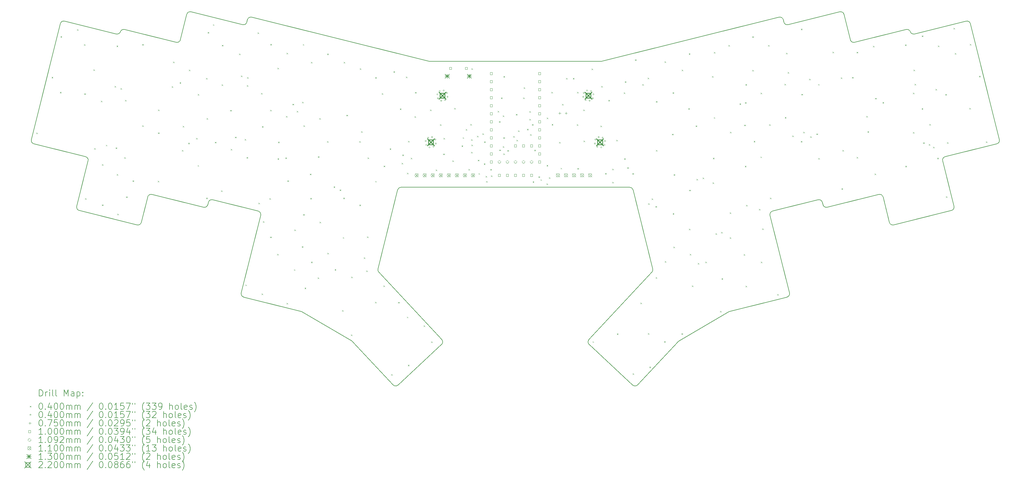
<source format=gbr>
%TF.GenerationSoftware,KiCad,Pcbnew,8.0.4*%
%TF.CreationDate,2024-10-20T10:14:10+02:00*%
%TF.ProjectId,fairyboard,66616972-7962-46f6-9172-642e6b696361,1*%
%TF.SameCoordinates,Original*%
%TF.FileFunction,Drillmap*%
%TF.FilePolarity,Positive*%
%FSLAX45Y45*%
G04 Gerber Fmt 4.5, Leading zero omitted, Abs format (unit mm)*
G04 Created by KiCad (PCBNEW 8.0.4) date 2024-10-20 10:14:10*
%MOMM*%
%LPD*%
G01*
G04 APERTURE LIST*
%ADD10C,0.150000*%
%ADD11C,0.200000*%
%ADD12C,0.100000*%
%ADD13C,0.109220*%
%ADD14C,0.110000*%
%ADD15C,0.130000*%
%ADD16C,0.220000*%
G04 APERTURE END LIST*
D10*
X7689054Y-14667426D02*
X7331010Y-16103463D01*
X12566147Y-10359332D02*
X10936051Y-9952903D01*
X6813181Y-10326592D02*
G75*
G02*
X6946525Y-10246468I106739J-26619D01*
G01*
X31744485Y-10838369D02*
X31543689Y-10033025D01*
X29494209Y-10121467D02*
G75*
G02*
X29627553Y-10201589I26611J-106733D01*
G01*
X25032282Y-21749160D02*
G75*
G02*
X24876809Y-21754592I-80452J75010D01*
G01*
X16860868Y-18183926D02*
G75*
G02*
X16834584Y-18082295I80432J75016D01*
G01*
X31877828Y-10918492D02*
G75*
G02*
X31744481Y-10838370I-26608J106742D01*
G01*
X17457530Y-15583795D02*
G75*
G02*
X17564262Y-15500409I106740J-26625D01*
G01*
X10601910Y-10838369D02*
G75*
G02*
X10468565Y-10918499I-106750J26629D01*
G01*
X24782135Y-15500406D02*
G75*
G02*
X24888862Y-15583795I15J-109974D01*
G01*
X16860868Y-18183926D02*
X18849958Y-20316963D01*
X10802706Y-10033024D02*
G75*
G02*
X10936051Y-9952905I106734J-26616D01*
G01*
X33769776Y-10652899D02*
G75*
G02*
X33641267Y-10592184I-28706J105599D01*
G01*
X27938956Y-19424042D02*
X29743270Y-18974175D01*
X12603127Y-18974177D02*
G75*
G02*
X12523003Y-18840831I26613J106737D01*
G01*
X12852188Y-10121466D02*
X18457098Y-11518929D01*
X7411130Y-16236807D02*
G75*
G02*
X7331014Y-16103464I26610J106727D01*
G01*
X29646906Y-10279211D02*
X29627553Y-10201589D01*
X18483706Y-11522194D02*
G75*
G02*
X18457098Y-11518929I-6J109995D01*
G01*
X29211329Y-16385984D02*
G75*
G02*
X29291450Y-16252643I106741J26604D01*
G01*
X14407442Y-19424042D02*
G75*
G02*
X14436659Y-19435995I-26622J-106758D01*
G01*
X9569426Y-15806153D02*
G75*
G02*
X9702772Y-15726034I106734J-26617D01*
G01*
X16045903Y-20389168D02*
X17314113Y-21749160D01*
X7608934Y-14534083D02*
G75*
G02*
X7689052Y-14667426I-26624J-106737D01*
G01*
X18849958Y-20316963D02*
G75*
G02*
X18844526Y-20472429I-80448J-75017D01*
G01*
X24782135Y-15500406D02*
X17564262Y-15500406D01*
X26325114Y-20369411D02*
X27909736Y-19435996D01*
X23496439Y-20316962D02*
X25485529Y-18183926D01*
X35399872Y-10246471D02*
X33769776Y-10652899D01*
X33507925Y-10512061D02*
G75*
G02*
X33641264Y-10592185I26615J-106719D01*
G01*
X36447681Y-13994308D02*
G75*
G02*
X36367559Y-14127652I-106731J-26612D01*
G01*
X23501869Y-20472433D02*
X24876813Y-21754588D01*
X29823391Y-18840832D02*
G75*
G02*
X29743270Y-18974176I-106721J-26618D01*
G01*
X8705127Y-10592183D02*
G75*
G02*
X8838470Y-10512061I106743J-26627D01*
G01*
X9368631Y-16611499D02*
G75*
G02*
X9235287Y-16691620I-106731J26609D01*
G01*
X16834585Y-18082295D02*
X17457530Y-15583795D01*
X35015386Y-16103462D02*
G75*
G02*
X34935266Y-16236808I-106726J-26618D01*
G01*
X32776972Y-15806154D02*
X32977765Y-16611498D01*
X11466213Y-16052340D02*
X11485563Y-15974716D01*
X9702772Y-15726034D02*
X11332867Y-16132461D01*
X34737462Y-14534081D02*
X36367559Y-14127652D01*
X30727488Y-15894595D02*
G75*
G02*
X30860827Y-15974718I26612J-106725D01*
G01*
X31013530Y-16132462D02*
X32643626Y-15726032D01*
X13054947Y-16252639D02*
G75*
G02*
X13135069Y-16385985I-26607J-106731D01*
G01*
X12699491Y-10279211D02*
G75*
G02*
X12566148Y-10359328I-106741J26631D01*
G01*
X29780249Y-10359332D02*
G75*
G02*
X29646901Y-10279212I-26609J106742D01*
G01*
X9368631Y-16611499D02*
X9569426Y-15806153D01*
X10802706Y-10033025D02*
X10601910Y-10838369D01*
X12523006Y-18840832D02*
X13135069Y-16385985D01*
X5978836Y-14127653D02*
X7608934Y-14534081D01*
X12603127Y-18974177D02*
X14407442Y-19424042D01*
X26300493Y-20389170D02*
G75*
G02*
X26325114Y-20369411I80427J-75000D01*
G01*
X8705127Y-10592183D02*
G75*
G02*
X8576621Y-10652898I-99797J44873D01*
G01*
X27909736Y-19435996D02*
G75*
G02*
X27938956Y-19424042I55824J-94764D01*
G01*
X23889301Y-11518925D02*
G75*
G02*
X23862689Y-11522195I-26651J106975D01*
G01*
X34657341Y-14667424D02*
G75*
G02*
X34737461Y-14534077I106749J26604D01*
G01*
X30860831Y-15974717D02*
X30880185Y-16052340D01*
X18483706Y-11522194D02*
X23862689Y-11522196D01*
X33507925Y-10512061D02*
X31877829Y-10918492D01*
X11485563Y-15974716D02*
G75*
G02*
X11618905Y-15894601I106717J-26594D01*
G01*
X31410344Y-9952905D02*
X29780249Y-10359332D01*
X8576621Y-10652898D02*
X6946593Y-10246470D01*
X11618907Y-15894595D02*
X13054947Y-16252639D01*
X23501868Y-20472433D02*
G75*
G02*
X23496436Y-20316959I75022J80453D01*
G01*
X31013530Y-16132462D02*
G75*
G02*
X30880181Y-16052341I-26610J106742D01*
G01*
X33111110Y-16691621D02*
X34935266Y-16236807D01*
X12718845Y-10201587D02*
G75*
G02*
X12852189Y-10121461I106725J-26593D01*
G01*
X25032282Y-21749160D02*
X26300493Y-20389170D01*
X14436659Y-19435995D02*
X16021284Y-20369410D01*
X16021284Y-20369410D02*
G75*
G02*
X16045902Y-20389169I-55784J-94720D01*
G01*
X35015385Y-16103462D02*
X34657341Y-14667424D01*
X35399872Y-10246471D02*
G75*
G02*
X35533210Y-10326592I26608J-106730D01*
G01*
X7411131Y-16236807D02*
X9235287Y-16691620D01*
X29211329Y-16385984D02*
X29823391Y-18840832D01*
X29291450Y-16252641D02*
X30727487Y-15894595D01*
X24888865Y-15583795D02*
X25511812Y-18082295D01*
X10468567Y-10918492D02*
X8838470Y-10512061D01*
X23889301Y-11518926D02*
X29494209Y-10121467D01*
X5898715Y-13994308D02*
X6813181Y-10326591D01*
X11466212Y-16052340D02*
G75*
G02*
X11332867Y-16132462I-106732J26610D01*
G01*
X32643626Y-15726032D02*
G75*
G02*
X32776970Y-15806155I26614J-106728D01*
G01*
X5978836Y-14127653D02*
G75*
G02*
X5898724Y-13994310I26624J106733D01*
G01*
X25511812Y-18082296D02*
G75*
G02*
X25485527Y-18183925I-106712J-26614D01*
G01*
X35533215Y-10326591D02*
X36447681Y-13994308D01*
X31410344Y-9952905D02*
G75*
G02*
X31543688Y-10033025I26616J-106725D01*
G01*
X17469583Y-21754589D02*
X18844528Y-20472432D01*
X17469583Y-21754589D02*
G75*
G02*
X17314112Y-21749162I-75023J80429D01*
G01*
X33111110Y-16691621D02*
G75*
G02*
X32977762Y-16611499I-26610J106741D01*
G01*
X12718845Y-10201587D02*
X12699491Y-10279211D01*
D11*
D12*
X6053340Y-13770522D02*
X6093340Y-13810522D01*
X6093340Y-13770522D02*
X6053340Y-13810522D01*
X6538988Y-12010378D02*
X6578988Y-12050378D01*
X6578988Y-12010378D02*
X6538988Y-12050378D01*
X6801775Y-12487601D02*
X6841775Y-12527601D01*
X6841775Y-12487601D02*
X6801775Y-12527601D01*
X6818759Y-10727361D02*
X6858759Y-10767361D01*
X6858759Y-10727361D02*
X6818759Y-10767361D01*
X7339270Y-10507136D02*
X7379270Y-10547136D01*
X7379270Y-10507136D02*
X7339270Y-10547136D01*
X7561790Y-10976811D02*
X7601790Y-11016811D01*
X7601790Y-10976811D02*
X7561790Y-11016811D01*
X7571073Y-12532368D02*
X7611073Y-12572368D01*
X7611073Y-12532368D02*
X7571073Y-12572368D01*
X7591825Y-15847105D02*
X7631825Y-15887105D01*
X7631825Y-15847105D02*
X7591825Y-15887105D01*
X7854391Y-11773742D02*
X7894391Y-11813742D01*
X7894391Y-11773742D02*
X7854391Y-11813742D01*
X7879852Y-14261232D02*
X7919852Y-14301232D01*
X7919852Y-14261232D02*
X7879852Y-14301232D01*
X8093108Y-12764252D02*
X8133108Y-12804252D01*
X8133108Y-12764252D02*
X8093108Y-12804252D01*
X8126210Y-16045488D02*
X8166210Y-16085488D01*
X8166210Y-16045488D02*
X8126210Y-16085488D01*
X8126921Y-14769985D02*
X8166921Y-14809985D01*
X8166921Y-14769985D02*
X8126921Y-14809985D01*
X8249696Y-14156505D02*
X8289696Y-14196505D01*
X8289696Y-14156505D02*
X8249696Y-14196505D01*
X8527195Y-12299477D02*
X8567195Y-12339477D01*
X8567195Y-12299477D02*
X8527195Y-12339477D01*
X8555830Y-14243139D02*
X8595830Y-14283139D01*
X8595830Y-14243139D02*
X8555830Y-14283139D01*
X8589460Y-11019913D02*
X8629460Y-11059913D01*
X8629460Y-11019913D02*
X8589460Y-11059913D01*
X8593865Y-15086372D02*
X8633865Y-15126372D01*
X8633865Y-15086372D02*
X8593865Y-15126372D01*
X8608515Y-16335221D02*
X8648515Y-16375221D01*
X8648515Y-16335221D02*
X8608515Y-16375221D01*
X8711805Y-12365087D02*
X8751805Y-12405087D01*
X8751805Y-12365087D02*
X8711805Y-12405087D01*
X8832282Y-14550316D02*
X8872282Y-14590316D01*
X8872282Y-14550316D02*
X8832282Y-14590316D01*
X8855033Y-12742422D02*
X8895033Y-12782422D01*
X8895033Y-12742422D02*
X8855033Y-12782422D01*
X8890353Y-15790528D02*
X8930353Y-15830528D01*
X8930353Y-15790528D02*
X8890353Y-15830528D01*
X9091641Y-15282551D02*
X9131641Y-15322551D01*
X9131641Y-15282551D02*
X9091641Y-15322551D01*
X9395260Y-13545059D02*
X9435260Y-13585059D01*
X9435260Y-13545059D02*
X9395260Y-13585059D01*
X9397412Y-10973582D02*
X9437412Y-11013582D01*
X9437412Y-10973582D02*
X9397412Y-11013582D01*
X9886185Y-15298058D02*
X9926185Y-15338058D01*
X9926185Y-15298058D02*
X9886185Y-15338058D01*
X9897603Y-13043122D02*
X9937603Y-13083122D01*
X9937603Y-13043122D02*
X9897603Y-13083122D01*
X9898562Y-13767681D02*
X9938562Y-13807681D01*
X9938562Y-13767681D02*
X9898562Y-13807681D01*
X10328028Y-12310465D02*
X10368028Y-12350465D01*
X10368028Y-12310465D02*
X10328028Y-12350465D01*
X10370348Y-11531460D02*
X10410348Y-11571460D01*
X10410348Y-11531460D02*
X10370348Y-11571460D01*
X10578486Y-12182247D02*
X10618486Y-12222247D01*
X10618486Y-12182247D02*
X10578486Y-12222247D01*
X10649131Y-14323344D02*
X10689131Y-14363344D01*
X10689131Y-14323344D02*
X10649131Y-14363344D01*
X10673037Y-13563477D02*
X10713037Y-13603477D01*
X10713037Y-13563477D02*
X10673037Y-13603477D01*
X10850123Y-14093742D02*
X10890123Y-14133742D01*
X10890123Y-14093742D02*
X10850123Y-14133742D01*
X10871996Y-11785222D02*
X10911996Y-11825222D01*
X10911996Y-11785222D02*
X10871996Y-11825222D01*
X11098384Y-13941273D02*
X11138384Y-13981273D01*
X11138384Y-13941273D02*
X11098384Y-13981273D01*
X11145811Y-14801680D02*
X11185811Y-14841680D01*
X11185811Y-14801680D02*
X11145811Y-14841680D01*
X11147465Y-12554820D02*
X11187465Y-12594820D01*
X11187465Y-12554820D02*
X11147465Y-12594820D01*
X11413437Y-12044253D02*
X11453437Y-12084253D01*
X11453437Y-12044253D02*
X11413437Y-12084253D01*
X11417418Y-15829653D02*
X11457418Y-15869653D01*
X11457418Y-15829653D02*
X11417418Y-15869653D01*
X11430115Y-13315486D02*
X11470115Y-13355486D01*
X11470115Y-13315486D02*
X11430115Y-13355486D01*
X11464284Y-10593421D02*
X11504284Y-10633421D01*
X11504284Y-10593421D02*
X11464284Y-10633421D01*
X11628810Y-10346900D02*
X11668810Y-10386900D01*
X11668810Y-10346900D02*
X11628810Y-10386900D01*
X11692595Y-14065306D02*
X11732595Y-14105306D01*
X11732595Y-14065306D02*
X11692595Y-14105306D01*
X11887292Y-15602503D02*
X11927292Y-15642503D01*
X11927292Y-15602503D02*
X11887292Y-15642503D01*
X11903027Y-12248935D02*
X11943027Y-12288935D01*
X11943027Y-12248935D02*
X11903027Y-12288935D01*
X11914405Y-10998684D02*
X11954405Y-11038684D01*
X11954405Y-10998684D02*
X11914405Y-11038684D01*
X12176928Y-13056775D02*
X12216928Y-13096775D01*
X12216928Y-13056775D02*
X12176928Y-13096775D01*
X12192128Y-14287490D02*
X12232128Y-14327490D01*
X12232128Y-14287490D02*
X12192128Y-14327490D01*
X12328256Y-13902660D02*
X12368256Y-13942660D01*
X12368256Y-13902660D02*
X12328256Y-13942660D01*
X12452003Y-11274683D02*
X12492003Y-11314683D01*
X12492003Y-11274683D02*
X12452003Y-11314683D01*
X12512574Y-11968805D02*
X12552574Y-12008805D01*
X12552574Y-11968805D02*
X12512574Y-12008805D01*
X12630989Y-13978137D02*
X12670989Y-14018137D01*
X12670989Y-13978137D02*
X12630989Y-14018137D01*
X12651558Y-18577240D02*
X12691558Y-18617240D01*
X12691558Y-18577240D02*
X12651558Y-18617240D01*
X12693198Y-14547989D02*
X12733198Y-14587989D01*
X12733198Y-14547989D02*
X12693198Y-14587989D01*
X12697132Y-12273800D02*
X12737132Y-12313800D01*
X12737132Y-12273800D02*
X12697132Y-12313800D01*
X12709544Y-12017915D02*
X12749544Y-12057915D01*
X12749544Y-12017915D02*
X12709544Y-12057915D01*
X13038106Y-10605522D02*
X13078106Y-10645522D01*
X13078106Y-10605522D02*
X13038106Y-10645522D01*
X13061065Y-15989944D02*
X13101065Y-16029944D01*
X13101065Y-15989944D02*
X13061065Y-16029944D01*
X13148432Y-12517006D02*
X13188432Y-12557006D01*
X13188432Y-12517006D02*
X13148432Y-12557006D01*
X13162215Y-18858413D02*
X13202215Y-18898413D01*
X13202215Y-18858413D02*
X13162215Y-18898413D01*
X13177281Y-13566339D02*
X13217281Y-13606339D01*
X13217281Y-13566339D02*
X13177281Y-13606339D01*
X13207511Y-16573791D02*
X13247511Y-16613791D01*
X13247511Y-16573791D02*
X13207511Y-16613791D01*
X13410273Y-15843906D02*
X13450273Y-15883906D01*
X13450273Y-15843906D02*
X13410273Y-15883906D01*
X13436690Y-13049808D02*
X13476690Y-13089808D01*
X13476690Y-13049808D02*
X13436690Y-13089808D01*
X13438405Y-17062433D02*
X13478405Y-17102433D01*
X13478405Y-17062433D02*
X13438405Y-17102433D01*
X13439602Y-10968112D02*
X13479602Y-11008112D01*
X13479602Y-10968112D02*
X13439602Y-11008112D01*
X13655763Y-17607616D02*
X13695763Y-17647616D01*
X13695763Y-17607616D02*
X13655763Y-17647616D01*
X13665064Y-11720824D02*
X13705064Y-11760824D01*
X13705064Y-11720824D02*
X13665064Y-11760824D01*
X13667242Y-14583822D02*
X13707242Y-14623822D01*
X13707242Y-14583822D02*
X13667242Y-14623822D01*
X13684520Y-14060980D02*
X13724520Y-14100980D01*
X13724520Y-14060980D02*
X13684520Y-14100980D01*
X13914274Y-14556865D02*
X13954274Y-14596865D01*
X13954274Y-14556865D02*
X13914274Y-14596865D01*
X13938053Y-13249800D02*
X13978053Y-13289800D01*
X13978053Y-13249800D02*
X13938053Y-13289800D01*
X13952571Y-11249862D02*
X13992571Y-11289862D01*
X13992571Y-11249862D02*
X13952571Y-11289862D01*
X13954715Y-19160165D02*
X13994715Y-19200165D01*
X13994715Y-19160165D02*
X13954715Y-19200165D01*
X13977123Y-15284737D02*
X14017123Y-15324737D01*
X14017123Y-15284737D02*
X13977123Y-15324737D01*
X14140066Y-12861034D02*
X14180066Y-12901034D01*
X14180066Y-12861034D02*
X14140066Y-12901034D01*
X14184592Y-18094681D02*
X14224592Y-18134681D01*
X14224592Y-18094681D02*
X14184592Y-18134681D01*
X14199657Y-16836998D02*
X14239657Y-16876998D01*
X14239657Y-16836998D02*
X14199657Y-16876998D01*
X14273846Y-13085052D02*
X14313846Y-13125052D01*
X14313846Y-13085052D02*
X14273846Y-13125052D01*
X14437227Y-17365327D02*
X14477227Y-17405327D01*
X14477227Y-17365327D02*
X14437227Y-17405327D01*
X14444191Y-12796348D02*
X14484191Y-12836348D01*
X14484191Y-12796348D02*
X14444191Y-12836348D01*
X14463979Y-10973085D02*
X14503979Y-11013085D01*
X14503979Y-10973085D02*
X14463979Y-11013085D01*
X14473970Y-16349516D02*
X14513970Y-16389516D01*
X14513970Y-16349516D02*
X14473970Y-16389516D01*
X14482487Y-13542523D02*
X14522487Y-13582523D01*
X14522487Y-13542523D02*
X14482487Y-13582523D01*
X14523070Y-18674372D02*
X14563070Y-18714372D01*
X14563070Y-18674372D02*
X14523070Y-18714372D01*
X14686807Y-15072604D02*
X14726807Y-15112604D01*
X14726807Y-15072604D02*
X14686807Y-15112604D01*
X14700242Y-15835874D02*
X14740242Y-15875874D01*
X14740242Y-15835874D02*
X14700242Y-15875874D01*
X14720454Y-11534790D02*
X14760454Y-11574790D01*
X14760454Y-11534790D02*
X14720454Y-11574790D01*
X14725720Y-17855957D02*
X14765720Y-17895957D01*
X14765720Y-17855957D02*
X14725720Y-17895957D01*
X14936636Y-18351652D02*
X14976636Y-18391652D01*
X14976636Y-18351652D02*
X14936636Y-18391652D01*
X14940063Y-14521997D02*
X14980063Y-14561997D01*
X14980063Y-14521997D02*
X14940063Y-14561997D01*
X14987617Y-13313725D02*
X15027617Y-13353725D01*
X15027617Y-13313725D02*
X14987617Y-13353725D01*
X14994212Y-16590450D02*
X15034212Y-16630450D01*
X15034212Y-16590450D02*
X14994212Y-16630450D01*
X15227677Y-14041080D02*
X15267677Y-14081080D01*
X15267677Y-14041080D02*
X15227677Y-14081080D01*
X15235312Y-11273338D02*
X15275312Y-11313338D01*
X15275312Y-11273338D02*
X15235312Y-11313338D01*
X15239589Y-17572883D02*
X15279589Y-17612883D01*
X15279589Y-17572883D02*
X15239589Y-17612883D01*
X15439042Y-15471836D02*
X15479042Y-15511836D01*
X15479042Y-15471836D02*
X15439042Y-15511836D01*
X15472288Y-18087513D02*
X15512288Y-18127513D01*
X15512288Y-18087513D02*
X15472288Y-18127513D01*
X15629496Y-15571883D02*
X15669496Y-15611883D01*
X15669496Y-15571883D02*
X15629496Y-15611883D01*
X15706386Y-19388073D02*
X15746386Y-19428073D01*
X15746386Y-19388073D02*
X15706386Y-19428073D01*
X15726779Y-17079690D02*
X15766779Y-17119690D01*
X15766779Y-17079690D02*
X15726779Y-17119690D01*
X15742778Y-15828891D02*
X15782778Y-15868891D01*
X15782778Y-15828891D02*
X15742778Y-15868891D01*
X15757784Y-11536118D02*
X15797784Y-11576118D01*
X15797784Y-11536118D02*
X15757784Y-11576118D01*
X15842644Y-13208238D02*
X15882644Y-13248238D01*
X15882644Y-13208238D02*
X15842644Y-13248238D01*
X15986468Y-20159074D02*
X16026468Y-20199074D01*
X16026468Y-20159074D02*
X15986468Y-20199074D01*
X15990165Y-18328923D02*
X16030165Y-18368923D01*
X16030165Y-18328923D02*
X15990165Y-18368923D01*
X16248674Y-14042801D02*
X16288674Y-14082801D01*
X16288674Y-14042801D02*
X16248674Y-14082801D01*
X16251545Y-16049521D02*
X16291545Y-16089521D01*
X16291545Y-16049521D02*
X16251545Y-16089521D01*
X16262902Y-11740267D02*
X16302902Y-11780267D01*
X16302902Y-11740267D02*
X16262902Y-11780267D01*
X16305493Y-13732793D02*
X16345493Y-13772793D01*
X16345493Y-13732793D02*
X16305493Y-13772793D01*
X16392900Y-17718328D02*
X16432900Y-17758328D01*
X16432900Y-17718328D02*
X16392900Y-17758328D01*
X16469499Y-18129794D02*
X16509499Y-18169794D01*
X16509499Y-18129794D02*
X16469499Y-18169794D01*
X16490037Y-17056215D02*
X16530037Y-17096215D01*
X16530037Y-17056215D02*
X16490037Y-17096215D01*
X16510420Y-14557767D02*
X16550420Y-14597767D01*
X16550420Y-14557767D02*
X16510420Y-14597767D01*
X16746815Y-19122224D02*
X16786815Y-19162224D01*
X16786815Y-19122224D02*
X16746815Y-19162224D01*
X16749588Y-12020817D02*
X16789588Y-12060817D01*
X16789588Y-12020817D02*
X16749588Y-12060817D01*
X16750293Y-15300672D02*
X16790293Y-15340672D01*
X16790293Y-15300672D02*
X16750293Y-15340672D01*
X16956205Y-12529785D02*
X16996205Y-12569785D01*
X16996205Y-12529785D02*
X16956205Y-12569785D01*
X17008079Y-18604474D02*
X17048079Y-18644474D01*
X17048079Y-18604474D02*
X17008079Y-18644474D01*
X17015287Y-14818398D02*
X17055287Y-14858398D01*
X17055287Y-14818398D02*
X17015287Y-14858398D01*
X17207029Y-14269827D02*
X17247029Y-14309827D01*
X17247029Y-14269827D02*
X17207029Y-14309827D01*
X17254610Y-21406231D02*
X17294610Y-21446231D01*
X17294610Y-21406231D02*
X17254610Y-21446231D01*
X17326105Y-11834230D02*
X17366105Y-11874230D01*
X17366105Y-11834230D02*
X17326105Y-11874230D01*
X17474007Y-19127630D02*
X17514007Y-19167630D01*
X17514007Y-19127630D02*
X17474007Y-19167630D01*
X17528416Y-13011763D02*
X17568416Y-13051763D01*
X17568416Y-13011763D02*
X17528416Y-13051763D01*
X17585326Y-14731929D02*
X17625326Y-14771929D01*
X17625326Y-14731929D02*
X17585326Y-14771929D01*
X17605327Y-14464928D02*
X17645327Y-14504928D01*
X17645327Y-14464928D02*
X17605327Y-14504928D01*
X17722416Y-12000804D02*
X17762416Y-12040804D01*
X17762416Y-12000804D02*
X17722416Y-12040804D01*
X17749119Y-19592304D02*
X17789119Y-19632304D01*
X17789119Y-19592304D02*
X17749119Y-19632304D01*
X17754798Y-15041883D02*
X17794798Y-15081883D01*
X17794798Y-15041883D02*
X17754798Y-15081883D01*
X17782427Y-21115676D02*
X17822427Y-21155676D01*
X17822427Y-21115676D02*
X17782427Y-21155676D01*
X17788628Y-14036538D02*
X17828628Y-14076538D01*
X17828628Y-14036538D02*
X17788628Y-14076538D01*
X17870325Y-14566929D02*
X17910325Y-14606929D01*
X17910325Y-14566929D02*
X17870325Y-14606929D01*
X17988659Y-13257263D02*
X18028659Y-13297263D01*
X18028659Y-13257263D02*
X17988659Y-13297263D01*
X18010471Y-12489161D02*
X18050471Y-12529161D01*
X18050471Y-12489161D02*
X18010471Y-12529161D01*
X18281470Y-19867856D02*
X18321470Y-19907856D01*
X18321470Y-19867856D02*
X18281470Y-19907856D01*
X18482369Y-13046357D02*
X18522369Y-13086357D01*
X18522369Y-13046357D02*
X18482369Y-13086357D01*
X18516119Y-20377439D02*
X18556119Y-20417439D01*
X18556119Y-20377439D02*
X18516119Y-20417439D01*
X18659407Y-14938712D02*
X18699407Y-14978712D01*
X18699407Y-14938712D02*
X18659407Y-14978712D01*
X18794299Y-13511573D02*
X18834299Y-13551573D01*
X18834299Y-13511573D02*
X18794299Y-13551573D01*
X18899325Y-14436928D02*
X18939325Y-14476928D01*
X18939325Y-14436928D02*
X18899325Y-14476928D01*
X18907409Y-13944711D02*
X18947409Y-13984711D01*
X18947409Y-13944711D02*
X18907409Y-13984711D01*
X19181409Y-14650710D02*
X19221409Y-14690710D01*
X19221409Y-14650710D02*
X19181409Y-14690710D01*
X19242958Y-12992424D02*
X19282958Y-13032424D01*
X19282958Y-12992424D02*
X19242958Y-13032424D01*
X19477409Y-14180711D02*
X19517409Y-14220711D01*
X19517409Y-14180711D02*
X19477409Y-14220711D01*
X19510408Y-13920712D02*
X19550408Y-13960712D01*
X19550408Y-13920712D02*
X19510408Y-13960712D01*
X19607325Y-13663929D02*
X19647325Y-13703929D01*
X19647325Y-13663929D02*
X19607325Y-13703929D01*
X19692309Y-14925747D02*
X19732309Y-14965747D01*
X19732309Y-14925747D02*
X19692309Y-14965747D01*
X19753699Y-13501418D02*
X19793699Y-13541418D01*
X19793699Y-13501418D02*
X19753699Y-13541418D01*
X19777326Y-14384927D02*
X19817326Y-14424927D01*
X19817326Y-14384927D02*
X19777326Y-14424927D01*
X19779326Y-13981429D02*
X19819326Y-14021429D01*
X19819326Y-13981429D02*
X19779326Y-14021429D01*
X19783325Y-14154929D02*
X19823325Y-14194929D01*
X19823325Y-14154929D02*
X19783325Y-14194929D01*
X19784450Y-11740091D02*
X19824450Y-11780091D01*
X19824450Y-11740091D02*
X19784450Y-11780091D01*
X19961326Y-13875929D02*
X20001326Y-13915929D01*
X20001326Y-13875929D02*
X19961326Y-13915929D01*
X19989408Y-14630711D02*
X20029408Y-14670711D01*
X20029408Y-14630711D02*
X19989408Y-14670711D01*
X20011080Y-15056172D02*
X20051080Y-15096172D01*
X20051080Y-15056172D02*
X20011080Y-15096172D01*
X20130327Y-13796930D02*
X20170327Y-13836930D01*
X20170327Y-13796930D02*
X20130327Y-13836930D01*
X20178409Y-14745711D02*
X20218409Y-14785711D01*
X20218409Y-14745711D02*
X20178409Y-14785711D01*
X20188326Y-14053928D02*
X20228326Y-14093928D01*
X20228326Y-14053928D02*
X20188326Y-14093928D01*
X20233326Y-15140929D02*
X20273326Y-15180929D01*
X20273326Y-15140929D02*
X20233326Y-15180929D01*
X20251325Y-15303929D02*
X20291325Y-15343929D01*
X20291325Y-15303929D02*
X20251325Y-15343929D01*
X20383308Y-14926748D02*
X20423308Y-14966748D01*
X20423308Y-14926748D02*
X20383308Y-14966748D01*
X20404407Y-15126711D02*
X20444407Y-15166711D01*
X20444407Y-15126711D02*
X20404407Y-15166711D01*
X20613771Y-13087404D02*
X20653771Y-13127404D01*
X20653771Y-13087404D02*
X20613771Y-13127404D01*
X20657772Y-13411404D02*
X20697772Y-13451404D01*
X20697772Y-13411404D02*
X20657772Y-13451404D01*
X20668326Y-14308928D02*
X20708326Y-14348928D01*
X20708326Y-14308928D02*
X20668326Y-14348928D01*
X20720773Y-12665404D02*
X20760773Y-12705404D01*
X20760773Y-12665404D02*
X20720773Y-12705404D01*
X20773435Y-13228740D02*
X20813435Y-13268740D01*
X20813435Y-13228740D02*
X20773435Y-13268740D01*
X20777771Y-14205404D02*
X20817771Y-14245404D01*
X20817771Y-14205404D02*
X20777771Y-14245404D01*
X20791408Y-13920711D02*
X20831408Y-13960711D01*
X20831408Y-13920711D02*
X20791408Y-13960711D01*
X20792826Y-14435429D02*
X20832826Y-14475429D01*
X20832826Y-14435429D02*
X20792826Y-14475429D01*
X20796817Y-11985724D02*
X20836817Y-12025724D01*
X20836817Y-11985724D02*
X20796817Y-12025724D01*
X20918773Y-14327405D02*
X20958773Y-14367405D01*
X20958773Y-14327405D02*
X20918773Y-14367405D01*
X21105568Y-13884425D02*
X21145568Y-13924425D01*
X21145568Y-13884425D02*
X21105568Y-13924425D01*
X21190409Y-13184711D02*
X21230409Y-13224711D01*
X21230409Y-13184711D02*
X21190409Y-13224711D01*
X21209326Y-14002928D02*
X21249326Y-14042928D01*
X21249326Y-14002928D02*
X21209326Y-14042928D01*
X21259150Y-13706754D02*
X21299150Y-13746754D01*
X21299150Y-13706754D02*
X21259150Y-13746754D01*
X21422408Y-12663710D02*
X21462408Y-12703710D01*
X21462408Y-12663710D02*
X21422408Y-12703710D01*
X21439326Y-12341928D02*
X21479326Y-12381928D01*
X21479326Y-12341928D02*
X21439326Y-12381928D01*
X21541310Y-13653747D02*
X21581310Y-13693747D01*
X21581310Y-13653747D02*
X21541310Y-13693747D01*
X21613809Y-13093405D02*
X21653809Y-13133405D01*
X21653809Y-13093405D02*
X21613809Y-13133405D01*
X21613809Y-13339928D02*
X21653809Y-13379928D01*
X21653809Y-13339928D02*
X21613809Y-13379928D01*
X21640774Y-13825404D02*
X21680774Y-13865404D01*
X21680774Y-13825404D02*
X21640774Y-13865404D01*
X21698324Y-13504928D02*
X21738324Y-13544928D01*
X21738324Y-13504928D02*
X21698324Y-13544928D01*
X21719407Y-15313710D02*
X21759407Y-15353710D01*
X21759407Y-15313710D02*
X21719407Y-15353710D01*
X21771773Y-14313404D02*
X21811773Y-14353404D01*
X21811773Y-14313404D02*
X21771773Y-14353404D01*
X21899408Y-15155712D02*
X21939408Y-15195712D01*
X21939408Y-15155712D02*
X21899408Y-15195712D01*
X21966325Y-15249928D02*
X22006325Y-15289928D01*
X22006325Y-15249928D02*
X21966325Y-15289928D01*
X22155409Y-15378712D02*
X22195409Y-15418712D01*
X22195409Y-15378712D02*
X22155409Y-15418712D01*
X22160325Y-14793929D02*
X22200325Y-14833929D01*
X22200325Y-14793929D02*
X22160325Y-14833929D01*
X22163773Y-13297404D02*
X22203773Y-13337404D01*
X22203773Y-13297404D02*
X22163773Y-13337404D01*
X22234310Y-15189248D02*
X22274310Y-15229248D01*
X22274310Y-15189248D02*
X22234310Y-15229248D01*
X22308587Y-12484985D02*
X22348587Y-12524985D01*
X22348587Y-12484985D02*
X22308587Y-12524985D01*
X22322026Y-13500116D02*
X22362026Y-13540116D01*
X22362026Y-13500116D02*
X22322026Y-13540116D01*
X22553939Y-14067780D02*
X22593939Y-14107780D01*
X22593939Y-14067780D02*
X22553939Y-14107780D01*
X22600309Y-14885246D02*
X22640309Y-14925246D01*
X22640309Y-14885246D02*
X22600309Y-14925246D01*
X22644774Y-12865404D02*
X22684774Y-12905404D01*
X22684774Y-12865404D02*
X22644774Y-12905404D01*
X22776324Y-12045929D02*
X22816324Y-12085929D01*
X22816324Y-12045929D02*
X22776324Y-12085929D01*
X22990326Y-12042927D02*
X23030326Y-12082927D01*
X23030326Y-12042927D02*
X22990326Y-12082927D01*
X23111416Y-13510143D02*
X23151416Y-13550143D01*
X23151416Y-13510143D02*
X23111416Y-13550143D01*
X23124127Y-12486916D02*
X23164127Y-12526916D01*
X23164127Y-12486916D02*
X23124127Y-12526916D01*
X23132408Y-14893712D02*
X23172408Y-14933712D01*
X23172408Y-14893712D02*
X23132408Y-14933712D01*
X23316623Y-13043754D02*
X23356623Y-13083754D01*
X23356623Y-13043754D02*
X23316623Y-13083754D01*
X23322887Y-14028696D02*
X23362887Y-14068696D01*
X23362887Y-14028696D02*
X23322887Y-14068696D01*
X23577561Y-11751352D02*
X23617561Y-11791352D01*
X23617561Y-11751352D02*
X23577561Y-11791352D01*
X23609401Y-20372474D02*
X23649401Y-20412474D01*
X23649401Y-20372474D02*
X23609401Y-20412474D01*
X23860324Y-13551342D02*
X23900324Y-13591342D01*
X23900324Y-13551342D02*
X23860324Y-13591342D01*
X23883542Y-12299526D02*
X23923542Y-12339526D01*
X23923542Y-12299526D02*
X23883542Y-12339526D01*
X24006910Y-15052512D02*
X24046910Y-15092512D01*
X24046910Y-15052512D02*
X24006910Y-15092512D01*
X24108114Y-12739746D02*
X24148114Y-12779746D01*
X24148114Y-12739746D02*
X24108114Y-12779746D01*
X24230409Y-14914711D02*
X24270409Y-14954711D01*
X24270409Y-14914711D02*
X24230409Y-14954711D01*
X24233408Y-15330711D02*
X24273408Y-15370711D01*
X24273408Y-15330711D02*
X24233408Y-15370711D01*
X24354544Y-14003355D02*
X24394544Y-14043355D01*
X24394544Y-14003355D02*
X24354544Y-14043355D01*
X24377773Y-20119554D02*
X24417773Y-20159554D01*
X24417773Y-20119554D02*
X24377773Y-20159554D01*
X24597631Y-12501496D02*
X24637631Y-12541496D01*
X24637631Y-12501496D02*
X24597631Y-12541496D01*
X24608495Y-14582877D02*
X24648495Y-14622877D01*
X24648495Y-14582877D02*
X24608495Y-14622877D01*
X24626477Y-12151750D02*
X24666477Y-12191750D01*
X24666477Y-12151750D02*
X24626477Y-12191750D01*
X24704408Y-14868711D02*
X24744408Y-14908711D01*
X24744408Y-14868711D02*
X24704408Y-14908711D01*
X24862773Y-15055403D02*
X24902773Y-15095403D01*
X24902773Y-15055403D02*
X24862773Y-15095403D01*
X24876333Y-21386594D02*
X24916333Y-21426594D01*
X24916333Y-21386594D02*
X24876333Y-21426594D01*
X24952477Y-11456749D02*
X24992477Y-11496749D01*
X24992477Y-11456749D02*
X24952477Y-11496749D01*
X25118582Y-19147089D02*
X25158582Y-19187089D01*
X25158582Y-19147089D02*
X25118582Y-19187089D01*
X25180317Y-12242623D02*
X25220317Y-12282623D01*
X25220317Y-12242623D02*
X25180317Y-12282623D01*
X25347672Y-12038691D02*
X25387672Y-12078691D01*
X25387672Y-12038691D02*
X25347672Y-12078691D01*
X25355467Y-20111394D02*
X25395467Y-20151394D01*
X25395467Y-20111394D02*
X25355467Y-20151394D01*
X25366386Y-16006411D02*
X25406386Y-16046411D01*
X25406386Y-16006411D02*
X25366386Y-16046411D01*
X25404058Y-21172523D02*
X25444058Y-21212523D01*
X25444058Y-21172523D02*
X25404058Y-21212523D01*
X25473196Y-15856106D02*
X25513196Y-15896106D01*
X25513196Y-15856106D02*
X25473196Y-15896106D01*
X25591063Y-16096195D02*
X25631063Y-16136195D01*
X25631063Y-16096195D02*
X25591063Y-16136195D01*
X25599595Y-18347122D02*
X25639595Y-18387122D01*
X25639595Y-18347122D02*
X25599595Y-18387122D01*
X25608584Y-12776380D02*
X25648584Y-12816380D01*
X25648584Y-12776380D02*
X25608584Y-12816380D01*
X25612027Y-14319660D02*
X25652027Y-14359660D01*
X25652027Y-14319660D02*
X25612027Y-14359660D01*
X25869239Y-20368967D02*
X25909239Y-20408967D01*
X25909239Y-20368967D02*
X25869239Y-20408967D01*
X25884323Y-11521762D02*
X25924323Y-11561762D01*
X25924323Y-11521762D02*
X25884323Y-11561762D01*
X25887276Y-17834756D02*
X25927276Y-17874756D01*
X25927276Y-17834756D02*
X25887276Y-17874756D01*
X26117229Y-13810614D02*
X26157229Y-13850614D01*
X26157229Y-13810614D02*
X26117229Y-13850614D01*
X26136706Y-12497534D02*
X26176706Y-12537534D01*
X26176706Y-12497534D02*
X26136706Y-12537534D01*
X26139516Y-16322167D02*
X26179516Y-16362167D01*
X26179516Y-16322167D02*
X26139516Y-16362167D01*
X26162585Y-17377364D02*
X26202585Y-17417364D01*
X26202585Y-17377364D02*
X26162585Y-17417364D01*
X26167630Y-15087841D02*
X26207630Y-15127841D01*
X26207630Y-15087841D02*
X26167630Y-15127841D01*
X26412760Y-20118442D02*
X26452760Y-20158442D01*
X26452760Y-20118442D02*
X26412760Y-20158442D01*
X26423058Y-11785030D02*
X26463058Y-11825030D01*
X26463058Y-11785030D02*
X26423058Y-11825030D01*
X26631870Y-12999320D02*
X26671870Y-13039320D01*
X26671870Y-12999320D02*
X26631870Y-13039320D01*
X26647692Y-11266007D02*
X26687692Y-11306007D01*
X26687692Y-11266007D02*
X26647692Y-11306007D01*
X26649602Y-16811758D02*
X26689602Y-16851758D01*
X26689602Y-16811758D02*
X26649602Y-16851758D01*
X26662259Y-15580394D02*
X26702259Y-15620394D01*
X26702259Y-15580394D02*
X26662259Y-15620394D01*
X26679543Y-17608157D02*
X26719543Y-17648157D01*
X26719543Y-17608157D02*
X26679543Y-17648157D01*
X26745408Y-18608710D02*
X26785408Y-18648710D01*
X26785408Y-18608710D02*
X26745408Y-18648710D01*
X26865084Y-13547856D02*
X26905084Y-13587856D01*
X26905084Y-13547856D02*
X26865084Y-13587856D01*
X26888002Y-15235586D02*
X26928002Y-15275586D01*
X26928002Y-15235586D02*
X26888002Y-15275586D01*
X26929545Y-17898450D02*
X26969545Y-17938450D01*
X26969545Y-17898450D02*
X26929545Y-17938450D01*
X27080842Y-15194719D02*
X27120842Y-15234719D01*
X27120842Y-15194719D02*
X27080842Y-15234719D01*
X27167337Y-17854838D02*
X27207337Y-17894838D01*
X27207337Y-17854838D02*
X27167337Y-17894838D01*
X27382295Y-11983919D02*
X27422295Y-12023919D01*
X27422295Y-11983919D02*
X27382295Y-12023919D01*
X27397677Y-15346746D02*
X27437677Y-15386746D01*
X27437677Y-15346746D02*
X27397677Y-15386746D01*
X27409003Y-14570240D02*
X27449003Y-14610240D01*
X27449003Y-14570240D02*
X27409003Y-14610240D01*
X27434362Y-13285099D02*
X27474362Y-13325099D01*
X27474362Y-13285099D02*
X27434362Y-13325099D01*
X27436488Y-11224615D02*
X27476488Y-11264615D01*
X27476488Y-11224615D02*
X27436488Y-11264615D01*
X27487673Y-16958696D02*
X27527673Y-16998696D01*
X27527673Y-16958696D02*
X27487673Y-16998696D01*
X27631227Y-19413180D02*
X27671227Y-19453180D01*
X27671227Y-19413180D02*
X27631227Y-19453180D01*
X27668148Y-16913698D02*
X27708148Y-16953698D01*
X27708148Y-16913698D02*
X27668148Y-16953698D01*
X27679956Y-18378735D02*
X27719956Y-18418735D01*
X27719956Y-18378735D02*
X27679956Y-18418735D01*
X27894844Y-11005837D02*
X27934844Y-11045837D01*
X27934844Y-11005837D02*
X27894844Y-11045837D01*
X27938743Y-17080777D02*
X27978743Y-17120777D01*
X27978743Y-17080777D02*
X27938743Y-17120777D01*
X27939265Y-16298397D02*
X27979265Y-16338397D01*
X27979265Y-16298397D02*
X27939265Y-16338397D01*
X27950323Y-13749926D02*
X27990323Y-13789926D01*
X27990323Y-13749926D02*
X27950323Y-13789926D01*
X28248679Y-12851595D02*
X28288679Y-12891595D01*
X28288679Y-12851595D02*
X28248679Y-12891595D01*
X28382256Y-17615422D02*
X28422256Y-17655422D01*
X28422256Y-17615422D02*
X28382256Y-17655422D01*
X28397823Y-13523275D02*
X28437823Y-13563275D01*
X28437823Y-13523275D02*
X28397823Y-13563275D01*
X28417044Y-14820888D02*
X28457044Y-14860888D01*
X28457044Y-14820888D02*
X28417044Y-14860888D01*
X28422361Y-12812413D02*
X28462361Y-12852413D01*
X28462361Y-12812413D02*
X28422361Y-12852413D01*
X28434331Y-12240350D02*
X28474331Y-12280350D01*
X28474331Y-12240350D02*
X28434331Y-12280350D01*
X28435568Y-18616834D02*
X28475568Y-18656834D01*
X28475568Y-18616834D02*
X28435568Y-18656834D01*
X28452520Y-16060412D02*
X28492520Y-16100412D01*
X28492520Y-16060412D02*
X28452520Y-16100412D01*
X28647439Y-10727420D02*
X28687439Y-10767420D01*
X28687439Y-10727420D02*
X28647439Y-10767420D01*
X28651225Y-11789281D02*
X28691225Y-11829281D01*
X28691225Y-11789281D02*
X28651225Y-11829281D01*
X28695585Y-14032726D02*
X28735585Y-14072726D01*
X28735585Y-14032726D02*
X28695585Y-14072726D01*
X28864794Y-16184543D02*
X28904794Y-16224543D01*
X28904794Y-16184543D02*
X28864794Y-16224543D01*
X28909231Y-14530724D02*
X28949231Y-14570724D01*
X28949231Y-14530724D02*
X28909231Y-14570724D01*
X28912859Y-12508048D02*
X28952859Y-12548048D01*
X28952859Y-12508048D02*
X28912859Y-12548048D01*
X28922461Y-17853417D02*
X28962461Y-17893417D01*
X28962461Y-17853417D02*
X28922461Y-17893417D01*
X28966204Y-16803397D02*
X29006204Y-16843397D01*
X29006204Y-16803397D02*
X28966204Y-16843397D01*
X29147650Y-11002534D02*
X29187650Y-11042534D01*
X29187650Y-11002534D02*
X29147650Y-11042534D01*
X29184506Y-13509507D02*
X29224506Y-13549507D01*
X29224506Y-13509507D02*
X29184506Y-13549507D01*
X29209052Y-15827044D02*
X29249052Y-15867044D01*
X29249052Y-15827044D02*
X29209052Y-15867044D01*
X29440156Y-18875775D02*
X29480156Y-18915775D01*
X29480156Y-18875775D02*
X29440156Y-18915775D01*
X29663960Y-12231481D02*
X29703960Y-12271481D01*
X29703960Y-12231481D02*
X29663960Y-12271481D01*
X29678220Y-13283611D02*
X29718220Y-13323611D01*
X29718220Y-13283611D02*
X29678220Y-13323611D01*
X29719323Y-11251131D02*
X29759323Y-11291131D01*
X29759323Y-11251131D02*
X29719323Y-11291131D01*
X29768068Y-11856461D02*
X29808068Y-11896461D01*
X29808068Y-11856461D02*
X29768068Y-11896461D01*
X29913044Y-13868143D02*
X29953044Y-13908143D01*
X29953044Y-13868143D02*
X29913044Y-13908143D01*
X30183794Y-14039164D02*
X30223794Y-14079164D01*
X30223794Y-14039164D02*
X30183794Y-14079164D01*
X30186319Y-10487939D02*
X30226319Y-10527939D01*
X30226319Y-10487939D02*
X30186319Y-10527939D01*
X30197388Y-12548184D02*
X30237388Y-12588184D01*
X30237388Y-12548184D02*
X30197388Y-12588184D01*
X30261642Y-13749278D02*
X30301642Y-13789278D01*
X30301642Y-13749278D02*
X30261642Y-13789278D01*
X30445335Y-12072018D02*
X30485335Y-12112018D01*
X30485335Y-12072018D02*
X30445335Y-12112018D01*
X30477169Y-13890329D02*
X30517169Y-13930329D01*
X30517169Y-13890329D02*
X30477169Y-13930329D01*
X30672866Y-13802705D02*
X30712866Y-13842705D01*
X30712866Y-13802705D02*
X30672866Y-13842705D01*
X30729755Y-12236764D02*
X30769755Y-12276764D01*
X30769755Y-12236764D02*
X30729755Y-12276764D01*
X30731683Y-14575653D02*
X30771683Y-14615653D01*
X30771683Y-14575653D02*
X30731683Y-14615653D01*
X31179421Y-11216800D02*
X31219421Y-11256800D01*
X31219421Y-11216800D02*
X31179421Y-11256800D01*
X31443574Y-12028593D02*
X31483574Y-12068593D01*
X31483574Y-12028593D02*
X31443574Y-12068593D01*
X31465424Y-15535079D02*
X31505424Y-15575079D01*
X31505424Y-15535079D02*
X31465424Y-15575079D01*
X31495769Y-14322889D02*
X31535769Y-14362889D01*
X31535769Y-14322889D02*
X31495769Y-14362889D01*
X31800172Y-12016606D02*
X31840172Y-12056606D01*
X31840172Y-12016606D02*
X31800172Y-12056606D01*
X31941648Y-14541977D02*
X31981648Y-14581977D01*
X31981648Y-14541977D02*
X31941648Y-14581977D01*
X31946336Y-11218652D02*
X31986336Y-11258652D01*
X31986336Y-11218652D02*
X31946336Y-11258652D01*
X32247665Y-13244590D02*
X32287665Y-13284590D01*
X32287665Y-13244590D02*
X32247665Y-13284590D01*
X32287312Y-13730673D02*
X32327312Y-13770673D01*
X32327312Y-13730673D02*
X32287312Y-13770673D01*
X32458523Y-11031452D02*
X32498523Y-11071452D01*
X32498523Y-11031452D02*
X32458523Y-11071452D01*
X32510094Y-15069273D02*
X32550094Y-15109273D01*
X32550094Y-15069273D02*
X32510094Y-15109273D01*
X32529304Y-12675793D02*
X32569304Y-12715793D01*
X32569304Y-12675793D02*
X32529304Y-12715793D01*
X32760460Y-12805754D02*
X32800460Y-12845754D01*
X32800460Y-12805754D02*
X32760460Y-12845754D01*
X33472394Y-10986660D02*
X33512394Y-11026660D01*
X33512394Y-10986660D02*
X33472394Y-11026660D01*
X33480912Y-14819917D02*
X33520912Y-14859917D01*
X33520912Y-14819917D02*
X33480912Y-14859917D01*
X33721203Y-13755779D02*
X33761203Y-13795779D01*
X33761203Y-13755779D02*
X33721203Y-13795779D01*
X33723216Y-12508309D02*
X33763216Y-12548309D01*
X33763216Y-12508309D02*
X33723216Y-12548309D01*
X33738829Y-11779670D02*
X33778829Y-11819670D01*
X33778829Y-11779670D02*
X33738829Y-11819670D01*
X33770638Y-12231285D02*
X33810638Y-12271285D01*
X33810638Y-12231285D02*
X33770638Y-12271285D01*
X33997560Y-13002715D02*
X34037560Y-13042715D01*
X34037560Y-13002715D02*
X33997560Y-13042715D01*
X33998676Y-10702119D02*
X34038676Y-10742119D01*
X34038676Y-10702119D02*
X33998676Y-10742119D01*
X34043292Y-14081277D02*
X34083292Y-14121277D01*
X34083292Y-14081277D02*
X34043292Y-14121277D01*
X34219825Y-14136202D02*
X34259825Y-14176202D01*
X34259825Y-14136202D02*
X34219825Y-14176202D01*
X34239765Y-13499104D02*
X34279765Y-13539104D01*
X34279765Y-13499104D02*
X34239765Y-13539104D01*
X34358016Y-14219238D02*
X34398016Y-14259238D01*
X34398016Y-14219238D02*
X34358016Y-14259238D01*
X34430480Y-12389351D02*
X34470480Y-12429351D01*
X34470480Y-12389351D02*
X34430480Y-12429351D01*
X34487112Y-14569539D02*
X34527112Y-14609539D01*
X34527112Y-14569539D02*
X34487112Y-14609539D01*
X34506379Y-11020326D02*
X34546379Y-11060326D01*
X34546379Y-11020326D02*
X34506379Y-11060326D01*
X34741206Y-12552036D02*
X34781206Y-12592036D01*
X34781206Y-12552036D02*
X34741206Y-12592036D01*
X34761718Y-15789877D02*
X34801718Y-15829877D01*
X34801718Y-15789877D02*
X34761718Y-15829877D01*
X34797794Y-14076212D02*
X34837794Y-14116212D01*
X34837794Y-14076212D02*
X34797794Y-14116212D01*
X34997354Y-10462273D02*
X35037354Y-10502273D01*
X35037354Y-10462273D02*
X34997354Y-10502273D01*
X35040934Y-11260148D02*
X35080934Y-11300148D01*
X35080934Y-11260148D02*
X35040934Y-11300148D01*
X35501848Y-12991928D02*
X35541848Y-13031928D01*
X35541848Y-12991928D02*
X35501848Y-13031928D01*
X35513976Y-10970813D02*
X35553976Y-11010813D01*
X35553976Y-10970813D02*
X35513976Y-11010813D01*
X35809326Y-11976992D02*
X35849326Y-12016992D01*
X35849326Y-11976992D02*
X35809326Y-12016992D01*
X36023773Y-14053093D02*
X36063773Y-14093093D01*
X36063773Y-14053093D02*
X36023773Y-14093093D01*
X18363248Y-14036156D02*
G75*
G02*
X18323248Y-14036156I-20000J0D01*
G01*
X18323248Y-14036156D02*
G75*
G02*
X18363248Y-14036156I20000J0D01*
G01*
X18381914Y-14161054D02*
G75*
G02*
X18341914Y-14161054I-20000J0D01*
G01*
X18341914Y-14161054D02*
G75*
G02*
X18381914Y-14161054I20000J0D01*
G01*
X18438365Y-13934640D02*
G75*
G02*
X18398365Y-13934640I-20000J0D01*
G01*
X18398365Y-13934640D02*
G75*
G02*
X18438365Y-13934640I20000J0D01*
G01*
X18483430Y-14236172D02*
G75*
G02*
X18443430Y-14236172I-20000J0D01*
G01*
X18443430Y-14236172D02*
G75*
G02*
X18483430Y-14236172I20000J0D01*
G01*
X18563264Y-13915974D02*
G75*
G02*
X18523264Y-13915974I-20000J0D01*
G01*
X18523264Y-13915974D02*
G75*
G02*
X18563264Y-13915974I20000J0D01*
G01*
X18608328Y-14217506D02*
G75*
G02*
X18568328Y-14217506I-20000J0D01*
G01*
X18568328Y-14217506D02*
G75*
G02*
X18608328Y-14217506I20000J0D01*
G01*
X18664779Y-13991092D02*
G75*
G02*
X18624779Y-13991092I-20000J0D01*
G01*
X18624779Y-13991092D02*
G75*
G02*
X18664779Y-13991092I20000J0D01*
G01*
X18683445Y-14115990D02*
G75*
G02*
X18643445Y-14115990I-20000J0D01*
G01*
X18643445Y-14115990D02*
G75*
G02*
X18683445Y-14115990I20000J0D01*
G01*
X18730968Y-12561307D02*
G75*
G02*
X18690968Y-12561307I-20000J0D01*
G01*
X18690968Y-12561307D02*
G75*
G02*
X18730968Y-12561307I20000J0D01*
G01*
X18749634Y-12686206D02*
G75*
G02*
X18709634Y-12686206I-20000J0D01*
G01*
X18709634Y-12686206D02*
G75*
G02*
X18749634Y-12686206I20000J0D01*
G01*
X18806086Y-12459792D02*
G75*
G02*
X18766086Y-12459792I-20000J0D01*
G01*
X18766086Y-12459792D02*
G75*
G02*
X18806086Y-12459792I20000J0D01*
G01*
X18851150Y-12761323D02*
G75*
G02*
X18811150Y-12761323I-20000J0D01*
G01*
X18811150Y-12761323D02*
G75*
G02*
X18851150Y-12761323I20000J0D01*
G01*
X18930984Y-12441126D02*
G75*
G02*
X18890984Y-12441126I-20000J0D01*
G01*
X18890984Y-12441126D02*
G75*
G02*
X18930984Y-12441126I20000J0D01*
G01*
X18976048Y-12742657D02*
G75*
G02*
X18936048Y-12742657I-20000J0D01*
G01*
X18936048Y-12742657D02*
G75*
G02*
X18976048Y-12742657I20000J0D01*
G01*
X19032500Y-12516243D02*
G75*
G02*
X18992500Y-12516243I-20000J0D01*
G01*
X18992500Y-12516243D02*
G75*
G02*
X19032500Y-12516243I20000J0D01*
G01*
X19051166Y-12641142D02*
G75*
G02*
X19011166Y-12641142I-20000J0D01*
G01*
X19011166Y-12641142D02*
G75*
G02*
X19051166Y-12641142I20000J0D01*
G01*
X23335231Y-12641141D02*
G75*
G02*
X23295231Y-12641141I-20000J0D01*
G01*
X23295231Y-12641141D02*
G75*
G02*
X23335231Y-12641141I20000J0D01*
G01*
X23353897Y-12516243D02*
G75*
G02*
X23313897Y-12516243I-20000J0D01*
G01*
X23313897Y-12516243D02*
G75*
G02*
X23353897Y-12516243I20000J0D01*
G01*
X23410348Y-12742656D02*
G75*
G02*
X23370348Y-12742656I-20000J0D01*
G01*
X23370348Y-12742656D02*
G75*
G02*
X23410348Y-12742656I20000J0D01*
G01*
X23455413Y-12441125D02*
G75*
G02*
X23415413Y-12441125I-20000J0D01*
G01*
X23415413Y-12441125D02*
G75*
G02*
X23455413Y-12441125I20000J0D01*
G01*
X23535247Y-12761323D02*
G75*
G02*
X23495247Y-12761323I-20000J0D01*
G01*
X23495247Y-12761323D02*
G75*
G02*
X23535247Y-12761323I20000J0D01*
G01*
X23580311Y-12459791D02*
G75*
G02*
X23540311Y-12459791I-20000J0D01*
G01*
X23540311Y-12459791D02*
G75*
G02*
X23580311Y-12459791I20000J0D01*
G01*
X23636762Y-12686205D02*
G75*
G02*
X23596762Y-12686205I-20000J0D01*
G01*
X23596762Y-12686205D02*
G75*
G02*
X23636762Y-12686205I20000J0D01*
G01*
X23655428Y-12561307D02*
G75*
G02*
X23615428Y-12561307I-20000J0D01*
G01*
X23615428Y-12561307D02*
G75*
G02*
X23655428Y-12561307I20000J0D01*
G01*
X23702952Y-14115990D02*
G75*
G02*
X23662952Y-14115990I-20000J0D01*
G01*
X23662952Y-14115990D02*
G75*
G02*
X23702952Y-14115990I20000J0D01*
G01*
X23721618Y-13991092D02*
G75*
G02*
X23681618Y-13991092I-20000J0D01*
G01*
X23681618Y-13991092D02*
G75*
G02*
X23721618Y-13991092I20000J0D01*
G01*
X23778070Y-14217506D02*
G75*
G02*
X23738070Y-14217506I-20000J0D01*
G01*
X23738070Y-14217506D02*
G75*
G02*
X23778070Y-14217506I20000J0D01*
G01*
X23823134Y-13915974D02*
G75*
G02*
X23783134Y-13915974I-20000J0D01*
G01*
X23783134Y-13915974D02*
G75*
G02*
X23823134Y-13915974I20000J0D01*
G01*
X23902968Y-14236172D02*
G75*
G02*
X23862968Y-14236172I-20000J0D01*
G01*
X23862968Y-14236172D02*
G75*
G02*
X23902968Y-14236172I20000J0D01*
G01*
X23948032Y-13934640D02*
G75*
G02*
X23908032Y-13934640I-20000J0D01*
G01*
X23908032Y-13934640D02*
G75*
G02*
X23948032Y-13934640I20000J0D01*
G01*
X24004484Y-14161054D02*
G75*
G02*
X23964484Y-14161054I-20000J0D01*
G01*
X23964484Y-14161054D02*
G75*
G02*
X24004484Y-14161054I20000J0D01*
G01*
X24023150Y-14036156D02*
G75*
G02*
X23983150Y-14036156I-20000J0D01*
G01*
X23983150Y-14036156D02*
G75*
G02*
X24023150Y-14036156I20000J0D01*
G01*
X22573199Y-13121838D02*
X22573199Y-13196838D01*
X22535699Y-13159338D02*
X22610699Y-13159338D01*
X22773199Y-13121838D02*
X22773199Y-13196838D01*
X22735699Y-13159338D02*
X22810699Y-13159338D01*
X19158552Y-11772839D02*
X19158552Y-11702127D01*
X19087841Y-11702127D01*
X19087841Y-11772839D01*
X19158552Y-11772839D01*
X19658552Y-11772839D02*
X19658552Y-11702127D01*
X19587841Y-11702127D01*
X19587841Y-11772839D01*
X19658552Y-11772839D01*
X20446554Y-11938594D02*
X20446554Y-11867882D01*
X20375842Y-11867882D01*
X20375842Y-11938594D01*
X20446554Y-11938594D01*
X20446554Y-12192594D02*
X20446554Y-12121882D01*
X20375842Y-12121882D01*
X20375842Y-12192594D01*
X20446554Y-12192594D01*
X20446554Y-12446594D02*
X20446554Y-12375882D01*
X20375842Y-12375882D01*
X20375842Y-12446594D01*
X20446554Y-12446594D01*
X20446554Y-12954594D02*
X20446554Y-12883882D01*
X20375842Y-12883882D01*
X20375842Y-12954594D01*
X20446554Y-12954594D01*
X20446554Y-13208594D02*
X20446554Y-13137882D01*
X20375842Y-13137882D01*
X20375842Y-13208594D01*
X20446554Y-13208594D01*
X20446554Y-13462594D02*
X20446554Y-13391882D01*
X20375842Y-13391882D01*
X20375842Y-13462594D01*
X20446554Y-13462594D01*
X20446554Y-13970594D02*
X20446554Y-13899882D01*
X20375842Y-13899882D01*
X20375842Y-13970594D01*
X20446554Y-13970594D01*
X20446554Y-14224594D02*
X20446554Y-14153882D01*
X20375842Y-14153882D01*
X20375842Y-14224594D01*
X20446554Y-14224594D01*
X20446554Y-14478594D02*
X20446554Y-14407882D01*
X20375842Y-14407882D01*
X20375842Y-14478594D01*
X20446554Y-14478594D01*
X20446554Y-14732594D02*
X20446554Y-14661882D01*
X20375843Y-14661882D01*
X20375843Y-14732594D01*
X20446554Y-14732594D01*
X20446554Y-13716594D02*
X20446554Y-13645882D01*
X20375843Y-13645882D01*
X20375843Y-13716594D01*
X20446554Y-13716594D01*
X20446554Y-12700594D02*
X20446554Y-12629882D01*
X20375843Y-12629882D01*
X20375843Y-12700594D01*
X20446554Y-12700594D01*
X20700555Y-15156494D02*
X20700555Y-15085783D01*
X20629843Y-15085783D01*
X20629843Y-15156494D01*
X20700555Y-15156494D01*
X20954555Y-15156494D02*
X20954555Y-15085783D01*
X20883843Y-15085783D01*
X20883843Y-15156494D01*
X20954555Y-15156494D01*
X21208554Y-14224594D02*
X21208554Y-14153882D01*
X21137842Y-14153882D01*
X21137842Y-14224594D01*
X21208554Y-14224594D01*
X21208555Y-15156494D02*
X21208555Y-15085783D01*
X21137843Y-15085783D01*
X21137843Y-15156494D01*
X21208555Y-15156494D01*
X21462554Y-14224594D02*
X21462554Y-14153882D01*
X21391842Y-14153882D01*
X21391842Y-14224594D01*
X21462554Y-14224594D01*
X21462555Y-15156494D02*
X21462555Y-15085783D01*
X21391843Y-15085783D01*
X21391843Y-15156494D01*
X21462555Y-15156494D01*
X21716554Y-14224594D02*
X21716554Y-14153883D01*
X21645842Y-14153883D01*
X21645842Y-14224594D01*
X21716554Y-14224594D01*
X21716555Y-15156494D02*
X21716555Y-15085782D01*
X21645844Y-15085782D01*
X21645844Y-15156494D01*
X21716555Y-15156494D01*
X21970553Y-13716594D02*
X21970553Y-13645882D01*
X21899842Y-13645882D01*
X21899842Y-13716594D01*
X21970553Y-13716594D01*
X21970553Y-12700594D02*
X21970553Y-12629883D01*
X21899842Y-12629883D01*
X21899842Y-12700594D01*
X21970553Y-12700594D01*
X21970554Y-14732594D02*
X21970554Y-14661882D01*
X21899842Y-14661882D01*
X21899842Y-14732594D01*
X21970554Y-14732594D01*
X21970554Y-11938594D02*
X21970554Y-11867882D01*
X21899842Y-11867882D01*
X21899842Y-11938594D01*
X21970554Y-11938594D01*
X21970554Y-12192594D02*
X21970554Y-12121882D01*
X21899842Y-12121882D01*
X21899842Y-12192594D01*
X21970554Y-12192594D01*
X21970554Y-12446594D02*
X21970554Y-12375882D01*
X21899842Y-12375882D01*
X21899842Y-12446594D01*
X21970554Y-12446594D01*
X21970554Y-12954594D02*
X21970554Y-12883882D01*
X21899842Y-12883882D01*
X21899842Y-12954594D01*
X21970554Y-12954594D01*
X21970554Y-13208594D02*
X21970554Y-13137882D01*
X21899842Y-13137882D01*
X21899842Y-13208594D01*
X21970554Y-13208594D01*
X21970554Y-13462594D02*
X21970554Y-13391882D01*
X21899842Y-13391882D01*
X21899842Y-13462594D01*
X21970554Y-13462594D01*
X21970554Y-13970594D02*
X21970554Y-13899882D01*
X21899842Y-13899882D01*
X21899842Y-13970594D01*
X21970554Y-13970594D01*
X21970554Y-14224594D02*
X21970554Y-14153882D01*
X21899842Y-14153882D01*
X21899842Y-14224594D01*
X21970554Y-14224594D01*
X21970554Y-14478594D02*
X21970554Y-14407882D01*
X21899842Y-14407882D01*
X21899842Y-14478594D01*
X21970554Y-14478594D01*
D13*
X20665198Y-14751848D02*
X20719808Y-14697238D01*
X20665198Y-14642628D01*
X20610588Y-14697238D01*
X20665198Y-14751848D01*
X20919198Y-14751848D02*
X20973808Y-14697238D01*
X20919198Y-14642628D01*
X20864588Y-14697238D01*
X20919198Y-14751848D01*
X21173198Y-14751848D02*
X21227808Y-14697238D01*
X21173198Y-14642628D01*
X21118588Y-14697238D01*
X21173198Y-14751848D01*
X21427198Y-14751848D02*
X21481808Y-14697238D01*
X21427198Y-14642628D01*
X21372588Y-14697238D01*
X21427198Y-14751848D01*
X21681198Y-14751848D02*
X21735808Y-14697238D01*
X21681198Y-14642628D01*
X21626588Y-14697238D01*
X21681198Y-14751848D01*
D14*
X18002198Y-15066138D02*
X18112198Y-15176138D01*
X18112198Y-15066138D02*
X18002198Y-15176138D01*
X18112198Y-15121138D02*
G75*
G02*
X18002198Y-15121138I-55000J0D01*
G01*
X18002198Y-15121138D02*
G75*
G02*
X18112198Y-15121138I55000J0D01*
G01*
X18256198Y-15066138D02*
X18366198Y-15176138D01*
X18366198Y-15066138D02*
X18256198Y-15176138D01*
X18366198Y-15121138D02*
G75*
G02*
X18256198Y-15121138I-55000J0D01*
G01*
X18256198Y-15121138D02*
G75*
G02*
X18366198Y-15121138I55000J0D01*
G01*
X18510198Y-15066138D02*
X18620198Y-15176138D01*
X18620198Y-15066138D02*
X18510198Y-15176138D01*
X18620198Y-15121138D02*
G75*
G02*
X18510198Y-15121138I-55000J0D01*
G01*
X18510198Y-15121138D02*
G75*
G02*
X18620198Y-15121138I55000J0D01*
G01*
X18764198Y-15066138D02*
X18874198Y-15176138D01*
X18874198Y-15066138D02*
X18764198Y-15176138D01*
X18874198Y-15121138D02*
G75*
G02*
X18764198Y-15121138I-55000J0D01*
G01*
X18764198Y-15121138D02*
G75*
G02*
X18874198Y-15121138I55000J0D01*
G01*
X19018198Y-15066138D02*
X19128198Y-15176138D01*
X19128198Y-15066138D02*
X19018198Y-15176138D01*
X19128198Y-15121138D02*
G75*
G02*
X19018198Y-15121138I-55000J0D01*
G01*
X19018198Y-15121138D02*
G75*
G02*
X19128198Y-15121138I55000J0D01*
G01*
X19272198Y-15066138D02*
X19382198Y-15176138D01*
X19382198Y-15066138D02*
X19272198Y-15176138D01*
X19382198Y-15121138D02*
G75*
G02*
X19272198Y-15121138I-55000J0D01*
G01*
X19272198Y-15121138D02*
G75*
G02*
X19382198Y-15121138I55000J0D01*
G01*
X19526199Y-15066138D02*
X19636199Y-15176138D01*
X19636199Y-15066138D02*
X19526199Y-15176138D01*
X19636199Y-15121138D02*
G75*
G02*
X19526199Y-15121138I-55000J0D01*
G01*
X19526199Y-15121138D02*
G75*
G02*
X19636199Y-15121138I55000J0D01*
G01*
X19780198Y-15066138D02*
X19890198Y-15176138D01*
X19890198Y-15066138D02*
X19780198Y-15176138D01*
X19890198Y-15121138D02*
G75*
G02*
X19780198Y-15121138I-55000J0D01*
G01*
X19780198Y-15121138D02*
G75*
G02*
X19890198Y-15121138I55000J0D01*
G01*
X22462199Y-15066139D02*
X22572199Y-15176139D01*
X22572199Y-15066139D02*
X22462199Y-15176139D01*
X22572199Y-15121139D02*
G75*
G02*
X22462199Y-15121139I-55000J0D01*
G01*
X22462199Y-15121139D02*
G75*
G02*
X22572199Y-15121139I55000J0D01*
G01*
X22716199Y-15066139D02*
X22826199Y-15176139D01*
X22826199Y-15066139D02*
X22716199Y-15176139D01*
X22826199Y-15121139D02*
G75*
G02*
X22716199Y-15121139I-55000J0D01*
G01*
X22716199Y-15121139D02*
G75*
G02*
X22826199Y-15121139I55000J0D01*
G01*
X22970199Y-15066139D02*
X23080199Y-15176139D01*
X23080199Y-15066139D02*
X22970199Y-15176139D01*
X23080199Y-15121139D02*
G75*
G02*
X22970199Y-15121139I-55000J0D01*
G01*
X22970199Y-15121139D02*
G75*
G02*
X23080199Y-15121139I55000J0D01*
G01*
X23224199Y-15066139D02*
X23334199Y-15176139D01*
X23334199Y-15066139D02*
X23224199Y-15176139D01*
X23334199Y-15121139D02*
G75*
G02*
X23224199Y-15121139I-55000J0D01*
G01*
X23224199Y-15121139D02*
G75*
G02*
X23334199Y-15121139I55000J0D01*
G01*
X23478199Y-15066139D02*
X23588199Y-15176139D01*
X23588199Y-15066139D02*
X23478199Y-15176139D01*
X23588199Y-15121139D02*
G75*
G02*
X23478199Y-15121139I-55000J0D01*
G01*
X23478199Y-15121139D02*
G75*
G02*
X23588199Y-15121139I55000J0D01*
G01*
D15*
X18958196Y-11922483D02*
X19088196Y-12052483D01*
X19088196Y-11922483D02*
X18958196Y-12052483D01*
X19023196Y-11922483D02*
X19023196Y-12052483D01*
X18958196Y-11987483D02*
X19088196Y-11987483D01*
X19658196Y-11922483D02*
X19788196Y-12052483D01*
X19788196Y-11922483D02*
X19658196Y-12052483D01*
X19723196Y-11922483D02*
X19723196Y-12052483D01*
X19658196Y-11987483D02*
X19788196Y-11987483D01*
D16*
X18393347Y-13966073D02*
X18613347Y-14186073D01*
X18613347Y-13966073D02*
X18393347Y-14186073D01*
X18581129Y-14153856D02*
X18581129Y-13998291D01*
X18425564Y-13998291D01*
X18425564Y-14153856D01*
X18581129Y-14153856D01*
X18761067Y-12491224D02*
X18981067Y-12711224D01*
X18981067Y-12491224D02*
X18761067Y-12711224D01*
X18948850Y-12679007D02*
X18948850Y-12523442D01*
X18793285Y-12523442D01*
X18793285Y-12679007D01*
X18948850Y-12679007D01*
X23365330Y-12491224D02*
X23585330Y-12711224D01*
X23585330Y-12491224D02*
X23365330Y-12711224D01*
X23553112Y-12679006D02*
X23553112Y-12523441D01*
X23397547Y-12523441D01*
X23397547Y-12679006D01*
X23553112Y-12679006D01*
X23733051Y-13966073D02*
X23953051Y-14186073D01*
X23953051Y-13966073D02*
X23733051Y-14186073D01*
X23920834Y-14153855D02*
X23920834Y-13998290D01*
X23765269Y-13998290D01*
X23765269Y-14153855D01*
X23920834Y-14153855D01*
D11*
X6148733Y-22103131D02*
X6148733Y-21903131D01*
X6148733Y-21903131D02*
X6196352Y-21903131D01*
X6196352Y-21903131D02*
X6224924Y-21912655D01*
X6224924Y-21912655D02*
X6243972Y-21931703D01*
X6243972Y-21931703D02*
X6253495Y-21950750D01*
X6253495Y-21950750D02*
X6263019Y-21988845D01*
X6263019Y-21988845D02*
X6263019Y-22017417D01*
X6263019Y-22017417D02*
X6253495Y-22055512D01*
X6253495Y-22055512D02*
X6243972Y-22074560D01*
X6243972Y-22074560D02*
X6224924Y-22093607D01*
X6224924Y-22093607D02*
X6196352Y-22103131D01*
X6196352Y-22103131D02*
X6148733Y-22103131D01*
X6348733Y-22103131D02*
X6348733Y-21969798D01*
X6348733Y-22007893D02*
X6358257Y-21988845D01*
X6358257Y-21988845D02*
X6367781Y-21979322D01*
X6367781Y-21979322D02*
X6386829Y-21969798D01*
X6386829Y-21969798D02*
X6405876Y-21969798D01*
X6472543Y-22103131D02*
X6472543Y-21969798D01*
X6472543Y-21903131D02*
X6463019Y-21912655D01*
X6463019Y-21912655D02*
X6472543Y-21922179D01*
X6472543Y-21922179D02*
X6482067Y-21912655D01*
X6482067Y-21912655D02*
X6472543Y-21903131D01*
X6472543Y-21903131D02*
X6472543Y-21922179D01*
X6596352Y-22103131D02*
X6577305Y-22093607D01*
X6577305Y-22093607D02*
X6567781Y-22074560D01*
X6567781Y-22074560D02*
X6567781Y-21903131D01*
X6701114Y-22103131D02*
X6682067Y-22093607D01*
X6682067Y-22093607D02*
X6672543Y-22074560D01*
X6672543Y-22074560D02*
X6672543Y-21903131D01*
X6929686Y-22103131D02*
X6929686Y-21903131D01*
X6929686Y-21903131D02*
X6996353Y-22045988D01*
X6996353Y-22045988D02*
X7063019Y-21903131D01*
X7063019Y-21903131D02*
X7063019Y-22103131D01*
X7243972Y-22103131D02*
X7243972Y-21998369D01*
X7243972Y-21998369D02*
X7234448Y-21979322D01*
X7234448Y-21979322D02*
X7215400Y-21969798D01*
X7215400Y-21969798D02*
X7177305Y-21969798D01*
X7177305Y-21969798D02*
X7158257Y-21979322D01*
X7243972Y-22093607D02*
X7224924Y-22103131D01*
X7224924Y-22103131D02*
X7177305Y-22103131D01*
X7177305Y-22103131D02*
X7158257Y-22093607D01*
X7158257Y-22093607D02*
X7148733Y-22074560D01*
X7148733Y-22074560D02*
X7148733Y-22055512D01*
X7148733Y-22055512D02*
X7158257Y-22036464D01*
X7158257Y-22036464D02*
X7177305Y-22026941D01*
X7177305Y-22026941D02*
X7224924Y-22026941D01*
X7224924Y-22026941D02*
X7243972Y-22017417D01*
X7339210Y-21969798D02*
X7339210Y-22169798D01*
X7339210Y-21979322D02*
X7358257Y-21969798D01*
X7358257Y-21969798D02*
X7396353Y-21969798D01*
X7396353Y-21969798D02*
X7415400Y-21979322D01*
X7415400Y-21979322D02*
X7424924Y-21988845D01*
X7424924Y-21988845D02*
X7434448Y-22007893D01*
X7434448Y-22007893D02*
X7434448Y-22065036D01*
X7434448Y-22065036D02*
X7424924Y-22084083D01*
X7424924Y-22084083D02*
X7415400Y-22093607D01*
X7415400Y-22093607D02*
X7396353Y-22103131D01*
X7396353Y-22103131D02*
X7358257Y-22103131D01*
X7358257Y-22103131D02*
X7339210Y-22093607D01*
X7520162Y-22084083D02*
X7529686Y-22093607D01*
X7529686Y-22093607D02*
X7520162Y-22103131D01*
X7520162Y-22103131D02*
X7510638Y-22093607D01*
X7510638Y-22093607D02*
X7520162Y-22084083D01*
X7520162Y-22084083D02*
X7520162Y-22103131D01*
X7520162Y-21979322D02*
X7529686Y-21988845D01*
X7529686Y-21988845D02*
X7520162Y-21998369D01*
X7520162Y-21998369D02*
X7510638Y-21988845D01*
X7510638Y-21988845D02*
X7520162Y-21979322D01*
X7520162Y-21979322D02*
X7520162Y-21998369D01*
D12*
X5847957Y-22411647D02*
X5887957Y-22451647D01*
X5887957Y-22411647D02*
X5847957Y-22451647D01*
D11*
X6186829Y-22323131D02*
X6205876Y-22323131D01*
X6205876Y-22323131D02*
X6224924Y-22332655D01*
X6224924Y-22332655D02*
X6234448Y-22342179D01*
X6234448Y-22342179D02*
X6243972Y-22361226D01*
X6243972Y-22361226D02*
X6253495Y-22399321D01*
X6253495Y-22399321D02*
X6253495Y-22446941D01*
X6253495Y-22446941D02*
X6243972Y-22485036D01*
X6243972Y-22485036D02*
X6234448Y-22504083D01*
X6234448Y-22504083D02*
X6224924Y-22513607D01*
X6224924Y-22513607D02*
X6205876Y-22523131D01*
X6205876Y-22523131D02*
X6186829Y-22523131D01*
X6186829Y-22523131D02*
X6167781Y-22513607D01*
X6167781Y-22513607D02*
X6158257Y-22504083D01*
X6158257Y-22504083D02*
X6148733Y-22485036D01*
X6148733Y-22485036D02*
X6139210Y-22446941D01*
X6139210Y-22446941D02*
X6139210Y-22399321D01*
X6139210Y-22399321D02*
X6148733Y-22361226D01*
X6148733Y-22361226D02*
X6158257Y-22342179D01*
X6158257Y-22342179D02*
X6167781Y-22332655D01*
X6167781Y-22332655D02*
X6186829Y-22323131D01*
X6339210Y-22504083D02*
X6348733Y-22513607D01*
X6348733Y-22513607D02*
X6339210Y-22523131D01*
X6339210Y-22523131D02*
X6329686Y-22513607D01*
X6329686Y-22513607D02*
X6339210Y-22504083D01*
X6339210Y-22504083D02*
X6339210Y-22523131D01*
X6520162Y-22389798D02*
X6520162Y-22523131D01*
X6472543Y-22313607D02*
X6424924Y-22456464D01*
X6424924Y-22456464D02*
X6548733Y-22456464D01*
X6663019Y-22323131D02*
X6682067Y-22323131D01*
X6682067Y-22323131D02*
X6701114Y-22332655D01*
X6701114Y-22332655D02*
X6710638Y-22342179D01*
X6710638Y-22342179D02*
X6720162Y-22361226D01*
X6720162Y-22361226D02*
X6729686Y-22399321D01*
X6729686Y-22399321D02*
X6729686Y-22446941D01*
X6729686Y-22446941D02*
X6720162Y-22485036D01*
X6720162Y-22485036D02*
X6710638Y-22504083D01*
X6710638Y-22504083D02*
X6701114Y-22513607D01*
X6701114Y-22513607D02*
X6682067Y-22523131D01*
X6682067Y-22523131D02*
X6663019Y-22523131D01*
X6663019Y-22523131D02*
X6643972Y-22513607D01*
X6643972Y-22513607D02*
X6634448Y-22504083D01*
X6634448Y-22504083D02*
X6624924Y-22485036D01*
X6624924Y-22485036D02*
X6615400Y-22446941D01*
X6615400Y-22446941D02*
X6615400Y-22399321D01*
X6615400Y-22399321D02*
X6624924Y-22361226D01*
X6624924Y-22361226D02*
X6634448Y-22342179D01*
X6634448Y-22342179D02*
X6643972Y-22332655D01*
X6643972Y-22332655D02*
X6663019Y-22323131D01*
X6853495Y-22323131D02*
X6872543Y-22323131D01*
X6872543Y-22323131D02*
X6891591Y-22332655D01*
X6891591Y-22332655D02*
X6901114Y-22342179D01*
X6901114Y-22342179D02*
X6910638Y-22361226D01*
X6910638Y-22361226D02*
X6920162Y-22399321D01*
X6920162Y-22399321D02*
X6920162Y-22446941D01*
X6920162Y-22446941D02*
X6910638Y-22485036D01*
X6910638Y-22485036D02*
X6901114Y-22504083D01*
X6901114Y-22504083D02*
X6891591Y-22513607D01*
X6891591Y-22513607D02*
X6872543Y-22523131D01*
X6872543Y-22523131D02*
X6853495Y-22523131D01*
X6853495Y-22523131D02*
X6834448Y-22513607D01*
X6834448Y-22513607D02*
X6824924Y-22504083D01*
X6824924Y-22504083D02*
X6815400Y-22485036D01*
X6815400Y-22485036D02*
X6805876Y-22446941D01*
X6805876Y-22446941D02*
X6805876Y-22399321D01*
X6805876Y-22399321D02*
X6815400Y-22361226D01*
X6815400Y-22361226D02*
X6824924Y-22342179D01*
X6824924Y-22342179D02*
X6834448Y-22332655D01*
X6834448Y-22332655D02*
X6853495Y-22323131D01*
X7005876Y-22523131D02*
X7005876Y-22389798D01*
X7005876Y-22408845D02*
X7015400Y-22399321D01*
X7015400Y-22399321D02*
X7034448Y-22389798D01*
X7034448Y-22389798D02*
X7063019Y-22389798D01*
X7063019Y-22389798D02*
X7082067Y-22399321D01*
X7082067Y-22399321D02*
X7091591Y-22418369D01*
X7091591Y-22418369D02*
X7091591Y-22523131D01*
X7091591Y-22418369D02*
X7101114Y-22399321D01*
X7101114Y-22399321D02*
X7120162Y-22389798D01*
X7120162Y-22389798D02*
X7148733Y-22389798D01*
X7148733Y-22389798D02*
X7167781Y-22399321D01*
X7167781Y-22399321D02*
X7177305Y-22418369D01*
X7177305Y-22418369D02*
X7177305Y-22523131D01*
X7272543Y-22523131D02*
X7272543Y-22389798D01*
X7272543Y-22408845D02*
X7282067Y-22399321D01*
X7282067Y-22399321D02*
X7301114Y-22389798D01*
X7301114Y-22389798D02*
X7329686Y-22389798D01*
X7329686Y-22389798D02*
X7348734Y-22399321D01*
X7348734Y-22399321D02*
X7358257Y-22418369D01*
X7358257Y-22418369D02*
X7358257Y-22523131D01*
X7358257Y-22418369D02*
X7367781Y-22399321D01*
X7367781Y-22399321D02*
X7386829Y-22389798D01*
X7386829Y-22389798D02*
X7415400Y-22389798D01*
X7415400Y-22389798D02*
X7434448Y-22399321D01*
X7434448Y-22399321D02*
X7443972Y-22418369D01*
X7443972Y-22418369D02*
X7443972Y-22523131D01*
X7834448Y-22313607D02*
X7663019Y-22570750D01*
X8091591Y-22323131D02*
X8110638Y-22323131D01*
X8110638Y-22323131D02*
X8129686Y-22332655D01*
X8129686Y-22332655D02*
X8139210Y-22342179D01*
X8139210Y-22342179D02*
X8148734Y-22361226D01*
X8148734Y-22361226D02*
X8158257Y-22399321D01*
X8158257Y-22399321D02*
X8158257Y-22446941D01*
X8158257Y-22446941D02*
X8148734Y-22485036D01*
X8148734Y-22485036D02*
X8139210Y-22504083D01*
X8139210Y-22504083D02*
X8129686Y-22513607D01*
X8129686Y-22513607D02*
X8110638Y-22523131D01*
X8110638Y-22523131D02*
X8091591Y-22523131D01*
X8091591Y-22523131D02*
X8072543Y-22513607D01*
X8072543Y-22513607D02*
X8063019Y-22504083D01*
X8063019Y-22504083D02*
X8053496Y-22485036D01*
X8053496Y-22485036D02*
X8043972Y-22446941D01*
X8043972Y-22446941D02*
X8043972Y-22399321D01*
X8043972Y-22399321D02*
X8053496Y-22361226D01*
X8053496Y-22361226D02*
X8063019Y-22342179D01*
X8063019Y-22342179D02*
X8072543Y-22332655D01*
X8072543Y-22332655D02*
X8091591Y-22323131D01*
X8243972Y-22504083D02*
X8253496Y-22513607D01*
X8253496Y-22513607D02*
X8243972Y-22523131D01*
X8243972Y-22523131D02*
X8234448Y-22513607D01*
X8234448Y-22513607D02*
X8243972Y-22504083D01*
X8243972Y-22504083D02*
X8243972Y-22523131D01*
X8377305Y-22323131D02*
X8396353Y-22323131D01*
X8396353Y-22323131D02*
X8415400Y-22332655D01*
X8415400Y-22332655D02*
X8424924Y-22342179D01*
X8424924Y-22342179D02*
X8434448Y-22361226D01*
X8434448Y-22361226D02*
X8443972Y-22399321D01*
X8443972Y-22399321D02*
X8443972Y-22446941D01*
X8443972Y-22446941D02*
X8434448Y-22485036D01*
X8434448Y-22485036D02*
X8424924Y-22504083D01*
X8424924Y-22504083D02*
X8415400Y-22513607D01*
X8415400Y-22513607D02*
X8396353Y-22523131D01*
X8396353Y-22523131D02*
X8377305Y-22523131D01*
X8377305Y-22523131D02*
X8358257Y-22513607D01*
X8358257Y-22513607D02*
X8348734Y-22504083D01*
X8348734Y-22504083D02*
X8339210Y-22485036D01*
X8339210Y-22485036D02*
X8329686Y-22446941D01*
X8329686Y-22446941D02*
X8329686Y-22399321D01*
X8329686Y-22399321D02*
X8339210Y-22361226D01*
X8339210Y-22361226D02*
X8348734Y-22342179D01*
X8348734Y-22342179D02*
X8358257Y-22332655D01*
X8358257Y-22332655D02*
X8377305Y-22323131D01*
X8634448Y-22523131D02*
X8520162Y-22523131D01*
X8577305Y-22523131D02*
X8577305Y-22323131D01*
X8577305Y-22323131D02*
X8558258Y-22351703D01*
X8558258Y-22351703D02*
X8539210Y-22370750D01*
X8539210Y-22370750D02*
X8520162Y-22380274D01*
X8815400Y-22323131D02*
X8720162Y-22323131D01*
X8720162Y-22323131D02*
X8710639Y-22418369D01*
X8710639Y-22418369D02*
X8720162Y-22408845D01*
X8720162Y-22408845D02*
X8739210Y-22399321D01*
X8739210Y-22399321D02*
X8786829Y-22399321D01*
X8786829Y-22399321D02*
X8805877Y-22408845D01*
X8805877Y-22408845D02*
X8815400Y-22418369D01*
X8815400Y-22418369D02*
X8824924Y-22437417D01*
X8824924Y-22437417D02*
X8824924Y-22485036D01*
X8824924Y-22485036D02*
X8815400Y-22504083D01*
X8815400Y-22504083D02*
X8805877Y-22513607D01*
X8805877Y-22513607D02*
X8786829Y-22523131D01*
X8786829Y-22523131D02*
X8739210Y-22523131D01*
X8739210Y-22523131D02*
X8720162Y-22513607D01*
X8720162Y-22513607D02*
X8710639Y-22504083D01*
X8891591Y-22323131D02*
X9024924Y-22323131D01*
X9024924Y-22323131D02*
X8939210Y-22523131D01*
X9091591Y-22323131D02*
X9091591Y-22361226D01*
X9167781Y-22323131D02*
X9167781Y-22361226D01*
X9463020Y-22599321D02*
X9453496Y-22589798D01*
X9453496Y-22589798D02*
X9434448Y-22561226D01*
X9434448Y-22561226D02*
X9424924Y-22542179D01*
X9424924Y-22542179D02*
X9415401Y-22513607D01*
X9415401Y-22513607D02*
X9405877Y-22465988D01*
X9405877Y-22465988D02*
X9405877Y-22427893D01*
X9405877Y-22427893D02*
X9415401Y-22380274D01*
X9415401Y-22380274D02*
X9424924Y-22351703D01*
X9424924Y-22351703D02*
X9434448Y-22332655D01*
X9434448Y-22332655D02*
X9453496Y-22304083D01*
X9453496Y-22304083D02*
X9463020Y-22294560D01*
X9520162Y-22323131D02*
X9643972Y-22323131D01*
X9643972Y-22323131D02*
X9577305Y-22399321D01*
X9577305Y-22399321D02*
X9605877Y-22399321D01*
X9605877Y-22399321D02*
X9624924Y-22408845D01*
X9624924Y-22408845D02*
X9634448Y-22418369D01*
X9634448Y-22418369D02*
X9643972Y-22437417D01*
X9643972Y-22437417D02*
X9643972Y-22485036D01*
X9643972Y-22485036D02*
X9634448Y-22504083D01*
X9634448Y-22504083D02*
X9624924Y-22513607D01*
X9624924Y-22513607D02*
X9605877Y-22523131D01*
X9605877Y-22523131D02*
X9548734Y-22523131D01*
X9548734Y-22523131D02*
X9529686Y-22513607D01*
X9529686Y-22513607D02*
X9520162Y-22504083D01*
X9710639Y-22323131D02*
X9834448Y-22323131D01*
X9834448Y-22323131D02*
X9767781Y-22399321D01*
X9767781Y-22399321D02*
X9796353Y-22399321D01*
X9796353Y-22399321D02*
X9815401Y-22408845D01*
X9815401Y-22408845D02*
X9824924Y-22418369D01*
X9824924Y-22418369D02*
X9834448Y-22437417D01*
X9834448Y-22437417D02*
X9834448Y-22485036D01*
X9834448Y-22485036D02*
X9824924Y-22504083D01*
X9824924Y-22504083D02*
X9815401Y-22513607D01*
X9815401Y-22513607D02*
X9796353Y-22523131D01*
X9796353Y-22523131D02*
X9739210Y-22523131D01*
X9739210Y-22523131D02*
X9720162Y-22513607D01*
X9720162Y-22513607D02*
X9710639Y-22504083D01*
X9929686Y-22523131D02*
X9967781Y-22523131D01*
X9967781Y-22523131D02*
X9986829Y-22513607D01*
X9986829Y-22513607D02*
X9996353Y-22504083D01*
X9996353Y-22504083D02*
X10015401Y-22475512D01*
X10015401Y-22475512D02*
X10024924Y-22437417D01*
X10024924Y-22437417D02*
X10024924Y-22361226D01*
X10024924Y-22361226D02*
X10015401Y-22342179D01*
X10015401Y-22342179D02*
X10005877Y-22332655D01*
X10005877Y-22332655D02*
X9986829Y-22323131D01*
X9986829Y-22323131D02*
X9948734Y-22323131D01*
X9948734Y-22323131D02*
X9929686Y-22332655D01*
X9929686Y-22332655D02*
X9920162Y-22342179D01*
X9920162Y-22342179D02*
X9910639Y-22361226D01*
X9910639Y-22361226D02*
X9910639Y-22408845D01*
X9910639Y-22408845D02*
X9920162Y-22427893D01*
X9920162Y-22427893D02*
X9929686Y-22437417D01*
X9929686Y-22437417D02*
X9948734Y-22446941D01*
X9948734Y-22446941D02*
X9986829Y-22446941D01*
X9986829Y-22446941D02*
X10005877Y-22437417D01*
X10005877Y-22437417D02*
X10015401Y-22427893D01*
X10015401Y-22427893D02*
X10024924Y-22408845D01*
X10263020Y-22523131D02*
X10263020Y-22323131D01*
X10348734Y-22523131D02*
X10348734Y-22418369D01*
X10348734Y-22418369D02*
X10339210Y-22399321D01*
X10339210Y-22399321D02*
X10320163Y-22389798D01*
X10320163Y-22389798D02*
X10291591Y-22389798D01*
X10291591Y-22389798D02*
X10272543Y-22399321D01*
X10272543Y-22399321D02*
X10263020Y-22408845D01*
X10472543Y-22523131D02*
X10453496Y-22513607D01*
X10453496Y-22513607D02*
X10443972Y-22504083D01*
X10443972Y-22504083D02*
X10434448Y-22485036D01*
X10434448Y-22485036D02*
X10434448Y-22427893D01*
X10434448Y-22427893D02*
X10443972Y-22408845D01*
X10443972Y-22408845D02*
X10453496Y-22399321D01*
X10453496Y-22399321D02*
X10472543Y-22389798D01*
X10472543Y-22389798D02*
X10501115Y-22389798D01*
X10501115Y-22389798D02*
X10520163Y-22399321D01*
X10520163Y-22399321D02*
X10529686Y-22408845D01*
X10529686Y-22408845D02*
X10539210Y-22427893D01*
X10539210Y-22427893D02*
X10539210Y-22485036D01*
X10539210Y-22485036D02*
X10529686Y-22504083D01*
X10529686Y-22504083D02*
X10520163Y-22513607D01*
X10520163Y-22513607D02*
X10501115Y-22523131D01*
X10501115Y-22523131D02*
X10472543Y-22523131D01*
X10653496Y-22523131D02*
X10634448Y-22513607D01*
X10634448Y-22513607D02*
X10624924Y-22494560D01*
X10624924Y-22494560D02*
X10624924Y-22323131D01*
X10805877Y-22513607D02*
X10786829Y-22523131D01*
X10786829Y-22523131D02*
X10748734Y-22523131D01*
X10748734Y-22523131D02*
X10729686Y-22513607D01*
X10729686Y-22513607D02*
X10720163Y-22494560D01*
X10720163Y-22494560D02*
X10720163Y-22418369D01*
X10720163Y-22418369D02*
X10729686Y-22399321D01*
X10729686Y-22399321D02*
X10748734Y-22389798D01*
X10748734Y-22389798D02*
X10786829Y-22389798D01*
X10786829Y-22389798D02*
X10805877Y-22399321D01*
X10805877Y-22399321D02*
X10815401Y-22418369D01*
X10815401Y-22418369D02*
X10815401Y-22437417D01*
X10815401Y-22437417D02*
X10720163Y-22456464D01*
X10891591Y-22513607D02*
X10910639Y-22523131D01*
X10910639Y-22523131D02*
X10948734Y-22523131D01*
X10948734Y-22523131D02*
X10967782Y-22513607D01*
X10967782Y-22513607D02*
X10977305Y-22494560D01*
X10977305Y-22494560D02*
X10977305Y-22485036D01*
X10977305Y-22485036D02*
X10967782Y-22465988D01*
X10967782Y-22465988D02*
X10948734Y-22456464D01*
X10948734Y-22456464D02*
X10920163Y-22456464D01*
X10920163Y-22456464D02*
X10901115Y-22446941D01*
X10901115Y-22446941D02*
X10891591Y-22427893D01*
X10891591Y-22427893D02*
X10891591Y-22418369D01*
X10891591Y-22418369D02*
X10901115Y-22399321D01*
X10901115Y-22399321D02*
X10920163Y-22389798D01*
X10920163Y-22389798D02*
X10948734Y-22389798D01*
X10948734Y-22389798D02*
X10967782Y-22399321D01*
X11043972Y-22599321D02*
X11053496Y-22589798D01*
X11053496Y-22589798D02*
X11072544Y-22561226D01*
X11072544Y-22561226D02*
X11082067Y-22542179D01*
X11082067Y-22542179D02*
X11091591Y-22513607D01*
X11091591Y-22513607D02*
X11101115Y-22465988D01*
X11101115Y-22465988D02*
X11101115Y-22427893D01*
X11101115Y-22427893D02*
X11091591Y-22380274D01*
X11091591Y-22380274D02*
X11082067Y-22351703D01*
X11082067Y-22351703D02*
X11072544Y-22332655D01*
X11072544Y-22332655D02*
X11053496Y-22304083D01*
X11053496Y-22304083D02*
X11043972Y-22294560D01*
D12*
X5887957Y-22695647D02*
G75*
G02*
X5847957Y-22695647I-20000J0D01*
G01*
X5847957Y-22695647D02*
G75*
G02*
X5887957Y-22695647I20000J0D01*
G01*
D11*
X6186829Y-22587131D02*
X6205876Y-22587131D01*
X6205876Y-22587131D02*
X6224924Y-22596655D01*
X6224924Y-22596655D02*
X6234448Y-22606179D01*
X6234448Y-22606179D02*
X6243972Y-22625226D01*
X6243972Y-22625226D02*
X6253495Y-22663321D01*
X6253495Y-22663321D02*
X6253495Y-22710941D01*
X6253495Y-22710941D02*
X6243972Y-22749036D01*
X6243972Y-22749036D02*
X6234448Y-22768083D01*
X6234448Y-22768083D02*
X6224924Y-22777607D01*
X6224924Y-22777607D02*
X6205876Y-22787131D01*
X6205876Y-22787131D02*
X6186829Y-22787131D01*
X6186829Y-22787131D02*
X6167781Y-22777607D01*
X6167781Y-22777607D02*
X6158257Y-22768083D01*
X6158257Y-22768083D02*
X6148733Y-22749036D01*
X6148733Y-22749036D02*
X6139210Y-22710941D01*
X6139210Y-22710941D02*
X6139210Y-22663321D01*
X6139210Y-22663321D02*
X6148733Y-22625226D01*
X6148733Y-22625226D02*
X6158257Y-22606179D01*
X6158257Y-22606179D02*
X6167781Y-22596655D01*
X6167781Y-22596655D02*
X6186829Y-22587131D01*
X6339210Y-22768083D02*
X6348733Y-22777607D01*
X6348733Y-22777607D02*
X6339210Y-22787131D01*
X6339210Y-22787131D02*
X6329686Y-22777607D01*
X6329686Y-22777607D02*
X6339210Y-22768083D01*
X6339210Y-22768083D02*
X6339210Y-22787131D01*
X6520162Y-22653798D02*
X6520162Y-22787131D01*
X6472543Y-22577607D02*
X6424924Y-22720464D01*
X6424924Y-22720464D02*
X6548733Y-22720464D01*
X6663019Y-22587131D02*
X6682067Y-22587131D01*
X6682067Y-22587131D02*
X6701114Y-22596655D01*
X6701114Y-22596655D02*
X6710638Y-22606179D01*
X6710638Y-22606179D02*
X6720162Y-22625226D01*
X6720162Y-22625226D02*
X6729686Y-22663321D01*
X6729686Y-22663321D02*
X6729686Y-22710941D01*
X6729686Y-22710941D02*
X6720162Y-22749036D01*
X6720162Y-22749036D02*
X6710638Y-22768083D01*
X6710638Y-22768083D02*
X6701114Y-22777607D01*
X6701114Y-22777607D02*
X6682067Y-22787131D01*
X6682067Y-22787131D02*
X6663019Y-22787131D01*
X6663019Y-22787131D02*
X6643972Y-22777607D01*
X6643972Y-22777607D02*
X6634448Y-22768083D01*
X6634448Y-22768083D02*
X6624924Y-22749036D01*
X6624924Y-22749036D02*
X6615400Y-22710941D01*
X6615400Y-22710941D02*
X6615400Y-22663321D01*
X6615400Y-22663321D02*
X6624924Y-22625226D01*
X6624924Y-22625226D02*
X6634448Y-22606179D01*
X6634448Y-22606179D02*
X6643972Y-22596655D01*
X6643972Y-22596655D02*
X6663019Y-22587131D01*
X6853495Y-22587131D02*
X6872543Y-22587131D01*
X6872543Y-22587131D02*
X6891591Y-22596655D01*
X6891591Y-22596655D02*
X6901114Y-22606179D01*
X6901114Y-22606179D02*
X6910638Y-22625226D01*
X6910638Y-22625226D02*
X6920162Y-22663321D01*
X6920162Y-22663321D02*
X6920162Y-22710941D01*
X6920162Y-22710941D02*
X6910638Y-22749036D01*
X6910638Y-22749036D02*
X6901114Y-22768083D01*
X6901114Y-22768083D02*
X6891591Y-22777607D01*
X6891591Y-22777607D02*
X6872543Y-22787131D01*
X6872543Y-22787131D02*
X6853495Y-22787131D01*
X6853495Y-22787131D02*
X6834448Y-22777607D01*
X6834448Y-22777607D02*
X6824924Y-22768083D01*
X6824924Y-22768083D02*
X6815400Y-22749036D01*
X6815400Y-22749036D02*
X6805876Y-22710941D01*
X6805876Y-22710941D02*
X6805876Y-22663321D01*
X6805876Y-22663321D02*
X6815400Y-22625226D01*
X6815400Y-22625226D02*
X6824924Y-22606179D01*
X6824924Y-22606179D02*
X6834448Y-22596655D01*
X6834448Y-22596655D02*
X6853495Y-22587131D01*
X7005876Y-22787131D02*
X7005876Y-22653798D01*
X7005876Y-22672845D02*
X7015400Y-22663321D01*
X7015400Y-22663321D02*
X7034448Y-22653798D01*
X7034448Y-22653798D02*
X7063019Y-22653798D01*
X7063019Y-22653798D02*
X7082067Y-22663321D01*
X7082067Y-22663321D02*
X7091591Y-22682369D01*
X7091591Y-22682369D02*
X7091591Y-22787131D01*
X7091591Y-22682369D02*
X7101114Y-22663321D01*
X7101114Y-22663321D02*
X7120162Y-22653798D01*
X7120162Y-22653798D02*
X7148733Y-22653798D01*
X7148733Y-22653798D02*
X7167781Y-22663321D01*
X7167781Y-22663321D02*
X7177305Y-22682369D01*
X7177305Y-22682369D02*
X7177305Y-22787131D01*
X7272543Y-22787131D02*
X7272543Y-22653798D01*
X7272543Y-22672845D02*
X7282067Y-22663321D01*
X7282067Y-22663321D02*
X7301114Y-22653798D01*
X7301114Y-22653798D02*
X7329686Y-22653798D01*
X7329686Y-22653798D02*
X7348734Y-22663321D01*
X7348734Y-22663321D02*
X7358257Y-22682369D01*
X7358257Y-22682369D02*
X7358257Y-22787131D01*
X7358257Y-22682369D02*
X7367781Y-22663321D01*
X7367781Y-22663321D02*
X7386829Y-22653798D01*
X7386829Y-22653798D02*
X7415400Y-22653798D01*
X7415400Y-22653798D02*
X7434448Y-22663321D01*
X7434448Y-22663321D02*
X7443972Y-22682369D01*
X7443972Y-22682369D02*
X7443972Y-22787131D01*
X7834448Y-22577607D02*
X7663019Y-22834750D01*
X8091591Y-22587131D02*
X8110638Y-22587131D01*
X8110638Y-22587131D02*
X8129686Y-22596655D01*
X8129686Y-22596655D02*
X8139210Y-22606179D01*
X8139210Y-22606179D02*
X8148734Y-22625226D01*
X8148734Y-22625226D02*
X8158257Y-22663321D01*
X8158257Y-22663321D02*
X8158257Y-22710941D01*
X8158257Y-22710941D02*
X8148734Y-22749036D01*
X8148734Y-22749036D02*
X8139210Y-22768083D01*
X8139210Y-22768083D02*
X8129686Y-22777607D01*
X8129686Y-22777607D02*
X8110638Y-22787131D01*
X8110638Y-22787131D02*
X8091591Y-22787131D01*
X8091591Y-22787131D02*
X8072543Y-22777607D01*
X8072543Y-22777607D02*
X8063019Y-22768083D01*
X8063019Y-22768083D02*
X8053496Y-22749036D01*
X8053496Y-22749036D02*
X8043972Y-22710941D01*
X8043972Y-22710941D02*
X8043972Y-22663321D01*
X8043972Y-22663321D02*
X8053496Y-22625226D01*
X8053496Y-22625226D02*
X8063019Y-22606179D01*
X8063019Y-22606179D02*
X8072543Y-22596655D01*
X8072543Y-22596655D02*
X8091591Y-22587131D01*
X8243972Y-22768083D02*
X8253496Y-22777607D01*
X8253496Y-22777607D02*
X8243972Y-22787131D01*
X8243972Y-22787131D02*
X8234448Y-22777607D01*
X8234448Y-22777607D02*
X8243972Y-22768083D01*
X8243972Y-22768083D02*
X8243972Y-22787131D01*
X8377305Y-22587131D02*
X8396353Y-22587131D01*
X8396353Y-22587131D02*
X8415400Y-22596655D01*
X8415400Y-22596655D02*
X8424924Y-22606179D01*
X8424924Y-22606179D02*
X8434448Y-22625226D01*
X8434448Y-22625226D02*
X8443972Y-22663321D01*
X8443972Y-22663321D02*
X8443972Y-22710941D01*
X8443972Y-22710941D02*
X8434448Y-22749036D01*
X8434448Y-22749036D02*
X8424924Y-22768083D01*
X8424924Y-22768083D02*
X8415400Y-22777607D01*
X8415400Y-22777607D02*
X8396353Y-22787131D01*
X8396353Y-22787131D02*
X8377305Y-22787131D01*
X8377305Y-22787131D02*
X8358257Y-22777607D01*
X8358257Y-22777607D02*
X8348734Y-22768083D01*
X8348734Y-22768083D02*
X8339210Y-22749036D01*
X8339210Y-22749036D02*
X8329686Y-22710941D01*
X8329686Y-22710941D02*
X8329686Y-22663321D01*
X8329686Y-22663321D02*
X8339210Y-22625226D01*
X8339210Y-22625226D02*
X8348734Y-22606179D01*
X8348734Y-22606179D02*
X8358257Y-22596655D01*
X8358257Y-22596655D02*
X8377305Y-22587131D01*
X8634448Y-22787131D02*
X8520162Y-22787131D01*
X8577305Y-22787131D02*
X8577305Y-22587131D01*
X8577305Y-22587131D02*
X8558258Y-22615702D01*
X8558258Y-22615702D02*
X8539210Y-22634750D01*
X8539210Y-22634750D02*
X8520162Y-22644274D01*
X8815400Y-22587131D02*
X8720162Y-22587131D01*
X8720162Y-22587131D02*
X8710639Y-22682369D01*
X8710639Y-22682369D02*
X8720162Y-22672845D01*
X8720162Y-22672845D02*
X8739210Y-22663321D01*
X8739210Y-22663321D02*
X8786829Y-22663321D01*
X8786829Y-22663321D02*
X8805877Y-22672845D01*
X8805877Y-22672845D02*
X8815400Y-22682369D01*
X8815400Y-22682369D02*
X8824924Y-22701417D01*
X8824924Y-22701417D02*
X8824924Y-22749036D01*
X8824924Y-22749036D02*
X8815400Y-22768083D01*
X8815400Y-22768083D02*
X8805877Y-22777607D01*
X8805877Y-22777607D02*
X8786829Y-22787131D01*
X8786829Y-22787131D02*
X8739210Y-22787131D01*
X8739210Y-22787131D02*
X8720162Y-22777607D01*
X8720162Y-22777607D02*
X8710639Y-22768083D01*
X8891591Y-22587131D02*
X9024924Y-22587131D01*
X9024924Y-22587131D02*
X8939210Y-22787131D01*
X9091591Y-22587131D02*
X9091591Y-22625226D01*
X9167781Y-22587131D02*
X9167781Y-22625226D01*
X9463020Y-22863321D02*
X9453496Y-22853798D01*
X9453496Y-22853798D02*
X9434448Y-22825226D01*
X9434448Y-22825226D02*
X9424924Y-22806179D01*
X9424924Y-22806179D02*
X9415401Y-22777607D01*
X9415401Y-22777607D02*
X9405877Y-22729988D01*
X9405877Y-22729988D02*
X9405877Y-22691893D01*
X9405877Y-22691893D02*
X9415401Y-22644274D01*
X9415401Y-22644274D02*
X9424924Y-22615702D01*
X9424924Y-22615702D02*
X9434448Y-22596655D01*
X9434448Y-22596655D02*
X9453496Y-22568083D01*
X9453496Y-22568083D02*
X9463020Y-22558560D01*
X9520162Y-22587131D02*
X9643972Y-22587131D01*
X9643972Y-22587131D02*
X9577305Y-22663321D01*
X9577305Y-22663321D02*
X9605877Y-22663321D01*
X9605877Y-22663321D02*
X9624924Y-22672845D01*
X9624924Y-22672845D02*
X9634448Y-22682369D01*
X9634448Y-22682369D02*
X9643972Y-22701417D01*
X9643972Y-22701417D02*
X9643972Y-22749036D01*
X9643972Y-22749036D02*
X9634448Y-22768083D01*
X9634448Y-22768083D02*
X9624924Y-22777607D01*
X9624924Y-22777607D02*
X9605877Y-22787131D01*
X9605877Y-22787131D02*
X9548734Y-22787131D01*
X9548734Y-22787131D02*
X9529686Y-22777607D01*
X9529686Y-22777607D02*
X9520162Y-22768083D01*
X9720162Y-22606179D02*
X9729686Y-22596655D01*
X9729686Y-22596655D02*
X9748734Y-22587131D01*
X9748734Y-22587131D02*
X9796353Y-22587131D01*
X9796353Y-22587131D02*
X9815401Y-22596655D01*
X9815401Y-22596655D02*
X9824924Y-22606179D01*
X9824924Y-22606179D02*
X9834448Y-22625226D01*
X9834448Y-22625226D02*
X9834448Y-22644274D01*
X9834448Y-22644274D02*
X9824924Y-22672845D01*
X9824924Y-22672845D02*
X9710639Y-22787131D01*
X9710639Y-22787131D02*
X9834448Y-22787131D01*
X10072543Y-22787131D02*
X10072543Y-22587131D01*
X10158258Y-22787131D02*
X10158258Y-22682369D01*
X10158258Y-22682369D02*
X10148734Y-22663321D01*
X10148734Y-22663321D02*
X10129686Y-22653798D01*
X10129686Y-22653798D02*
X10101115Y-22653798D01*
X10101115Y-22653798D02*
X10082067Y-22663321D01*
X10082067Y-22663321D02*
X10072543Y-22672845D01*
X10282067Y-22787131D02*
X10263020Y-22777607D01*
X10263020Y-22777607D02*
X10253496Y-22768083D01*
X10253496Y-22768083D02*
X10243972Y-22749036D01*
X10243972Y-22749036D02*
X10243972Y-22691893D01*
X10243972Y-22691893D02*
X10253496Y-22672845D01*
X10253496Y-22672845D02*
X10263020Y-22663321D01*
X10263020Y-22663321D02*
X10282067Y-22653798D01*
X10282067Y-22653798D02*
X10310639Y-22653798D01*
X10310639Y-22653798D02*
X10329686Y-22663321D01*
X10329686Y-22663321D02*
X10339210Y-22672845D01*
X10339210Y-22672845D02*
X10348734Y-22691893D01*
X10348734Y-22691893D02*
X10348734Y-22749036D01*
X10348734Y-22749036D02*
X10339210Y-22768083D01*
X10339210Y-22768083D02*
X10329686Y-22777607D01*
X10329686Y-22777607D02*
X10310639Y-22787131D01*
X10310639Y-22787131D02*
X10282067Y-22787131D01*
X10463020Y-22787131D02*
X10443972Y-22777607D01*
X10443972Y-22777607D02*
X10434448Y-22758560D01*
X10434448Y-22758560D02*
X10434448Y-22587131D01*
X10615401Y-22777607D02*
X10596353Y-22787131D01*
X10596353Y-22787131D02*
X10558258Y-22787131D01*
X10558258Y-22787131D02*
X10539210Y-22777607D01*
X10539210Y-22777607D02*
X10529686Y-22758560D01*
X10529686Y-22758560D02*
X10529686Y-22682369D01*
X10529686Y-22682369D02*
X10539210Y-22663321D01*
X10539210Y-22663321D02*
X10558258Y-22653798D01*
X10558258Y-22653798D02*
X10596353Y-22653798D01*
X10596353Y-22653798D02*
X10615401Y-22663321D01*
X10615401Y-22663321D02*
X10624924Y-22682369D01*
X10624924Y-22682369D02*
X10624924Y-22701417D01*
X10624924Y-22701417D02*
X10529686Y-22720464D01*
X10701115Y-22777607D02*
X10720163Y-22787131D01*
X10720163Y-22787131D02*
X10758258Y-22787131D01*
X10758258Y-22787131D02*
X10777305Y-22777607D01*
X10777305Y-22777607D02*
X10786829Y-22758560D01*
X10786829Y-22758560D02*
X10786829Y-22749036D01*
X10786829Y-22749036D02*
X10777305Y-22729988D01*
X10777305Y-22729988D02*
X10758258Y-22720464D01*
X10758258Y-22720464D02*
X10729686Y-22720464D01*
X10729686Y-22720464D02*
X10710639Y-22710941D01*
X10710639Y-22710941D02*
X10701115Y-22691893D01*
X10701115Y-22691893D02*
X10701115Y-22682369D01*
X10701115Y-22682369D02*
X10710639Y-22663321D01*
X10710639Y-22663321D02*
X10729686Y-22653798D01*
X10729686Y-22653798D02*
X10758258Y-22653798D01*
X10758258Y-22653798D02*
X10777305Y-22663321D01*
X10853496Y-22863321D02*
X10863020Y-22853798D01*
X10863020Y-22853798D02*
X10882067Y-22825226D01*
X10882067Y-22825226D02*
X10891591Y-22806179D01*
X10891591Y-22806179D02*
X10901115Y-22777607D01*
X10901115Y-22777607D02*
X10910639Y-22729988D01*
X10910639Y-22729988D02*
X10910639Y-22691893D01*
X10910639Y-22691893D02*
X10901115Y-22644274D01*
X10901115Y-22644274D02*
X10891591Y-22615702D01*
X10891591Y-22615702D02*
X10882067Y-22596655D01*
X10882067Y-22596655D02*
X10863020Y-22568083D01*
X10863020Y-22568083D02*
X10853496Y-22558560D01*
D12*
X5850457Y-22922147D02*
X5850457Y-22997147D01*
X5812957Y-22959647D02*
X5887957Y-22959647D01*
D11*
X6186829Y-22851131D02*
X6205876Y-22851131D01*
X6205876Y-22851131D02*
X6224924Y-22860655D01*
X6224924Y-22860655D02*
X6234448Y-22870179D01*
X6234448Y-22870179D02*
X6243972Y-22889226D01*
X6243972Y-22889226D02*
X6253495Y-22927321D01*
X6253495Y-22927321D02*
X6253495Y-22974941D01*
X6253495Y-22974941D02*
X6243972Y-23013036D01*
X6243972Y-23013036D02*
X6234448Y-23032083D01*
X6234448Y-23032083D02*
X6224924Y-23041607D01*
X6224924Y-23041607D02*
X6205876Y-23051131D01*
X6205876Y-23051131D02*
X6186829Y-23051131D01*
X6186829Y-23051131D02*
X6167781Y-23041607D01*
X6167781Y-23041607D02*
X6158257Y-23032083D01*
X6158257Y-23032083D02*
X6148733Y-23013036D01*
X6148733Y-23013036D02*
X6139210Y-22974941D01*
X6139210Y-22974941D02*
X6139210Y-22927321D01*
X6139210Y-22927321D02*
X6148733Y-22889226D01*
X6148733Y-22889226D02*
X6158257Y-22870179D01*
X6158257Y-22870179D02*
X6167781Y-22860655D01*
X6167781Y-22860655D02*
X6186829Y-22851131D01*
X6339210Y-23032083D02*
X6348733Y-23041607D01*
X6348733Y-23041607D02*
X6339210Y-23051131D01*
X6339210Y-23051131D02*
X6329686Y-23041607D01*
X6329686Y-23041607D02*
X6339210Y-23032083D01*
X6339210Y-23032083D02*
X6339210Y-23051131D01*
X6415400Y-22851131D02*
X6548733Y-22851131D01*
X6548733Y-22851131D02*
X6463019Y-23051131D01*
X6720162Y-22851131D02*
X6624924Y-22851131D01*
X6624924Y-22851131D02*
X6615400Y-22946369D01*
X6615400Y-22946369D02*
X6624924Y-22936845D01*
X6624924Y-22936845D02*
X6643972Y-22927321D01*
X6643972Y-22927321D02*
X6691591Y-22927321D01*
X6691591Y-22927321D02*
X6710638Y-22936845D01*
X6710638Y-22936845D02*
X6720162Y-22946369D01*
X6720162Y-22946369D02*
X6729686Y-22965417D01*
X6729686Y-22965417D02*
X6729686Y-23013036D01*
X6729686Y-23013036D02*
X6720162Y-23032083D01*
X6720162Y-23032083D02*
X6710638Y-23041607D01*
X6710638Y-23041607D02*
X6691591Y-23051131D01*
X6691591Y-23051131D02*
X6643972Y-23051131D01*
X6643972Y-23051131D02*
X6624924Y-23041607D01*
X6624924Y-23041607D02*
X6615400Y-23032083D01*
X6853495Y-22851131D02*
X6872543Y-22851131D01*
X6872543Y-22851131D02*
X6891591Y-22860655D01*
X6891591Y-22860655D02*
X6901114Y-22870179D01*
X6901114Y-22870179D02*
X6910638Y-22889226D01*
X6910638Y-22889226D02*
X6920162Y-22927321D01*
X6920162Y-22927321D02*
X6920162Y-22974941D01*
X6920162Y-22974941D02*
X6910638Y-23013036D01*
X6910638Y-23013036D02*
X6901114Y-23032083D01*
X6901114Y-23032083D02*
X6891591Y-23041607D01*
X6891591Y-23041607D02*
X6872543Y-23051131D01*
X6872543Y-23051131D02*
X6853495Y-23051131D01*
X6853495Y-23051131D02*
X6834448Y-23041607D01*
X6834448Y-23041607D02*
X6824924Y-23032083D01*
X6824924Y-23032083D02*
X6815400Y-23013036D01*
X6815400Y-23013036D02*
X6805876Y-22974941D01*
X6805876Y-22974941D02*
X6805876Y-22927321D01*
X6805876Y-22927321D02*
X6815400Y-22889226D01*
X6815400Y-22889226D02*
X6824924Y-22870179D01*
X6824924Y-22870179D02*
X6834448Y-22860655D01*
X6834448Y-22860655D02*
X6853495Y-22851131D01*
X7005876Y-23051131D02*
X7005876Y-22917798D01*
X7005876Y-22936845D02*
X7015400Y-22927321D01*
X7015400Y-22927321D02*
X7034448Y-22917798D01*
X7034448Y-22917798D02*
X7063019Y-22917798D01*
X7063019Y-22917798D02*
X7082067Y-22927321D01*
X7082067Y-22927321D02*
X7091591Y-22946369D01*
X7091591Y-22946369D02*
X7091591Y-23051131D01*
X7091591Y-22946369D02*
X7101114Y-22927321D01*
X7101114Y-22927321D02*
X7120162Y-22917798D01*
X7120162Y-22917798D02*
X7148733Y-22917798D01*
X7148733Y-22917798D02*
X7167781Y-22927321D01*
X7167781Y-22927321D02*
X7177305Y-22946369D01*
X7177305Y-22946369D02*
X7177305Y-23051131D01*
X7272543Y-23051131D02*
X7272543Y-22917798D01*
X7272543Y-22936845D02*
X7282067Y-22927321D01*
X7282067Y-22927321D02*
X7301114Y-22917798D01*
X7301114Y-22917798D02*
X7329686Y-22917798D01*
X7329686Y-22917798D02*
X7348734Y-22927321D01*
X7348734Y-22927321D02*
X7358257Y-22946369D01*
X7358257Y-22946369D02*
X7358257Y-23051131D01*
X7358257Y-22946369D02*
X7367781Y-22927321D01*
X7367781Y-22927321D02*
X7386829Y-22917798D01*
X7386829Y-22917798D02*
X7415400Y-22917798D01*
X7415400Y-22917798D02*
X7434448Y-22927321D01*
X7434448Y-22927321D02*
X7443972Y-22946369D01*
X7443972Y-22946369D02*
X7443972Y-23051131D01*
X7834448Y-22841607D02*
X7663019Y-23098750D01*
X8091591Y-22851131D02*
X8110638Y-22851131D01*
X8110638Y-22851131D02*
X8129686Y-22860655D01*
X8129686Y-22860655D02*
X8139210Y-22870179D01*
X8139210Y-22870179D02*
X8148734Y-22889226D01*
X8148734Y-22889226D02*
X8158257Y-22927321D01*
X8158257Y-22927321D02*
X8158257Y-22974941D01*
X8158257Y-22974941D02*
X8148734Y-23013036D01*
X8148734Y-23013036D02*
X8139210Y-23032083D01*
X8139210Y-23032083D02*
X8129686Y-23041607D01*
X8129686Y-23041607D02*
X8110638Y-23051131D01*
X8110638Y-23051131D02*
X8091591Y-23051131D01*
X8091591Y-23051131D02*
X8072543Y-23041607D01*
X8072543Y-23041607D02*
X8063019Y-23032083D01*
X8063019Y-23032083D02*
X8053496Y-23013036D01*
X8053496Y-23013036D02*
X8043972Y-22974941D01*
X8043972Y-22974941D02*
X8043972Y-22927321D01*
X8043972Y-22927321D02*
X8053496Y-22889226D01*
X8053496Y-22889226D02*
X8063019Y-22870179D01*
X8063019Y-22870179D02*
X8072543Y-22860655D01*
X8072543Y-22860655D02*
X8091591Y-22851131D01*
X8243972Y-23032083D02*
X8253496Y-23041607D01*
X8253496Y-23041607D02*
X8243972Y-23051131D01*
X8243972Y-23051131D02*
X8234448Y-23041607D01*
X8234448Y-23041607D02*
X8243972Y-23032083D01*
X8243972Y-23032083D02*
X8243972Y-23051131D01*
X8377305Y-22851131D02*
X8396353Y-22851131D01*
X8396353Y-22851131D02*
X8415400Y-22860655D01*
X8415400Y-22860655D02*
X8424924Y-22870179D01*
X8424924Y-22870179D02*
X8434448Y-22889226D01*
X8434448Y-22889226D02*
X8443972Y-22927321D01*
X8443972Y-22927321D02*
X8443972Y-22974941D01*
X8443972Y-22974941D02*
X8434448Y-23013036D01*
X8434448Y-23013036D02*
X8424924Y-23032083D01*
X8424924Y-23032083D02*
X8415400Y-23041607D01*
X8415400Y-23041607D02*
X8396353Y-23051131D01*
X8396353Y-23051131D02*
X8377305Y-23051131D01*
X8377305Y-23051131D02*
X8358257Y-23041607D01*
X8358257Y-23041607D02*
X8348734Y-23032083D01*
X8348734Y-23032083D02*
X8339210Y-23013036D01*
X8339210Y-23013036D02*
X8329686Y-22974941D01*
X8329686Y-22974941D02*
X8329686Y-22927321D01*
X8329686Y-22927321D02*
X8339210Y-22889226D01*
X8339210Y-22889226D02*
X8348734Y-22870179D01*
X8348734Y-22870179D02*
X8358257Y-22860655D01*
X8358257Y-22860655D02*
X8377305Y-22851131D01*
X8520162Y-22870179D02*
X8529686Y-22860655D01*
X8529686Y-22860655D02*
X8548734Y-22851131D01*
X8548734Y-22851131D02*
X8596353Y-22851131D01*
X8596353Y-22851131D02*
X8615400Y-22860655D01*
X8615400Y-22860655D02*
X8624924Y-22870179D01*
X8624924Y-22870179D02*
X8634448Y-22889226D01*
X8634448Y-22889226D02*
X8634448Y-22908274D01*
X8634448Y-22908274D02*
X8624924Y-22936845D01*
X8624924Y-22936845D02*
X8510639Y-23051131D01*
X8510639Y-23051131D02*
X8634448Y-23051131D01*
X8729686Y-23051131D02*
X8767781Y-23051131D01*
X8767781Y-23051131D02*
X8786829Y-23041607D01*
X8786829Y-23041607D02*
X8796353Y-23032083D01*
X8796353Y-23032083D02*
X8815400Y-23003512D01*
X8815400Y-23003512D02*
X8824924Y-22965417D01*
X8824924Y-22965417D02*
X8824924Y-22889226D01*
X8824924Y-22889226D02*
X8815400Y-22870179D01*
X8815400Y-22870179D02*
X8805877Y-22860655D01*
X8805877Y-22860655D02*
X8786829Y-22851131D01*
X8786829Y-22851131D02*
X8748734Y-22851131D01*
X8748734Y-22851131D02*
X8729686Y-22860655D01*
X8729686Y-22860655D02*
X8720162Y-22870179D01*
X8720162Y-22870179D02*
X8710639Y-22889226D01*
X8710639Y-22889226D02*
X8710639Y-22936845D01*
X8710639Y-22936845D02*
X8720162Y-22955893D01*
X8720162Y-22955893D02*
X8729686Y-22965417D01*
X8729686Y-22965417D02*
X8748734Y-22974941D01*
X8748734Y-22974941D02*
X8786829Y-22974941D01*
X8786829Y-22974941D02*
X8805877Y-22965417D01*
X8805877Y-22965417D02*
X8815400Y-22955893D01*
X8815400Y-22955893D02*
X8824924Y-22936845D01*
X9005877Y-22851131D02*
X8910639Y-22851131D01*
X8910639Y-22851131D02*
X8901115Y-22946369D01*
X8901115Y-22946369D02*
X8910639Y-22936845D01*
X8910639Y-22936845D02*
X8929686Y-22927321D01*
X8929686Y-22927321D02*
X8977305Y-22927321D01*
X8977305Y-22927321D02*
X8996353Y-22936845D01*
X8996353Y-22936845D02*
X9005877Y-22946369D01*
X9005877Y-22946369D02*
X9015400Y-22965417D01*
X9015400Y-22965417D02*
X9015400Y-23013036D01*
X9015400Y-23013036D02*
X9005877Y-23032083D01*
X9005877Y-23032083D02*
X8996353Y-23041607D01*
X8996353Y-23041607D02*
X8977305Y-23051131D01*
X8977305Y-23051131D02*
X8929686Y-23051131D01*
X8929686Y-23051131D02*
X8910639Y-23041607D01*
X8910639Y-23041607D02*
X8901115Y-23032083D01*
X9091591Y-22851131D02*
X9091591Y-22889226D01*
X9167781Y-22851131D02*
X9167781Y-22889226D01*
X9463020Y-23127321D02*
X9453496Y-23117798D01*
X9453496Y-23117798D02*
X9434448Y-23089226D01*
X9434448Y-23089226D02*
X9424924Y-23070179D01*
X9424924Y-23070179D02*
X9415401Y-23041607D01*
X9415401Y-23041607D02*
X9405877Y-22993988D01*
X9405877Y-22993988D02*
X9405877Y-22955893D01*
X9405877Y-22955893D02*
X9415401Y-22908274D01*
X9415401Y-22908274D02*
X9424924Y-22879702D01*
X9424924Y-22879702D02*
X9434448Y-22860655D01*
X9434448Y-22860655D02*
X9453496Y-22832083D01*
X9453496Y-22832083D02*
X9463020Y-22822560D01*
X9529686Y-22870179D02*
X9539210Y-22860655D01*
X9539210Y-22860655D02*
X9558258Y-22851131D01*
X9558258Y-22851131D02*
X9605877Y-22851131D01*
X9605877Y-22851131D02*
X9624924Y-22860655D01*
X9624924Y-22860655D02*
X9634448Y-22870179D01*
X9634448Y-22870179D02*
X9643972Y-22889226D01*
X9643972Y-22889226D02*
X9643972Y-22908274D01*
X9643972Y-22908274D02*
X9634448Y-22936845D01*
X9634448Y-22936845D02*
X9520162Y-23051131D01*
X9520162Y-23051131D02*
X9643972Y-23051131D01*
X9882067Y-23051131D02*
X9882067Y-22851131D01*
X9967782Y-23051131D02*
X9967782Y-22946369D01*
X9967782Y-22946369D02*
X9958258Y-22927321D01*
X9958258Y-22927321D02*
X9939210Y-22917798D01*
X9939210Y-22917798D02*
X9910639Y-22917798D01*
X9910639Y-22917798D02*
X9891591Y-22927321D01*
X9891591Y-22927321D02*
X9882067Y-22936845D01*
X10091591Y-23051131D02*
X10072543Y-23041607D01*
X10072543Y-23041607D02*
X10063020Y-23032083D01*
X10063020Y-23032083D02*
X10053496Y-23013036D01*
X10053496Y-23013036D02*
X10053496Y-22955893D01*
X10053496Y-22955893D02*
X10063020Y-22936845D01*
X10063020Y-22936845D02*
X10072543Y-22927321D01*
X10072543Y-22927321D02*
X10091591Y-22917798D01*
X10091591Y-22917798D02*
X10120163Y-22917798D01*
X10120163Y-22917798D02*
X10139210Y-22927321D01*
X10139210Y-22927321D02*
X10148734Y-22936845D01*
X10148734Y-22936845D02*
X10158258Y-22955893D01*
X10158258Y-22955893D02*
X10158258Y-23013036D01*
X10158258Y-23013036D02*
X10148734Y-23032083D01*
X10148734Y-23032083D02*
X10139210Y-23041607D01*
X10139210Y-23041607D02*
X10120163Y-23051131D01*
X10120163Y-23051131D02*
X10091591Y-23051131D01*
X10272543Y-23051131D02*
X10253496Y-23041607D01*
X10253496Y-23041607D02*
X10243972Y-23022560D01*
X10243972Y-23022560D02*
X10243972Y-22851131D01*
X10424924Y-23041607D02*
X10405877Y-23051131D01*
X10405877Y-23051131D02*
X10367782Y-23051131D01*
X10367782Y-23051131D02*
X10348734Y-23041607D01*
X10348734Y-23041607D02*
X10339210Y-23022560D01*
X10339210Y-23022560D02*
X10339210Y-22946369D01*
X10339210Y-22946369D02*
X10348734Y-22927321D01*
X10348734Y-22927321D02*
X10367782Y-22917798D01*
X10367782Y-22917798D02*
X10405877Y-22917798D01*
X10405877Y-22917798D02*
X10424924Y-22927321D01*
X10424924Y-22927321D02*
X10434448Y-22946369D01*
X10434448Y-22946369D02*
X10434448Y-22965417D01*
X10434448Y-22965417D02*
X10339210Y-22984464D01*
X10510639Y-23041607D02*
X10529686Y-23051131D01*
X10529686Y-23051131D02*
X10567782Y-23051131D01*
X10567782Y-23051131D02*
X10586829Y-23041607D01*
X10586829Y-23041607D02*
X10596353Y-23022560D01*
X10596353Y-23022560D02*
X10596353Y-23013036D01*
X10596353Y-23013036D02*
X10586829Y-22993988D01*
X10586829Y-22993988D02*
X10567782Y-22984464D01*
X10567782Y-22984464D02*
X10539210Y-22984464D01*
X10539210Y-22984464D02*
X10520163Y-22974941D01*
X10520163Y-22974941D02*
X10510639Y-22955893D01*
X10510639Y-22955893D02*
X10510639Y-22946369D01*
X10510639Y-22946369D02*
X10520163Y-22927321D01*
X10520163Y-22927321D02*
X10539210Y-22917798D01*
X10539210Y-22917798D02*
X10567782Y-22917798D01*
X10567782Y-22917798D02*
X10586829Y-22927321D01*
X10663020Y-23127321D02*
X10672544Y-23117798D01*
X10672544Y-23117798D02*
X10691591Y-23089226D01*
X10691591Y-23089226D02*
X10701115Y-23070179D01*
X10701115Y-23070179D02*
X10710639Y-23041607D01*
X10710639Y-23041607D02*
X10720163Y-22993988D01*
X10720163Y-22993988D02*
X10720163Y-22955893D01*
X10720163Y-22955893D02*
X10710639Y-22908274D01*
X10710639Y-22908274D02*
X10701115Y-22879702D01*
X10701115Y-22879702D02*
X10691591Y-22860655D01*
X10691591Y-22860655D02*
X10672544Y-22832083D01*
X10672544Y-22832083D02*
X10663020Y-22822560D01*
D12*
X5873312Y-23259003D02*
X5873312Y-23188292D01*
X5802601Y-23188292D01*
X5802601Y-23259003D01*
X5873312Y-23259003D01*
D11*
X6253495Y-23315131D02*
X6139210Y-23315131D01*
X6196352Y-23315131D02*
X6196352Y-23115131D01*
X6196352Y-23115131D02*
X6177305Y-23143702D01*
X6177305Y-23143702D02*
X6158257Y-23162750D01*
X6158257Y-23162750D02*
X6139210Y-23172274D01*
X6339210Y-23296083D02*
X6348733Y-23305607D01*
X6348733Y-23305607D02*
X6339210Y-23315131D01*
X6339210Y-23315131D02*
X6329686Y-23305607D01*
X6329686Y-23305607D02*
X6339210Y-23296083D01*
X6339210Y-23296083D02*
X6339210Y-23315131D01*
X6472543Y-23115131D02*
X6491591Y-23115131D01*
X6491591Y-23115131D02*
X6510638Y-23124655D01*
X6510638Y-23124655D02*
X6520162Y-23134179D01*
X6520162Y-23134179D02*
X6529686Y-23153226D01*
X6529686Y-23153226D02*
X6539210Y-23191321D01*
X6539210Y-23191321D02*
X6539210Y-23238941D01*
X6539210Y-23238941D02*
X6529686Y-23277036D01*
X6529686Y-23277036D02*
X6520162Y-23296083D01*
X6520162Y-23296083D02*
X6510638Y-23305607D01*
X6510638Y-23305607D02*
X6491591Y-23315131D01*
X6491591Y-23315131D02*
X6472543Y-23315131D01*
X6472543Y-23315131D02*
X6453495Y-23305607D01*
X6453495Y-23305607D02*
X6443972Y-23296083D01*
X6443972Y-23296083D02*
X6434448Y-23277036D01*
X6434448Y-23277036D02*
X6424924Y-23238941D01*
X6424924Y-23238941D02*
X6424924Y-23191321D01*
X6424924Y-23191321D02*
X6434448Y-23153226D01*
X6434448Y-23153226D02*
X6443972Y-23134179D01*
X6443972Y-23134179D02*
X6453495Y-23124655D01*
X6453495Y-23124655D02*
X6472543Y-23115131D01*
X6663019Y-23115131D02*
X6682067Y-23115131D01*
X6682067Y-23115131D02*
X6701114Y-23124655D01*
X6701114Y-23124655D02*
X6710638Y-23134179D01*
X6710638Y-23134179D02*
X6720162Y-23153226D01*
X6720162Y-23153226D02*
X6729686Y-23191321D01*
X6729686Y-23191321D02*
X6729686Y-23238941D01*
X6729686Y-23238941D02*
X6720162Y-23277036D01*
X6720162Y-23277036D02*
X6710638Y-23296083D01*
X6710638Y-23296083D02*
X6701114Y-23305607D01*
X6701114Y-23305607D02*
X6682067Y-23315131D01*
X6682067Y-23315131D02*
X6663019Y-23315131D01*
X6663019Y-23315131D02*
X6643972Y-23305607D01*
X6643972Y-23305607D02*
X6634448Y-23296083D01*
X6634448Y-23296083D02*
X6624924Y-23277036D01*
X6624924Y-23277036D02*
X6615400Y-23238941D01*
X6615400Y-23238941D02*
X6615400Y-23191321D01*
X6615400Y-23191321D02*
X6624924Y-23153226D01*
X6624924Y-23153226D02*
X6634448Y-23134179D01*
X6634448Y-23134179D02*
X6643972Y-23124655D01*
X6643972Y-23124655D02*
X6663019Y-23115131D01*
X6853495Y-23115131D02*
X6872543Y-23115131D01*
X6872543Y-23115131D02*
X6891591Y-23124655D01*
X6891591Y-23124655D02*
X6901114Y-23134179D01*
X6901114Y-23134179D02*
X6910638Y-23153226D01*
X6910638Y-23153226D02*
X6920162Y-23191321D01*
X6920162Y-23191321D02*
X6920162Y-23238941D01*
X6920162Y-23238941D02*
X6910638Y-23277036D01*
X6910638Y-23277036D02*
X6901114Y-23296083D01*
X6901114Y-23296083D02*
X6891591Y-23305607D01*
X6891591Y-23305607D02*
X6872543Y-23315131D01*
X6872543Y-23315131D02*
X6853495Y-23315131D01*
X6853495Y-23315131D02*
X6834448Y-23305607D01*
X6834448Y-23305607D02*
X6824924Y-23296083D01*
X6824924Y-23296083D02*
X6815400Y-23277036D01*
X6815400Y-23277036D02*
X6805876Y-23238941D01*
X6805876Y-23238941D02*
X6805876Y-23191321D01*
X6805876Y-23191321D02*
X6815400Y-23153226D01*
X6815400Y-23153226D02*
X6824924Y-23134179D01*
X6824924Y-23134179D02*
X6834448Y-23124655D01*
X6834448Y-23124655D02*
X6853495Y-23115131D01*
X7005876Y-23315131D02*
X7005876Y-23181798D01*
X7005876Y-23200845D02*
X7015400Y-23191321D01*
X7015400Y-23191321D02*
X7034448Y-23181798D01*
X7034448Y-23181798D02*
X7063019Y-23181798D01*
X7063019Y-23181798D02*
X7082067Y-23191321D01*
X7082067Y-23191321D02*
X7091591Y-23210369D01*
X7091591Y-23210369D02*
X7091591Y-23315131D01*
X7091591Y-23210369D02*
X7101114Y-23191321D01*
X7101114Y-23191321D02*
X7120162Y-23181798D01*
X7120162Y-23181798D02*
X7148733Y-23181798D01*
X7148733Y-23181798D02*
X7167781Y-23191321D01*
X7167781Y-23191321D02*
X7177305Y-23210369D01*
X7177305Y-23210369D02*
X7177305Y-23315131D01*
X7272543Y-23315131D02*
X7272543Y-23181798D01*
X7272543Y-23200845D02*
X7282067Y-23191321D01*
X7282067Y-23191321D02*
X7301114Y-23181798D01*
X7301114Y-23181798D02*
X7329686Y-23181798D01*
X7329686Y-23181798D02*
X7348734Y-23191321D01*
X7348734Y-23191321D02*
X7358257Y-23210369D01*
X7358257Y-23210369D02*
X7358257Y-23315131D01*
X7358257Y-23210369D02*
X7367781Y-23191321D01*
X7367781Y-23191321D02*
X7386829Y-23181798D01*
X7386829Y-23181798D02*
X7415400Y-23181798D01*
X7415400Y-23181798D02*
X7434448Y-23191321D01*
X7434448Y-23191321D02*
X7443972Y-23210369D01*
X7443972Y-23210369D02*
X7443972Y-23315131D01*
X7834448Y-23105607D02*
X7663019Y-23362750D01*
X8091591Y-23115131D02*
X8110638Y-23115131D01*
X8110638Y-23115131D02*
X8129686Y-23124655D01*
X8129686Y-23124655D02*
X8139210Y-23134179D01*
X8139210Y-23134179D02*
X8148734Y-23153226D01*
X8148734Y-23153226D02*
X8158257Y-23191321D01*
X8158257Y-23191321D02*
X8158257Y-23238941D01*
X8158257Y-23238941D02*
X8148734Y-23277036D01*
X8148734Y-23277036D02*
X8139210Y-23296083D01*
X8139210Y-23296083D02*
X8129686Y-23305607D01*
X8129686Y-23305607D02*
X8110638Y-23315131D01*
X8110638Y-23315131D02*
X8091591Y-23315131D01*
X8091591Y-23315131D02*
X8072543Y-23305607D01*
X8072543Y-23305607D02*
X8063019Y-23296083D01*
X8063019Y-23296083D02*
X8053496Y-23277036D01*
X8053496Y-23277036D02*
X8043972Y-23238941D01*
X8043972Y-23238941D02*
X8043972Y-23191321D01*
X8043972Y-23191321D02*
X8053496Y-23153226D01*
X8053496Y-23153226D02*
X8063019Y-23134179D01*
X8063019Y-23134179D02*
X8072543Y-23124655D01*
X8072543Y-23124655D02*
X8091591Y-23115131D01*
X8243972Y-23296083D02*
X8253496Y-23305607D01*
X8253496Y-23305607D02*
X8243972Y-23315131D01*
X8243972Y-23315131D02*
X8234448Y-23305607D01*
X8234448Y-23305607D02*
X8243972Y-23296083D01*
X8243972Y-23296083D02*
X8243972Y-23315131D01*
X8377305Y-23115131D02*
X8396353Y-23115131D01*
X8396353Y-23115131D02*
X8415400Y-23124655D01*
X8415400Y-23124655D02*
X8424924Y-23134179D01*
X8424924Y-23134179D02*
X8434448Y-23153226D01*
X8434448Y-23153226D02*
X8443972Y-23191321D01*
X8443972Y-23191321D02*
X8443972Y-23238941D01*
X8443972Y-23238941D02*
X8434448Y-23277036D01*
X8434448Y-23277036D02*
X8424924Y-23296083D01*
X8424924Y-23296083D02*
X8415400Y-23305607D01*
X8415400Y-23305607D02*
X8396353Y-23315131D01*
X8396353Y-23315131D02*
X8377305Y-23315131D01*
X8377305Y-23315131D02*
X8358257Y-23305607D01*
X8358257Y-23305607D02*
X8348734Y-23296083D01*
X8348734Y-23296083D02*
X8339210Y-23277036D01*
X8339210Y-23277036D02*
X8329686Y-23238941D01*
X8329686Y-23238941D02*
X8329686Y-23191321D01*
X8329686Y-23191321D02*
X8339210Y-23153226D01*
X8339210Y-23153226D02*
X8348734Y-23134179D01*
X8348734Y-23134179D02*
X8358257Y-23124655D01*
X8358257Y-23124655D02*
X8377305Y-23115131D01*
X8510639Y-23115131D02*
X8634448Y-23115131D01*
X8634448Y-23115131D02*
X8567781Y-23191321D01*
X8567781Y-23191321D02*
X8596353Y-23191321D01*
X8596353Y-23191321D02*
X8615400Y-23200845D01*
X8615400Y-23200845D02*
X8624924Y-23210369D01*
X8624924Y-23210369D02*
X8634448Y-23229417D01*
X8634448Y-23229417D02*
X8634448Y-23277036D01*
X8634448Y-23277036D02*
X8624924Y-23296083D01*
X8624924Y-23296083D02*
X8615400Y-23305607D01*
X8615400Y-23305607D02*
X8596353Y-23315131D01*
X8596353Y-23315131D02*
X8539210Y-23315131D01*
X8539210Y-23315131D02*
X8520162Y-23305607D01*
X8520162Y-23305607D02*
X8510639Y-23296083D01*
X8729686Y-23315131D02*
X8767781Y-23315131D01*
X8767781Y-23315131D02*
X8786829Y-23305607D01*
X8786829Y-23305607D02*
X8796353Y-23296083D01*
X8796353Y-23296083D02*
X8815400Y-23267512D01*
X8815400Y-23267512D02*
X8824924Y-23229417D01*
X8824924Y-23229417D02*
X8824924Y-23153226D01*
X8824924Y-23153226D02*
X8815400Y-23134179D01*
X8815400Y-23134179D02*
X8805877Y-23124655D01*
X8805877Y-23124655D02*
X8786829Y-23115131D01*
X8786829Y-23115131D02*
X8748734Y-23115131D01*
X8748734Y-23115131D02*
X8729686Y-23124655D01*
X8729686Y-23124655D02*
X8720162Y-23134179D01*
X8720162Y-23134179D02*
X8710639Y-23153226D01*
X8710639Y-23153226D02*
X8710639Y-23200845D01*
X8710639Y-23200845D02*
X8720162Y-23219893D01*
X8720162Y-23219893D02*
X8729686Y-23229417D01*
X8729686Y-23229417D02*
X8748734Y-23238941D01*
X8748734Y-23238941D02*
X8786829Y-23238941D01*
X8786829Y-23238941D02*
X8805877Y-23229417D01*
X8805877Y-23229417D02*
X8815400Y-23219893D01*
X8815400Y-23219893D02*
X8824924Y-23200845D01*
X8996353Y-23181798D02*
X8996353Y-23315131D01*
X8948734Y-23105607D02*
X8901115Y-23248464D01*
X8901115Y-23248464D02*
X9024924Y-23248464D01*
X9091591Y-23115131D02*
X9091591Y-23153226D01*
X9167781Y-23115131D02*
X9167781Y-23153226D01*
X9463020Y-23391321D02*
X9453496Y-23381798D01*
X9453496Y-23381798D02*
X9434448Y-23353226D01*
X9434448Y-23353226D02*
X9424924Y-23334179D01*
X9424924Y-23334179D02*
X9415401Y-23305607D01*
X9415401Y-23305607D02*
X9405877Y-23257988D01*
X9405877Y-23257988D02*
X9405877Y-23219893D01*
X9405877Y-23219893D02*
X9415401Y-23172274D01*
X9415401Y-23172274D02*
X9424924Y-23143702D01*
X9424924Y-23143702D02*
X9434448Y-23124655D01*
X9434448Y-23124655D02*
X9453496Y-23096083D01*
X9453496Y-23096083D02*
X9463020Y-23086560D01*
X9520162Y-23115131D02*
X9643972Y-23115131D01*
X9643972Y-23115131D02*
X9577305Y-23191321D01*
X9577305Y-23191321D02*
X9605877Y-23191321D01*
X9605877Y-23191321D02*
X9624924Y-23200845D01*
X9624924Y-23200845D02*
X9634448Y-23210369D01*
X9634448Y-23210369D02*
X9643972Y-23229417D01*
X9643972Y-23229417D02*
X9643972Y-23277036D01*
X9643972Y-23277036D02*
X9634448Y-23296083D01*
X9634448Y-23296083D02*
X9624924Y-23305607D01*
X9624924Y-23305607D02*
X9605877Y-23315131D01*
X9605877Y-23315131D02*
X9548734Y-23315131D01*
X9548734Y-23315131D02*
X9529686Y-23305607D01*
X9529686Y-23305607D02*
X9520162Y-23296083D01*
X9815401Y-23181798D02*
X9815401Y-23315131D01*
X9767781Y-23105607D02*
X9720162Y-23248464D01*
X9720162Y-23248464D02*
X9843972Y-23248464D01*
X10072543Y-23315131D02*
X10072543Y-23115131D01*
X10158258Y-23315131D02*
X10158258Y-23210369D01*
X10158258Y-23210369D02*
X10148734Y-23191321D01*
X10148734Y-23191321D02*
X10129686Y-23181798D01*
X10129686Y-23181798D02*
X10101115Y-23181798D01*
X10101115Y-23181798D02*
X10082067Y-23191321D01*
X10082067Y-23191321D02*
X10072543Y-23200845D01*
X10282067Y-23315131D02*
X10263020Y-23305607D01*
X10263020Y-23305607D02*
X10253496Y-23296083D01*
X10253496Y-23296083D02*
X10243972Y-23277036D01*
X10243972Y-23277036D02*
X10243972Y-23219893D01*
X10243972Y-23219893D02*
X10253496Y-23200845D01*
X10253496Y-23200845D02*
X10263020Y-23191321D01*
X10263020Y-23191321D02*
X10282067Y-23181798D01*
X10282067Y-23181798D02*
X10310639Y-23181798D01*
X10310639Y-23181798D02*
X10329686Y-23191321D01*
X10329686Y-23191321D02*
X10339210Y-23200845D01*
X10339210Y-23200845D02*
X10348734Y-23219893D01*
X10348734Y-23219893D02*
X10348734Y-23277036D01*
X10348734Y-23277036D02*
X10339210Y-23296083D01*
X10339210Y-23296083D02*
X10329686Y-23305607D01*
X10329686Y-23305607D02*
X10310639Y-23315131D01*
X10310639Y-23315131D02*
X10282067Y-23315131D01*
X10463020Y-23315131D02*
X10443972Y-23305607D01*
X10443972Y-23305607D02*
X10434448Y-23286560D01*
X10434448Y-23286560D02*
X10434448Y-23115131D01*
X10615401Y-23305607D02*
X10596353Y-23315131D01*
X10596353Y-23315131D02*
X10558258Y-23315131D01*
X10558258Y-23315131D02*
X10539210Y-23305607D01*
X10539210Y-23305607D02*
X10529686Y-23286560D01*
X10529686Y-23286560D02*
X10529686Y-23210369D01*
X10529686Y-23210369D02*
X10539210Y-23191321D01*
X10539210Y-23191321D02*
X10558258Y-23181798D01*
X10558258Y-23181798D02*
X10596353Y-23181798D01*
X10596353Y-23181798D02*
X10615401Y-23191321D01*
X10615401Y-23191321D02*
X10624924Y-23210369D01*
X10624924Y-23210369D02*
X10624924Y-23229417D01*
X10624924Y-23229417D02*
X10529686Y-23248464D01*
X10701115Y-23305607D02*
X10720163Y-23315131D01*
X10720163Y-23315131D02*
X10758258Y-23315131D01*
X10758258Y-23315131D02*
X10777305Y-23305607D01*
X10777305Y-23305607D02*
X10786829Y-23286560D01*
X10786829Y-23286560D02*
X10786829Y-23277036D01*
X10786829Y-23277036D02*
X10777305Y-23257988D01*
X10777305Y-23257988D02*
X10758258Y-23248464D01*
X10758258Y-23248464D02*
X10729686Y-23248464D01*
X10729686Y-23248464D02*
X10710639Y-23238941D01*
X10710639Y-23238941D02*
X10701115Y-23219893D01*
X10701115Y-23219893D02*
X10701115Y-23210369D01*
X10701115Y-23210369D02*
X10710639Y-23191321D01*
X10710639Y-23191321D02*
X10729686Y-23181798D01*
X10729686Y-23181798D02*
X10758258Y-23181798D01*
X10758258Y-23181798D02*
X10777305Y-23191321D01*
X10853496Y-23391321D02*
X10863020Y-23381798D01*
X10863020Y-23381798D02*
X10882067Y-23353226D01*
X10882067Y-23353226D02*
X10891591Y-23334179D01*
X10891591Y-23334179D02*
X10901115Y-23305607D01*
X10901115Y-23305607D02*
X10910639Y-23257988D01*
X10910639Y-23257988D02*
X10910639Y-23219893D01*
X10910639Y-23219893D02*
X10901115Y-23172274D01*
X10901115Y-23172274D02*
X10891591Y-23143702D01*
X10891591Y-23143702D02*
X10882067Y-23124655D01*
X10882067Y-23124655D02*
X10863020Y-23096083D01*
X10863020Y-23096083D02*
X10853496Y-23086560D01*
D13*
X5833347Y-23542257D02*
X5887957Y-23487647D01*
X5833347Y-23433037D01*
X5778737Y-23487647D01*
X5833347Y-23542257D01*
D11*
X6253495Y-23579131D02*
X6139210Y-23579131D01*
X6196352Y-23579131D02*
X6196352Y-23379131D01*
X6196352Y-23379131D02*
X6177305Y-23407702D01*
X6177305Y-23407702D02*
X6158257Y-23426750D01*
X6158257Y-23426750D02*
X6139210Y-23436274D01*
X6339210Y-23560083D02*
X6348733Y-23569607D01*
X6348733Y-23569607D02*
X6339210Y-23579131D01*
X6339210Y-23579131D02*
X6329686Y-23569607D01*
X6329686Y-23569607D02*
X6339210Y-23560083D01*
X6339210Y-23560083D02*
X6339210Y-23579131D01*
X6472543Y-23379131D02*
X6491591Y-23379131D01*
X6491591Y-23379131D02*
X6510638Y-23388655D01*
X6510638Y-23388655D02*
X6520162Y-23398179D01*
X6520162Y-23398179D02*
X6529686Y-23417226D01*
X6529686Y-23417226D02*
X6539210Y-23455321D01*
X6539210Y-23455321D02*
X6539210Y-23502941D01*
X6539210Y-23502941D02*
X6529686Y-23541036D01*
X6529686Y-23541036D02*
X6520162Y-23560083D01*
X6520162Y-23560083D02*
X6510638Y-23569607D01*
X6510638Y-23569607D02*
X6491591Y-23579131D01*
X6491591Y-23579131D02*
X6472543Y-23579131D01*
X6472543Y-23579131D02*
X6453495Y-23569607D01*
X6453495Y-23569607D02*
X6443972Y-23560083D01*
X6443972Y-23560083D02*
X6434448Y-23541036D01*
X6434448Y-23541036D02*
X6424924Y-23502941D01*
X6424924Y-23502941D02*
X6424924Y-23455321D01*
X6424924Y-23455321D02*
X6434448Y-23417226D01*
X6434448Y-23417226D02*
X6443972Y-23398179D01*
X6443972Y-23398179D02*
X6453495Y-23388655D01*
X6453495Y-23388655D02*
X6472543Y-23379131D01*
X6634448Y-23579131D02*
X6672543Y-23579131D01*
X6672543Y-23579131D02*
X6691591Y-23569607D01*
X6691591Y-23569607D02*
X6701114Y-23560083D01*
X6701114Y-23560083D02*
X6720162Y-23531512D01*
X6720162Y-23531512D02*
X6729686Y-23493417D01*
X6729686Y-23493417D02*
X6729686Y-23417226D01*
X6729686Y-23417226D02*
X6720162Y-23398179D01*
X6720162Y-23398179D02*
X6710638Y-23388655D01*
X6710638Y-23388655D02*
X6691591Y-23379131D01*
X6691591Y-23379131D02*
X6653495Y-23379131D01*
X6653495Y-23379131D02*
X6634448Y-23388655D01*
X6634448Y-23388655D02*
X6624924Y-23398179D01*
X6624924Y-23398179D02*
X6615400Y-23417226D01*
X6615400Y-23417226D02*
X6615400Y-23464845D01*
X6615400Y-23464845D02*
X6624924Y-23483893D01*
X6624924Y-23483893D02*
X6634448Y-23493417D01*
X6634448Y-23493417D02*
X6653495Y-23502941D01*
X6653495Y-23502941D02*
X6691591Y-23502941D01*
X6691591Y-23502941D02*
X6710638Y-23493417D01*
X6710638Y-23493417D02*
X6720162Y-23483893D01*
X6720162Y-23483893D02*
X6729686Y-23464845D01*
X6805876Y-23398179D02*
X6815400Y-23388655D01*
X6815400Y-23388655D02*
X6834448Y-23379131D01*
X6834448Y-23379131D02*
X6882067Y-23379131D01*
X6882067Y-23379131D02*
X6901114Y-23388655D01*
X6901114Y-23388655D02*
X6910638Y-23398179D01*
X6910638Y-23398179D02*
X6920162Y-23417226D01*
X6920162Y-23417226D02*
X6920162Y-23436274D01*
X6920162Y-23436274D02*
X6910638Y-23464845D01*
X6910638Y-23464845D02*
X6796353Y-23579131D01*
X6796353Y-23579131D02*
X6920162Y-23579131D01*
X7005876Y-23579131D02*
X7005876Y-23445798D01*
X7005876Y-23464845D02*
X7015400Y-23455321D01*
X7015400Y-23455321D02*
X7034448Y-23445798D01*
X7034448Y-23445798D02*
X7063019Y-23445798D01*
X7063019Y-23445798D02*
X7082067Y-23455321D01*
X7082067Y-23455321D02*
X7091591Y-23474369D01*
X7091591Y-23474369D02*
X7091591Y-23579131D01*
X7091591Y-23474369D02*
X7101114Y-23455321D01*
X7101114Y-23455321D02*
X7120162Y-23445798D01*
X7120162Y-23445798D02*
X7148733Y-23445798D01*
X7148733Y-23445798D02*
X7167781Y-23455321D01*
X7167781Y-23455321D02*
X7177305Y-23474369D01*
X7177305Y-23474369D02*
X7177305Y-23579131D01*
X7272543Y-23579131D02*
X7272543Y-23445798D01*
X7272543Y-23464845D02*
X7282067Y-23455321D01*
X7282067Y-23455321D02*
X7301114Y-23445798D01*
X7301114Y-23445798D02*
X7329686Y-23445798D01*
X7329686Y-23445798D02*
X7348734Y-23455321D01*
X7348734Y-23455321D02*
X7358257Y-23474369D01*
X7358257Y-23474369D02*
X7358257Y-23579131D01*
X7358257Y-23474369D02*
X7367781Y-23455321D01*
X7367781Y-23455321D02*
X7386829Y-23445798D01*
X7386829Y-23445798D02*
X7415400Y-23445798D01*
X7415400Y-23445798D02*
X7434448Y-23455321D01*
X7434448Y-23455321D02*
X7443972Y-23474369D01*
X7443972Y-23474369D02*
X7443972Y-23579131D01*
X7834448Y-23369607D02*
X7663019Y-23626750D01*
X8091591Y-23379131D02*
X8110638Y-23379131D01*
X8110638Y-23379131D02*
X8129686Y-23388655D01*
X8129686Y-23388655D02*
X8139210Y-23398179D01*
X8139210Y-23398179D02*
X8148734Y-23417226D01*
X8148734Y-23417226D02*
X8158257Y-23455321D01*
X8158257Y-23455321D02*
X8158257Y-23502941D01*
X8158257Y-23502941D02*
X8148734Y-23541036D01*
X8148734Y-23541036D02*
X8139210Y-23560083D01*
X8139210Y-23560083D02*
X8129686Y-23569607D01*
X8129686Y-23569607D02*
X8110638Y-23579131D01*
X8110638Y-23579131D02*
X8091591Y-23579131D01*
X8091591Y-23579131D02*
X8072543Y-23569607D01*
X8072543Y-23569607D02*
X8063019Y-23560083D01*
X8063019Y-23560083D02*
X8053496Y-23541036D01*
X8053496Y-23541036D02*
X8043972Y-23502941D01*
X8043972Y-23502941D02*
X8043972Y-23455321D01*
X8043972Y-23455321D02*
X8053496Y-23417226D01*
X8053496Y-23417226D02*
X8063019Y-23398179D01*
X8063019Y-23398179D02*
X8072543Y-23388655D01*
X8072543Y-23388655D02*
X8091591Y-23379131D01*
X8243972Y-23560083D02*
X8253496Y-23569607D01*
X8253496Y-23569607D02*
X8243972Y-23579131D01*
X8243972Y-23579131D02*
X8234448Y-23569607D01*
X8234448Y-23569607D02*
X8243972Y-23560083D01*
X8243972Y-23560083D02*
X8243972Y-23579131D01*
X8377305Y-23379131D02*
X8396353Y-23379131D01*
X8396353Y-23379131D02*
X8415400Y-23388655D01*
X8415400Y-23388655D02*
X8424924Y-23398179D01*
X8424924Y-23398179D02*
X8434448Y-23417226D01*
X8434448Y-23417226D02*
X8443972Y-23455321D01*
X8443972Y-23455321D02*
X8443972Y-23502941D01*
X8443972Y-23502941D02*
X8434448Y-23541036D01*
X8434448Y-23541036D02*
X8424924Y-23560083D01*
X8424924Y-23560083D02*
X8415400Y-23569607D01*
X8415400Y-23569607D02*
X8396353Y-23579131D01*
X8396353Y-23579131D02*
X8377305Y-23579131D01*
X8377305Y-23579131D02*
X8358257Y-23569607D01*
X8358257Y-23569607D02*
X8348734Y-23560083D01*
X8348734Y-23560083D02*
X8339210Y-23541036D01*
X8339210Y-23541036D02*
X8329686Y-23502941D01*
X8329686Y-23502941D02*
X8329686Y-23455321D01*
X8329686Y-23455321D02*
X8339210Y-23417226D01*
X8339210Y-23417226D02*
X8348734Y-23398179D01*
X8348734Y-23398179D02*
X8358257Y-23388655D01*
X8358257Y-23388655D02*
X8377305Y-23379131D01*
X8615400Y-23445798D02*
X8615400Y-23579131D01*
X8567781Y-23369607D02*
X8520162Y-23512464D01*
X8520162Y-23512464D02*
X8643972Y-23512464D01*
X8701115Y-23379131D02*
X8824924Y-23379131D01*
X8824924Y-23379131D02*
X8758258Y-23455321D01*
X8758258Y-23455321D02*
X8786829Y-23455321D01*
X8786829Y-23455321D02*
X8805877Y-23464845D01*
X8805877Y-23464845D02*
X8815400Y-23474369D01*
X8815400Y-23474369D02*
X8824924Y-23493417D01*
X8824924Y-23493417D02*
X8824924Y-23541036D01*
X8824924Y-23541036D02*
X8815400Y-23560083D01*
X8815400Y-23560083D02*
X8805877Y-23569607D01*
X8805877Y-23569607D02*
X8786829Y-23579131D01*
X8786829Y-23579131D02*
X8729686Y-23579131D01*
X8729686Y-23579131D02*
X8710639Y-23569607D01*
X8710639Y-23569607D02*
X8701115Y-23560083D01*
X8948734Y-23379131D02*
X8967781Y-23379131D01*
X8967781Y-23379131D02*
X8986829Y-23388655D01*
X8986829Y-23388655D02*
X8996353Y-23398179D01*
X8996353Y-23398179D02*
X9005877Y-23417226D01*
X9005877Y-23417226D02*
X9015400Y-23455321D01*
X9015400Y-23455321D02*
X9015400Y-23502941D01*
X9015400Y-23502941D02*
X9005877Y-23541036D01*
X9005877Y-23541036D02*
X8996353Y-23560083D01*
X8996353Y-23560083D02*
X8986829Y-23569607D01*
X8986829Y-23569607D02*
X8967781Y-23579131D01*
X8967781Y-23579131D02*
X8948734Y-23579131D01*
X8948734Y-23579131D02*
X8929686Y-23569607D01*
X8929686Y-23569607D02*
X8920162Y-23560083D01*
X8920162Y-23560083D02*
X8910639Y-23541036D01*
X8910639Y-23541036D02*
X8901115Y-23502941D01*
X8901115Y-23502941D02*
X8901115Y-23455321D01*
X8901115Y-23455321D02*
X8910639Y-23417226D01*
X8910639Y-23417226D02*
X8920162Y-23398179D01*
X8920162Y-23398179D02*
X8929686Y-23388655D01*
X8929686Y-23388655D02*
X8948734Y-23379131D01*
X9091591Y-23379131D02*
X9091591Y-23417226D01*
X9167781Y-23379131D02*
X9167781Y-23417226D01*
X9463020Y-23655321D02*
X9453496Y-23645798D01*
X9453496Y-23645798D02*
X9434448Y-23617226D01*
X9434448Y-23617226D02*
X9424924Y-23598179D01*
X9424924Y-23598179D02*
X9415401Y-23569607D01*
X9415401Y-23569607D02*
X9405877Y-23521988D01*
X9405877Y-23521988D02*
X9405877Y-23483893D01*
X9405877Y-23483893D02*
X9415401Y-23436274D01*
X9415401Y-23436274D02*
X9424924Y-23407702D01*
X9424924Y-23407702D02*
X9434448Y-23388655D01*
X9434448Y-23388655D02*
X9453496Y-23360083D01*
X9453496Y-23360083D02*
X9463020Y-23350560D01*
X9634448Y-23379131D02*
X9539210Y-23379131D01*
X9539210Y-23379131D02*
X9529686Y-23474369D01*
X9529686Y-23474369D02*
X9539210Y-23464845D01*
X9539210Y-23464845D02*
X9558258Y-23455321D01*
X9558258Y-23455321D02*
X9605877Y-23455321D01*
X9605877Y-23455321D02*
X9624924Y-23464845D01*
X9624924Y-23464845D02*
X9634448Y-23474369D01*
X9634448Y-23474369D02*
X9643972Y-23493417D01*
X9643972Y-23493417D02*
X9643972Y-23541036D01*
X9643972Y-23541036D02*
X9634448Y-23560083D01*
X9634448Y-23560083D02*
X9624924Y-23569607D01*
X9624924Y-23569607D02*
X9605877Y-23579131D01*
X9605877Y-23579131D02*
X9558258Y-23579131D01*
X9558258Y-23579131D02*
X9539210Y-23569607D01*
X9539210Y-23569607D02*
X9529686Y-23560083D01*
X9882067Y-23579131D02*
X9882067Y-23379131D01*
X9967782Y-23579131D02*
X9967782Y-23474369D01*
X9967782Y-23474369D02*
X9958258Y-23455321D01*
X9958258Y-23455321D02*
X9939210Y-23445798D01*
X9939210Y-23445798D02*
X9910639Y-23445798D01*
X9910639Y-23445798D02*
X9891591Y-23455321D01*
X9891591Y-23455321D02*
X9882067Y-23464845D01*
X10091591Y-23579131D02*
X10072543Y-23569607D01*
X10072543Y-23569607D02*
X10063020Y-23560083D01*
X10063020Y-23560083D02*
X10053496Y-23541036D01*
X10053496Y-23541036D02*
X10053496Y-23483893D01*
X10053496Y-23483893D02*
X10063020Y-23464845D01*
X10063020Y-23464845D02*
X10072543Y-23455321D01*
X10072543Y-23455321D02*
X10091591Y-23445798D01*
X10091591Y-23445798D02*
X10120163Y-23445798D01*
X10120163Y-23445798D02*
X10139210Y-23455321D01*
X10139210Y-23455321D02*
X10148734Y-23464845D01*
X10148734Y-23464845D02*
X10158258Y-23483893D01*
X10158258Y-23483893D02*
X10158258Y-23541036D01*
X10158258Y-23541036D02*
X10148734Y-23560083D01*
X10148734Y-23560083D02*
X10139210Y-23569607D01*
X10139210Y-23569607D02*
X10120163Y-23579131D01*
X10120163Y-23579131D02*
X10091591Y-23579131D01*
X10272543Y-23579131D02*
X10253496Y-23569607D01*
X10253496Y-23569607D02*
X10243972Y-23550560D01*
X10243972Y-23550560D02*
X10243972Y-23379131D01*
X10424924Y-23569607D02*
X10405877Y-23579131D01*
X10405877Y-23579131D02*
X10367782Y-23579131D01*
X10367782Y-23579131D02*
X10348734Y-23569607D01*
X10348734Y-23569607D02*
X10339210Y-23550560D01*
X10339210Y-23550560D02*
X10339210Y-23474369D01*
X10339210Y-23474369D02*
X10348734Y-23455321D01*
X10348734Y-23455321D02*
X10367782Y-23445798D01*
X10367782Y-23445798D02*
X10405877Y-23445798D01*
X10405877Y-23445798D02*
X10424924Y-23455321D01*
X10424924Y-23455321D02*
X10434448Y-23474369D01*
X10434448Y-23474369D02*
X10434448Y-23493417D01*
X10434448Y-23493417D02*
X10339210Y-23512464D01*
X10510639Y-23569607D02*
X10529686Y-23579131D01*
X10529686Y-23579131D02*
X10567782Y-23579131D01*
X10567782Y-23579131D02*
X10586829Y-23569607D01*
X10586829Y-23569607D02*
X10596353Y-23550560D01*
X10596353Y-23550560D02*
X10596353Y-23541036D01*
X10596353Y-23541036D02*
X10586829Y-23521988D01*
X10586829Y-23521988D02*
X10567782Y-23512464D01*
X10567782Y-23512464D02*
X10539210Y-23512464D01*
X10539210Y-23512464D02*
X10520163Y-23502941D01*
X10520163Y-23502941D02*
X10510639Y-23483893D01*
X10510639Y-23483893D02*
X10510639Y-23474369D01*
X10510639Y-23474369D02*
X10520163Y-23455321D01*
X10520163Y-23455321D02*
X10539210Y-23445798D01*
X10539210Y-23445798D02*
X10567782Y-23445798D01*
X10567782Y-23445798D02*
X10586829Y-23455321D01*
X10663020Y-23655321D02*
X10672544Y-23645798D01*
X10672544Y-23645798D02*
X10691591Y-23617226D01*
X10691591Y-23617226D02*
X10701115Y-23598179D01*
X10701115Y-23598179D02*
X10710639Y-23569607D01*
X10710639Y-23569607D02*
X10720163Y-23521988D01*
X10720163Y-23521988D02*
X10720163Y-23483893D01*
X10720163Y-23483893D02*
X10710639Y-23436274D01*
X10710639Y-23436274D02*
X10701115Y-23407702D01*
X10701115Y-23407702D02*
X10691591Y-23388655D01*
X10691591Y-23388655D02*
X10672544Y-23360083D01*
X10672544Y-23360083D02*
X10663020Y-23350560D01*
D14*
X5777957Y-23696647D02*
X5887957Y-23806647D01*
X5887957Y-23696647D02*
X5777957Y-23806647D01*
X5887957Y-23751647D02*
G75*
G02*
X5777957Y-23751647I-55000J0D01*
G01*
X5777957Y-23751647D02*
G75*
G02*
X5887957Y-23751647I55000J0D01*
G01*
D11*
X6253495Y-23843131D02*
X6139210Y-23843131D01*
X6196352Y-23843131D02*
X6196352Y-23643131D01*
X6196352Y-23643131D02*
X6177305Y-23671702D01*
X6177305Y-23671702D02*
X6158257Y-23690750D01*
X6158257Y-23690750D02*
X6139210Y-23700274D01*
X6339210Y-23824083D02*
X6348733Y-23833607D01*
X6348733Y-23833607D02*
X6339210Y-23843131D01*
X6339210Y-23843131D02*
X6329686Y-23833607D01*
X6329686Y-23833607D02*
X6339210Y-23824083D01*
X6339210Y-23824083D02*
X6339210Y-23843131D01*
X6539210Y-23843131D02*
X6424924Y-23843131D01*
X6482067Y-23843131D02*
X6482067Y-23643131D01*
X6482067Y-23643131D02*
X6463019Y-23671702D01*
X6463019Y-23671702D02*
X6443972Y-23690750D01*
X6443972Y-23690750D02*
X6424924Y-23700274D01*
X6663019Y-23643131D02*
X6682067Y-23643131D01*
X6682067Y-23643131D02*
X6701114Y-23652655D01*
X6701114Y-23652655D02*
X6710638Y-23662179D01*
X6710638Y-23662179D02*
X6720162Y-23681226D01*
X6720162Y-23681226D02*
X6729686Y-23719321D01*
X6729686Y-23719321D02*
X6729686Y-23766941D01*
X6729686Y-23766941D02*
X6720162Y-23805036D01*
X6720162Y-23805036D02*
X6710638Y-23824083D01*
X6710638Y-23824083D02*
X6701114Y-23833607D01*
X6701114Y-23833607D02*
X6682067Y-23843131D01*
X6682067Y-23843131D02*
X6663019Y-23843131D01*
X6663019Y-23843131D02*
X6643972Y-23833607D01*
X6643972Y-23833607D02*
X6634448Y-23824083D01*
X6634448Y-23824083D02*
X6624924Y-23805036D01*
X6624924Y-23805036D02*
X6615400Y-23766941D01*
X6615400Y-23766941D02*
X6615400Y-23719321D01*
X6615400Y-23719321D02*
X6624924Y-23681226D01*
X6624924Y-23681226D02*
X6634448Y-23662179D01*
X6634448Y-23662179D02*
X6643972Y-23652655D01*
X6643972Y-23652655D02*
X6663019Y-23643131D01*
X6853495Y-23643131D02*
X6872543Y-23643131D01*
X6872543Y-23643131D02*
X6891591Y-23652655D01*
X6891591Y-23652655D02*
X6901114Y-23662179D01*
X6901114Y-23662179D02*
X6910638Y-23681226D01*
X6910638Y-23681226D02*
X6920162Y-23719321D01*
X6920162Y-23719321D02*
X6920162Y-23766941D01*
X6920162Y-23766941D02*
X6910638Y-23805036D01*
X6910638Y-23805036D02*
X6901114Y-23824083D01*
X6901114Y-23824083D02*
X6891591Y-23833607D01*
X6891591Y-23833607D02*
X6872543Y-23843131D01*
X6872543Y-23843131D02*
X6853495Y-23843131D01*
X6853495Y-23843131D02*
X6834448Y-23833607D01*
X6834448Y-23833607D02*
X6824924Y-23824083D01*
X6824924Y-23824083D02*
X6815400Y-23805036D01*
X6815400Y-23805036D02*
X6805876Y-23766941D01*
X6805876Y-23766941D02*
X6805876Y-23719321D01*
X6805876Y-23719321D02*
X6815400Y-23681226D01*
X6815400Y-23681226D02*
X6824924Y-23662179D01*
X6824924Y-23662179D02*
X6834448Y-23652655D01*
X6834448Y-23652655D02*
X6853495Y-23643131D01*
X7005876Y-23843131D02*
X7005876Y-23709798D01*
X7005876Y-23728845D02*
X7015400Y-23719321D01*
X7015400Y-23719321D02*
X7034448Y-23709798D01*
X7034448Y-23709798D02*
X7063019Y-23709798D01*
X7063019Y-23709798D02*
X7082067Y-23719321D01*
X7082067Y-23719321D02*
X7091591Y-23738369D01*
X7091591Y-23738369D02*
X7091591Y-23843131D01*
X7091591Y-23738369D02*
X7101114Y-23719321D01*
X7101114Y-23719321D02*
X7120162Y-23709798D01*
X7120162Y-23709798D02*
X7148733Y-23709798D01*
X7148733Y-23709798D02*
X7167781Y-23719321D01*
X7167781Y-23719321D02*
X7177305Y-23738369D01*
X7177305Y-23738369D02*
X7177305Y-23843131D01*
X7272543Y-23843131D02*
X7272543Y-23709798D01*
X7272543Y-23728845D02*
X7282067Y-23719321D01*
X7282067Y-23719321D02*
X7301114Y-23709798D01*
X7301114Y-23709798D02*
X7329686Y-23709798D01*
X7329686Y-23709798D02*
X7348734Y-23719321D01*
X7348734Y-23719321D02*
X7358257Y-23738369D01*
X7358257Y-23738369D02*
X7358257Y-23843131D01*
X7358257Y-23738369D02*
X7367781Y-23719321D01*
X7367781Y-23719321D02*
X7386829Y-23709798D01*
X7386829Y-23709798D02*
X7415400Y-23709798D01*
X7415400Y-23709798D02*
X7434448Y-23719321D01*
X7434448Y-23719321D02*
X7443972Y-23738369D01*
X7443972Y-23738369D02*
X7443972Y-23843131D01*
X7834448Y-23633607D02*
X7663019Y-23890750D01*
X8091591Y-23643131D02*
X8110638Y-23643131D01*
X8110638Y-23643131D02*
X8129686Y-23652655D01*
X8129686Y-23652655D02*
X8139210Y-23662179D01*
X8139210Y-23662179D02*
X8148734Y-23681226D01*
X8148734Y-23681226D02*
X8158257Y-23719321D01*
X8158257Y-23719321D02*
X8158257Y-23766941D01*
X8158257Y-23766941D02*
X8148734Y-23805036D01*
X8148734Y-23805036D02*
X8139210Y-23824083D01*
X8139210Y-23824083D02*
X8129686Y-23833607D01*
X8129686Y-23833607D02*
X8110638Y-23843131D01*
X8110638Y-23843131D02*
X8091591Y-23843131D01*
X8091591Y-23843131D02*
X8072543Y-23833607D01*
X8072543Y-23833607D02*
X8063019Y-23824083D01*
X8063019Y-23824083D02*
X8053496Y-23805036D01*
X8053496Y-23805036D02*
X8043972Y-23766941D01*
X8043972Y-23766941D02*
X8043972Y-23719321D01*
X8043972Y-23719321D02*
X8053496Y-23681226D01*
X8053496Y-23681226D02*
X8063019Y-23662179D01*
X8063019Y-23662179D02*
X8072543Y-23652655D01*
X8072543Y-23652655D02*
X8091591Y-23643131D01*
X8243972Y-23824083D02*
X8253496Y-23833607D01*
X8253496Y-23833607D02*
X8243972Y-23843131D01*
X8243972Y-23843131D02*
X8234448Y-23833607D01*
X8234448Y-23833607D02*
X8243972Y-23824083D01*
X8243972Y-23824083D02*
X8243972Y-23843131D01*
X8377305Y-23643131D02*
X8396353Y-23643131D01*
X8396353Y-23643131D02*
X8415400Y-23652655D01*
X8415400Y-23652655D02*
X8424924Y-23662179D01*
X8424924Y-23662179D02*
X8434448Y-23681226D01*
X8434448Y-23681226D02*
X8443972Y-23719321D01*
X8443972Y-23719321D02*
X8443972Y-23766941D01*
X8443972Y-23766941D02*
X8434448Y-23805036D01*
X8434448Y-23805036D02*
X8424924Y-23824083D01*
X8424924Y-23824083D02*
X8415400Y-23833607D01*
X8415400Y-23833607D02*
X8396353Y-23843131D01*
X8396353Y-23843131D02*
X8377305Y-23843131D01*
X8377305Y-23843131D02*
X8358257Y-23833607D01*
X8358257Y-23833607D02*
X8348734Y-23824083D01*
X8348734Y-23824083D02*
X8339210Y-23805036D01*
X8339210Y-23805036D02*
X8329686Y-23766941D01*
X8329686Y-23766941D02*
X8329686Y-23719321D01*
X8329686Y-23719321D02*
X8339210Y-23681226D01*
X8339210Y-23681226D02*
X8348734Y-23662179D01*
X8348734Y-23662179D02*
X8358257Y-23652655D01*
X8358257Y-23652655D02*
X8377305Y-23643131D01*
X8615400Y-23709798D02*
X8615400Y-23843131D01*
X8567781Y-23633607D02*
X8520162Y-23776464D01*
X8520162Y-23776464D02*
X8643972Y-23776464D01*
X8701115Y-23643131D02*
X8824924Y-23643131D01*
X8824924Y-23643131D02*
X8758258Y-23719321D01*
X8758258Y-23719321D02*
X8786829Y-23719321D01*
X8786829Y-23719321D02*
X8805877Y-23728845D01*
X8805877Y-23728845D02*
X8815400Y-23738369D01*
X8815400Y-23738369D02*
X8824924Y-23757417D01*
X8824924Y-23757417D02*
X8824924Y-23805036D01*
X8824924Y-23805036D02*
X8815400Y-23824083D01*
X8815400Y-23824083D02*
X8805877Y-23833607D01*
X8805877Y-23833607D02*
X8786829Y-23843131D01*
X8786829Y-23843131D02*
X8729686Y-23843131D01*
X8729686Y-23843131D02*
X8710639Y-23833607D01*
X8710639Y-23833607D02*
X8701115Y-23824083D01*
X8891591Y-23643131D02*
X9015400Y-23643131D01*
X9015400Y-23643131D02*
X8948734Y-23719321D01*
X8948734Y-23719321D02*
X8977305Y-23719321D01*
X8977305Y-23719321D02*
X8996353Y-23728845D01*
X8996353Y-23728845D02*
X9005877Y-23738369D01*
X9005877Y-23738369D02*
X9015400Y-23757417D01*
X9015400Y-23757417D02*
X9015400Y-23805036D01*
X9015400Y-23805036D02*
X9005877Y-23824083D01*
X9005877Y-23824083D02*
X8996353Y-23833607D01*
X8996353Y-23833607D02*
X8977305Y-23843131D01*
X8977305Y-23843131D02*
X8920162Y-23843131D01*
X8920162Y-23843131D02*
X8901115Y-23833607D01*
X8901115Y-23833607D02*
X8891591Y-23824083D01*
X9091591Y-23643131D02*
X9091591Y-23681226D01*
X9167781Y-23643131D02*
X9167781Y-23681226D01*
X9463020Y-23919321D02*
X9453496Y-23909798D01*
X9453496Y-23909798D02*
X9434448Y-23881226D01*
X9434448Y-23881226D02*
X9424924Y-23862179D01*
X9424924Y-23862179D02*
X9415401Y-23833607D01*
X9415401Y-23833607D02*
X9405877Y-23785988D01*
X9405877Y-23785988D02*
X9405877Y-23747893D01*
X9405877Y-23747893D02*
X9415401Y-23700274D01*
X9415401Y-23700274D02*
X9424924Y-23671702D01*
X9424924Y-23671702D02*
X9434448Y-23652655D01*
X9434448Y-23652655D02*
X9453496Y-23624083D01*
X9453496Y-23624083D02*
X9463020Y-23614560D01*
X9643972Y-23843131D02*
X9529686Y-23843131D01*
X9586829Y-23843131D02*
X9586829Y-23643131D01*
X9586829Y-23643131D02*
X9567781Y-23671702D01*
X9567781Y-23671702D02*
X9548734Y-23690750D01*
X9548734Y-23690750D02*
X9529686Y-23700274D01*
X9710639Y-23643131D02*
X9834448Y-23643131D01*
X9834448Y-23643131D02*
X9767781Y-23719321D01*
X9767781Y-23719321D02*
X9796353Y-23719321D01*
X9796353Y-23719321D02*
X9815401Y-23728845D01*
X9815401Y-23728845D02*
X9824924Y-23738369D01*
X9824924Y-23738369D02*
X9834448Y-23757417D01*
X9834448Y-23757417D02*
X9834448Y-23805036D01*
X9834448Y-23805036D02*
X9824924Y-23824083D01*
X9824924Y-23824083D02*
X9815401Y-23833607D01*
X9815401Y-23833607D02*
X9796353Y-23843131D01*
X9796353Y-23843131D02*
X9739210Y-23843131D01*
X9739210Y-23843131D02*
X9720162Y-23833607D01*
X9720162Y-23833607D02*
X9710639Y-23824083D01*
X10072543Y-23843131D02*
X10072543Y-23643131D01*
X10158258Y-23843131D02*
X10158258Y-23738369D01*
X10158258Y-23738369D02*
X10148734Y-23719321D01*
X10148734Y-23719321D02*
X10129686Y-23709798D01*
X10129686Y-23709798D02*
X10101115Y-23709798D01*
X10101115Y-23709798D02*
X10082067Y-23719321D01*
X10082067Y-23719321D02*
X10072543Y-23728845D01*
X10282067Y-23843131D02*
X10263020Y-23833607D01*
X10263020Y-23833607D02*
X10253496Y-23824083D01*
X10253496Y-23824083D02*
X10243972Y-23805036D01*
X10243972Y-23805036D02*
X10243972Y-23747893D01*
X10243972Y-23747893D02*
X10253496Y-23728845D01*
X10253496Y-23728845D02*
X10263020Y-23719321D01*
X10263020Y-23719321D02*
X10282067Y-23709798D01*
X10282067Y-23709798D02*
X10310639Y-23709798D01*
X10310639Y-23709798D02*
X10329686Y-23719321D01*
X10329686Y-23719321D02*
X10339210Y-23728845D01*
X10339210Y-23728845D02*
X10348734Y-23747893D01*
X10348734Y-23747893D02*
X10348734Y-23805036D01*
X10348734Y-23805036D02*
X10339210Y-23824083D01*
X10339210Y-23824083D02*
X10329686Y-23833607D01*
X10329686Y-23833607D02*
X10310639Y-23843131D01*
X10310639Y-23843131D02*
X10282067Y-23843131D01*
X10463020Y-23843131D02*
X10443972Y-23833607D01*
X10443972Y-23833607D02*
X10434448Y-23814560D01*
X10434448Y-23814560D02*
X10434448Y-23643131D01*
X10615401Y-23833607D02*
X10596353Y-23843131D01*
X10596353Y-23843131D02*
X10558258Y-23843131D01*
X10558258Y-23843131D02*
X10539210Y-23833607D01*
X10539210Y-23833607D02*
X10529686Y-23814560D01*
X10529686Y-23814560D02*
X10529686Y-23738369D01*
X10529686Y-23738369D02*
X10539210Y-23719321D01*
X10539210Y-23719321D02*
X10558258Y-23709798D01*
X10558258Y-23709798D02*
X10596353Y-23709798D01*
X10596353Y-23709798D02*
X10615401Y-23719321D01*
X10615401Y-23719321D02*
X10624924Y-23738369D01*
X10624924Y-23738369D02*
X10624924Y-23757417D01*
X10624924Y-23757417D02*
X10529686Y-23776464D01*
X10701115Y-23833607D02*
X10720163Y-23843131D01*
X10720163Y-23843131D02*
X10758258Y-23843131D01*
X10758258Y-23843131D02*
X10777305Y-23833607D01*
X10777305Y-23833607D02*
X10786829Y-23814560D01*
X10786829Y-23814560D02*
X10786829Y-23805036D01*
X10786829Y-23805036D02*
X10777305Y-23785988D01*
X10777305Y-23785988D02*
X10758258Y-23776464D01*
X10758258Y-23776464D02*
X10729686Y-23776464D01*
X10729686Y-23776464D02*
X10710639Y-23766941D01*
X10710639Y-23766941D02*
X10701115Y-23747893D01*
X10701115Y-23747893D02*
X10701115Y-23738369D01*
X10701115Y-23738369D02*
X10710639Y-23719321D01*
X10710639Y-23719321D02*
X10729686Y-23709798D01*
X10729686Y-23709798D02*
X10758258Y-23709798D01*
X10758258Y-23709798D02*
X10777305Y-23719321D01*
X10853496Y-23919321D02*
X10863020Y-23909798D01*
X10863020Y-23909798D02*
X10882067Y-23881226D01*
X10882067Y-23881226D02*
X10891591Y-23862179D01*
X10891591Y-23862179D02*
X10901115Y-23833607D01*
X10901115Y-23833607D02*
X10910639Y-23785988D01*
X10910639Y-23785988D02*
X10910639Y-23747893D01*
X10910639Y-23747893D02*
X10901115Y-23700274D01*
X10901115Y-23700274D02*
X10891591Y-23671702D01*
X10891591Y-23671702D02*
X10882067Y-23652655D01*
X10882067Y-23652655D02*
X10863020Y-23624083D01*
X10863020Y-23624083D02*
X10853496Y-23614560D01*
D15*
X5757957Y-23950647D02*
X5887957Y-24080647D01*
X5887957Y-23950647D02*
X5757957Y-24080647D01*
X5822957Y-23950647D02*
X5822957Y-24080647D01*
X5757957Y-24015647D02*
X5887957Y-24015647D01*
D11*
X6253495Y-24107131D02*
X6139210Y-24107131D01*
X6196352Y-24107131D02*
X6196352Y-23907131D01*
X6196352Y-23907131D02*
X6177305Y-23935702D01*
X6177305Y-23935702D02*
X6158257Y-23954750D01*
X6158257Y-23954750D02*
X6139210Y-23964274D01*
X6339210Y-24088083D02*
X6348733Y-24097607D01*
X6348733Y-24097607D02*
X6339210Y-24107131D01*
X6339210Y-24107131D02*
X6329686Y-24097607D01*
X6329686Y-24097607D02*
X6339210Y-24088083D01*
X6339210Y-24088083D02*
X6339210Y-24107131D01*
X6415400Y-23907131D02*
X6539210Y-23907131D01*
X6539210Y-23907131D02*
X6472543Y-23983321D01*
X6472543Y-23983321D02*
X6501114Y-23983321D01*
X6501114Y-23983321D02*
X6520162Y-23992845D01*
X6520162Y-23992845D02*
X6529686Y-24002369D01*
X6529686Y-24002369D02*
X6539210Y-24021417D01*
X6539210Y-24021417D02*
X6539210Y-24069036D01*
X6539210Y-24069036D02*
X6529686Y-24088083D01*
X6529686Y-24088083D02*
X6520162Y-24097607D01*
X6520162Y-24097607D02*
X6501114Y-24107131D01*
X6501114Y-24107131D02*
X6443972Y-24107131D01*
X6443972Y-24107131D02*
X6424924Y-24097607D01*
X6424924Y-24097607D02*
X6415400Y-24088083D01*
X6663019Y-23907131D02*
X6682067Y-23907131D01*
X6682067Y-23907131D02*
X6701114Y-23916655D01*
X6701114Y-23916655D02*
X6710638Y-23926179D01*
X6710638Y-23926179D02*
X6720162Y-23945226D01*
X6720162Y-23945226D02*
X6729686Y-23983321D01*
X6729686Y-23983321D02*
X6729686Y-24030941D01*
X6729686Y-24030941D02*
X6720162Y-24069036D01*
X6720162Y-24069036D02*
X6710638Y-24088083D01*
X6710638Y-24088083D02*
X6701114Y-24097607D01*
X6701114Y-24097607D02*
X6682067Y-24107131D01*
X6682067Y-24107131D02*
X6663019Y-24107131D01*
X6663019Y-24107131D02*
X6643972Y-24097607D01*
X6643972Y-24097607D02*
X6634448Y-24088083D01*
X6634448Y-24088083D02*
X6624924Y-24069036D01*
X6624924Y-24069036D02*
X6615400Y-24030941D01*
X6615400Y-24030941D02*
X6615400Y-23983321D01*
X6615400Y-23983321D02*
X6624924Y-23945226D01*
X6624924Y-23945226D02*
X6634448Y-23926179D01*
X6634448Y-23926179D02*
X6643972Y-23916655D01*
X6643972Y-23916655D02*
X6663019Y-23907131D01*
X6853495Y-23907131D02*
X6872543Y-23907131D01*
X6872543Y-23907131D02*
X6891591Y-23916655D01*
X6891591Y-23916655D02*
X6901114Y-23926179D01*
X6901114Y-23926179D02*
X6910638Y-23945226D01*
X6910638Y-23945226D02*
X6920162Y-23983321D01*
X6920162Y-23983321D02*
X6920162Y-24030941D01*
X6920162Y-24030941D02*
X6910638Y-24069036D01*
X6910638Y-24069036D02*
X6901114Y-24088083D01*
X6901114Y-24088083D02*
X6891591Y-24097607D01*
X6891591Y-24097607D02*
X6872543Y-24107131D01*
X6872543Y-24107131D02*
X6853495Y-24107131D01*
X6853495Y-24107131D02*
X6834448Y-24097607D01*
X6834448Y-24097607D02*
X6824924Y-24088083D01*
X6824924Y-24088083D02*
X6815400Y-24069036D01*
X6815400Y-24069036D02*
X6805876Y-24030941D01*
X6805876Y-24030941D02*
X6805876Y-23983321D01*
X6805876Y-23983321D02*
X6815400Y-23945226D01*
X6815400Y-23945226D02*
X6824924Y-23926179D01*
X6824924Y-23926179D02*
X6834448Y-23916655D01*
X6834448Y-23916655D02*
X6853495Y-23907131D01*
X7005876Y-24107131D02*
X7005876Y-23973798D01*
X7005876Y-23992845D02*
X7015400Y-23983321D01*
X7015400Y-23983321D02*
X7034448Y-23973798D01*
X7034448Y-23973798D02*
X7063019Y-23973798D01*
X7063019Y-23973798D02*
X7082067Y-23983321D01*
X7082067Y-23983321D02*
X7091591Y-24002369D01*
X7091591Y-24002369D02*
X7091591Y-24107131D01*
X7091591Y-24002369D02*
X7101114Y-23983321D01*
X7101114Y-23983321D02*
X7120162Y-23973798D01*
X7120162Y-23973798D02*
X7148733Y-23973798D01*
X7148733Y-23973798D02*
X7167781Y-23983321D01*
X7167781Y-23983321D02*
X7177305Y-24002369D01*
X7177305Y-24002369D02*
X7177305Y-24107131D01*
X7272543Y-24107131D02*
X7272543Y-23973798D01*
X7272543Y-23992845D02*
X7282067Y-23983321D01*
X7282067Y-23983321D02*
X7301114Y-23973798D01*
X7301114Y-23973798D02*
X7329686Y-23973798D01*
X7329686Y-23973798D02*
X7348734Y-23983321D01*
X7348734Y-23983321D02*
X7358257Y-24002369D01*
X7358257Y-24002369D02*
X7358257Y-24107131D01*
X7358257Y-24002369D02*
X7367781Y-23983321D01*
X7367781Y-23983321D02*
X7386829Y-23973798D01*
X7386829Y-23973798D02*
X7415400Y-23973798D01*
X7415400Y-23973798D02*
X7434448Y-23983321D01*
X7434448Y-23983321D02*
X7443972Y-24002369D01*
X7443972Y-24002369D02*
X7443972Y-24107131D01*
X7834448Y-23897607D02*
X7663019Y-24154750D01*
X8091591Y-23907131D02*
X8110638Y-23907131D01*
X8110638Y-23907131D02*
X8129686Y-23916655D01*
X8129686Y-23916655D02*
X8139210Y-23926179D01*
X8139210Y-23926179D02*
X8148734Y-23945226D01*
X8148734Y-23945226D02*
X8158257Y-23983321D01*
X8158257Y-23983321D02*
X8158257Y-24030941D01*
X8158257Y-24030941D02*
X8148734Y-24069036D01*
X8148734Y-24069036D02*
X8139210Y-24088083D01*
X8139210Y-24088083D02*
X8129686Y-24097607D01*
X8129686Y-24097607D02*
X8110638Y-24107131D01*
X8110638Y-24107131D02*
X8091591Y-24107131D01*
X8091591Y-24107131D02*
X8072543Y-24097607D01*
X8072543Y-24097607D02*
X8063019Y-24088083D01*
X8063019Y-24088083D02*
X8053496Y-24069036D01*
X8053496Y-24069036D02*
X8043972Y-24030941D01*
X8043972Y-24030941D02*
X8043972Y-23983321D01*
X8043972Y-23983321D02*
X8053496Y-23945226D01*
X8053496Y-23945226D02*
X8063019Y-23926179D01*
X8063019Y-23926179D02*
X8072543Y-23916655D01*
X8072543Y-23916655D02*
X8091591Y-23907131D01*
X8243972Y-24088083D02*
X8253496Y-24097607D01*
X8253496Y-24097607D02*
X8243972Y-24107131D01*
X8243972Y-24107131D02*
X8234448Y-24097607D01*
X8234448Y-24097607D02*
X8243972Y-24088083D01*
X8243972Y-24088083D02*
X8243972Y-24107131D01*
X8377305Y-23907131D02*
X8396353Y-23907131D01*
X8396353Y-23907131D02*
X8415400Y-23916655D01*
X8415400Y-23916655D02*
X8424924Y-23926179D01*
X8424924Y-23926179D02*
X8434448Y-23945226D01*
X8434448Y-23945226D02*
X8443972Y-23983321D01*
X8443972Y-23983321D02*
X8443972Y-24030941D01*
X8443972Y-24030941D02*
X8434448Y-24069036D01*
X8434448Y-24069036D02*
X8424924Y-24088083D01*
X8424924Y-24088083D02*
X8415400Y-24097607D01*
X8415400Y-24097607D02*
X8396353Y-24107131D01*
X8396353Y-24107131D02*
X8377305Y-24107131D01*
X8377305Y-24107131D02*
X8358257Y-24097607D01*
X8358257Y-24097607D02*
X8348734Y-24088083D01*
X8348734Y-24088083D02*
X8339210Y-24069036D01*
X8339210Y-24069036D02*
X8329686Y-24030941D01*
X8329686Y-24030941D02*
X8329686Y-23983321D01*
X8329686Y-23983321D02*
X8339210Y-23945226D01*
X8339210Y-23945226D02*
X8348734Y-23926179D01*
X8348734Y-23926179D02*
X8358257Y-23916655D01*
X8358257Y-23916655D02*
X8377305Y-23907131D01*
X8624924Y-23907131D02*
X8529686Y-23907131D01*
X8529686Y-23907131D02*
X8520162Y-24002369D01*
X8520162Y-24002369D02*
X8529686Y-23992845D01*
X8529686Y-23992845D02*
X8548734Y-23983321D01*
X8548734Y-23983321D02*
X8596353Y-23983321D01*
X8596353Y-23983321D02*
X8615400Y-23992845D01*
X8615400Y-23992845D02*
X8624924Y-24002369D01*
X8624924Y-24002369D02*
X8634448Y-24021417D01*
X8634448Y-24021417D02*
X8634448Y-24069036D01*
X8634448Y-24069036D02*
X8624924Y-24088083D01*
X8624924Y-24088083D02*
X8615400Y-24097607D01*
X8615400Y-24097607D02*
X8596353Y-24107131D01*
X8596353Y-24107131D02*
X8548734Y-24107131D01*
X8548734Y-24107131D02*
X8529686Y-24097607D01*
X8529686Y-24097607D02*
X8520162Y-24088083D01*
X8824924Y-24107131D02*
X8710639Y-24107131D01*
X8767781Y-24107131D02*
X8767781Y-23907131D01*
X8767781Y-23907131D02*
X8748734Y-23935702D01*
X8748734Y-23935702D02*
X8729686Y-23954750D01*
X8729686Y-23954750D02*
X8710639Y-23964274D01*
X8901115Y-23926179D02*
X8910639Y-23916655D01*
X8910639Y-23916655D02*
X8929686Y-23907131D01*
X8929686Y-23907131D02*
X8977305Y-23907131D01*
X8977305Y-23907131D02*
X8996353Y-23916655D01*
X8996353Y-23916655D02*
X9005877Y-23926179D01*
X9005877Y-23926179D02*
X9015400Y-23945226D01*
X9015400Y-23945226D02*
X9015400Y-23964274D01*
X9015400Y-23964274D02*
X9005877Y-23992845D01*
X9005877Y-23992845D02*
X8891591Y-24107131D01*
X8891591Y-24107131D02*
X9015400Y-24107131D01*
X9091591Y-23907131D02*
X9091591Y-23945226D01*
X9167781Y-23907131D02*
X9167781Y-23945226D01*
X9463020Y-24183321D02*
X9453496Y-24173798D01*
X9453496Y-24173798D02*
X9434448Y-24145226D01*
X9434448Y-24145226D02*
X9424924Y-24126179D01*
X9424924Y-24126179D02*
X9415401Y-24097607D01*
X9415401Y-24097607D02*
X9405877Y-24049988D01*
X9405877Y-24049988D02*
X9405877Y-24011893D01*
X9405877Y-24011893D02*
X9415401Y-23964274D01*
X9415401Y-23964274D02*
X9424924Y-23935702D01*
X9424924Y-23935702D02*
X9434448Y-23916655D01*
X9434448Y-23916655D02*
X9453496Y-23888083D01*
X9453496Y-23888083D02*
X9463020Y-23878560D01*
X9529686Y-23926179D02*
X9539210Y-23916655D01*
X9539210Y-23916655D02*
X9558258Y-23907131D01*
X9558258Y-23907131D02*
X9605877Y-23907131D01*
X9605877Y-23907131D02*
X9624924Y-23916655D01*
X9624924Y-23916655D02*
X9634448Y-23926179D01*
X9634448Y-23926179D02*
X9643972Y-23945226D01*
X9643972Y-23945226D02*
X9643972Y-23964274D01*
X9643972Y-23964274D02*
X9634448Y-23992845D01*
X9634448Y-23992845D02*
X9520162Y-24107131D01*
X9520162Y-24107131D02*
X9643972Y-24107131D01*
X9882067Y-24107131D02*
X9882067Y-23907131D01*
X9967782Y-24107131D02*
X9967782Y-24002369D01*
X9967782Y-24002369D02*
X9958258Y-23983321D01*
X9958258Y-23983321D02*
X9939210Y-23973798D01*
X9939210Y-23973798D02*
X9910639Y-23973798D01*
X9910639Y-23973798D02*
X9891591Y-23983321D01*
X9891591Y-23983321D02*
X9882067Y-23992845D01*
X10091591Y-24107131D02*
X10072543Y-24097607D01*
X10072543Y-24097607D02*
X10063020Y-24088083D01*
X10063020Y-24088083D02*
X10053496Y-24069036D01*
X10053496Y-24069036D02*
X10053496Y-24011893D01*
X10053496Y-24011893D02*
X10063020Y-23992845D01*
X10063020Y-23992845D02*
X10072543Y-23983321D01*
X10072543Y-23983321D02*
X10091591Y-23973798D01*
X10091591Y-23973798D02*
X10120163Y-23973798D01*
X10120163Y-23973798D02*
X10139210Y-23983321D01*
X10139210Y-23983321D02*
X10148734Y-23992845D01*
X10148734Y-23992845D02*
X10158258Y-24011893D01*
X10158258Y-24011893D02*
X10158258Y-24069036D01*
X10158258Y-24069036D02*
X10148734Y-24088083D01*
X10148734Y-24088083D02*
X10139210Y-24097607D01*
X10139210Y-24097607D02*
X10120163Y-24107131D01*
X10120163Y-24107131D02*
X10091591Y-24107131D01*
X10272543Y-24107131D02*
X10253496Y-24097607D01*
X10253496Y-24097607D02*
X10243972Y-24078560D01*
X10243972Y-24078560D02*
X10243972Y-23907131D01*
X10424924Y-24097607D02*
X10405877Y-24107131D01*
X10405877Y-24107131D02*
X10367782Y-24107131D01*
X10367782Y-24107131D02*
X10348734Y-24097607D01*
X10348734Y-24097607D02*
X10339210Y-24078560D01*
X10339210Y-24078560D02*
X10339210Y-24002369D01*
X10339210Y-24002369D02*
X10348734Y-23983321D01*
X10348734Y-23983321D02*
X10367782Y-23973798D01*
X10367782Y-23973798D02*
X10405877Y-23973798D01*
X10405877Y-23973798D02*
X10424924Y-23983321D01*
X10424924Y-23983321D02*
X10434448Y-24002369D01*
X10434448Y-24002369D02*
X10434448Y-24021417D01*
X10434448Y-24021417D02*
X10339210Y-24040464D01*
X10510639Y-24097607D02*
X10529686Y-24107131D01*
X10529686Y-24107131D02*
X10567782Y-24107131D01*
X10567782Y-24107131D02*
X10586829Y-24097607D01*
X10586829Y-24097607D02*
X10596353Y-24078560D01*
X10596353Y-24078560D02*
X10596353Y-24069036D01*
X10596353Y-24069036D02*
X10586829Y-24049988D01*
X10586829Y-24049988D02*
X10567782Y-24040464D01*
X10567782Y-24040464D02*
X10539210Y-24040464D01*
X10539210Y-24040464D02*
X10520163Y-24030941D01*
X10520163Y-24030941D02*
X10510639Y-24011893D01*
X10510639Y-24011893D02*
X10510639Y-24002369D01*
X10510639Y-24002369D02*
X10520163Y-23983321D01*
X10520163Y-23983321D02*
X10539210Y-23973798D01*
X10539210Y-23973798D02*
X10567782Y-23973798D01*
X10567782Y-23973798D02*
X10586829Y-23983321D01*
X10663020Y-24183321D02*
X10672544Y-24173798D01*
X10672544Y-24173798D02*
X10691591Y-24145226D01*
X10691591Y-24145226D02*
X10701115Y-24126179D01*
X10701115Y-24126179D02*
X10710639Y-24097607D01*
X10710639Y-24097607D02*
X10720163Y-24049988D01*
X10720163Y-24049988D02*
X10720163Y-24011893D01*
X10720163Y-24011893D02*
X10710639Y-23964274D01*
X10710639Y-23964274D02*
X10701115Y-23935702D01*
X10701115Y-23935702D02*
X10691591Y-23916655D01*
X10691591Y-23916655D02*
X10672544Y-23888083D01*
X10672544Y-23888083D02*
X10663020Y-23878560D01*
X5687957Y-24179647D02*
X5887957Y-24379647D01*
X5887957Y-24179647D02*
X5687957Y-24379647D01*
X5858668Y-24350359D02*
X5858668Y-24208936D01*
X5717245Y-24208936D01*
X5717245Y-24350359D01*
X5858668Y-24350359D01*
X6139210Y-24190179D02*
X6148733Y-24180655D01*
X6148733Y-24180655D02*
X6167781Y-24171131D01*
X6167781Y-24171131D02*
X6215400Y-24171131D01*
X6215400Y-24171131D02*
X6234448Y-24180655D01*
X6234448Y-24180655D02*
X6243972Y-24190179D01*
X6243972Y-24190179D02*
X6253495Y-24209226D01*
X6253495Y-24209226D02*
X6253495Y-24228274D01*
X6253495Y-24228274D02*
X6243972Y-24256845D01*
X6243972Y-24256845D02*
X6129686Y-24371131D01*
X6129686Y-24371131D02*
X6253495Y-24371131D01*
X6339210Y-24352083D02*
X6348733Y-24361607D01*
X6348733Y-24361607D02*
X6339210Y-24371131D01*
X6339210Y-24371131D02*
X6329686Y-24361607D01*
X6329686Y-24361607D02*
X6339210Y-24352083D01*
X6339210Y-24352083D02*
X6339210Y-24371131D01*
X6424924Y-24190179D02*
X6434448Y-24180655D01*
X6434448Y-24180655D02*
X6453495Y-24171131D01*
X6453495Y-24171131D02*
X6501114Y-24171131D01*
X6501114Y-24171131D02*
X6520162Y-24180655D01*
X6520162Y-24180655D02*
X6529686Y-24190179D01*
X6529686Y-24190179D02*
X6539210Y-24209226D01*
X6539210Y-24209226D02*
X6539210Y-24228274D01*
X6539210Y-24228274D02*
X6529686Y-24256845D01*
X6529686Y-24256845D02*
X6415400Y-24371131D01*
X6415400Y-24371131D02*
X6539210Y-24371131D01*
X6663019Y-24171131D02*
X6682067Y-24171131D01*
X6682067Y-24171131D02*
X6701114Y-24180655D01*
X6701114Y-24180655D02*
X6710638Y-24190179D01*
X6710638Y-24190179D02*
X6720162Y-24209226D01*
X6720162Y-24209226D02*
X6729686Y-24247321D01*
X6729686Y-24247321D02*
X6729686Y-24294941D01*
X6729686Y-24294941D02*
X6720162Y-24333036D01*
X6720162Y-24333036D02*
X6710638Y-24352083D01*
X6710638Y-24352083D02*
X6701114Y-24361607D01*
X6701114Y-24361607D02*
X6682067Y-24371131D01*
X6682067Y-24371131D02*
X6663019Y-24371131D01*
X6663019Y-24371131D02*
X6643972Y-24361607D01*
X6643972Y-24361607D02*
X6634448Y-24352083D01*
X6634448Y-24352083D02*
X6624924Y-24333036D01*
X6624924Y-24333036D02*
X6615400Y-24294941D01*
X6615400Y-24294941D02*
X6615400Y-24247321D01*
X6615400Y-24247321D02*
X6624924Y-24209226D01*
X6624924Y-24209226D02*
X6634448Y-24190179D01*
X6634448Y-24190179D02*
X6643972Y-24180655D01*
X6643972Y-24180655D02*
X6663019Y-24171131D01*
X6853495Y-24171131D02*
X6872543Y-24171131D01*
X6872543Y-24171131D02*
X6891591Y-24180655D01*
X6891591Y-24180655D02*
X6901114Y-24190179D01*
X6901114Y-24190179D02*
X6910638Y-24209226D01*
X6910638Y-24209226D02*
X6920162Y-24247321D01*
X6920162Y-24247321D02*
X6920162Y-24294941D01*
X6920162Y-24294941D02*
X6910638Y-24333036D01*
X6910638Y-24333036D02*
X6901114Y-24352083D01*
X6901114Y-24352083D02*
X6891591Y-24361607D01*
X6891591Y-24361607D02*
X6872543Y-24371131D01*
X6872543Y-24371131D02*
X6853495Y-24371131D01*
X6853495Y-24371131D02*
X6834448Y-24361607D01*
X6834448Y-24361607D02*
X6824924Y-24352083D01*
X6824924Y-24352083D02*
X6815400Y-24333036D01*
X6815400Y-24333036D02*
X6805876Y-24294941D01*
X6805876Y-24294941D02*
X6805876Y-24247321D01*
X6805876Y-24247321D02*
X6815400Y-24209226D01*
X6815400Y-24209226D02*
X6824924Y-24190179D01*
X6824924Y-24190179D02*
X6834448Y-24180655D01*
X6834448Y-24180655D02*
X6853495Y-24171131D01*
X7005876Y-24371131D02*
X7005876Y-24237798D01*
X7005876Y-24256845D02*
X7015400Y-24247321D01*
X7015400Y-24247321D02*
X7034448Y-24237798D01*
X7034448Y-24237798D02*
X7063019Y-24237798D01*
X7063019Y-24237798D02*
X7082067Y-24247321D01*
X7082067Y-24247321D02*
X7091591Y-24266369D01*
X7091591Y-24266369D02*
X7091591Y-24371131D01*
X7091591Y-24266369D02*
X7101114Y-24247321D01*
X7101114Y-24247321D02*
X7120162Y-24237798D01*
X7120162Y-24237798D02*
X7148733Y-24237798D01*
X7148733Y-24237798D02*
X7167781Y-24247321D01*
X7167781Y-24247321D02*
X7177305Y-24266369D01*
X7177305Y-24266369D02*
X7177305Y-24371131D01*
X7272543Y-24371131D02*
X7272543Y-24237798D01*
X7272543Y-24256845D02*
X7282067Y-24247321D01*
X7282067Y-24247321D02*
X7301114Y-24237798D01*
X7301114Y-24237798D02*
X7329686Y-24237798D01*
X7329686Y-24237798D02*
X7348734Y-24247321D01*
X7348734Y-24247321D02*
X7358257Y-24266369D01*
X7358257Y-24266369D02*
X7358257Y-24371131D01*
X7358257Y-24266369D02*
X7367781Y-24247321D01*
X7367781Y-24247321D02*
X7386829Y-24237798D01*
X7386829Y-24237798D02*
X7415400Y-24237798D01*
X7415400Y-24237798D02*
X7434448Y-24247321D01*
X7434448Y-24247321D02*
X7443972Y-24266369D01*
X7443972Y-24266369D02*
X7443972Y-24371131D01*
X7834448Y-24161607D02*
X7663019Y-24418750D01*
X8091591Y-24171131D02*
X8110638Y-24171131D01*
X8110638Y-24171131D02*
X8129686Y-24180655D01*
X8129686Y-24180655D02*
X8139210Y-24190179D01*
X8139210Y-24190179D02*
X8148734Y-24209226D01*
X8148734Y-24209226D02*
X8158257Y-24247321D01*
X8158257Y-24247321D02*
X8158257Y-24294941D01*
X8158257Y-24294941D02*
X8148734Y-24333036D01*
X8148734Y-24333036D02*
X8139210Y-24352083D01*
X8139210Y-24352083D02*
X8129686Y-24361607D01*
X8129686Y-24361607D02*
X8110638Y-24371131D01*
X8110638Y-24371131D02*
X8091591Y-24371131D01*
X8091591Y-24371131D02*
X8072543Y-24361607D01*
X8072543Y-24361607D02*
X8063019Y-24352083D01*
X8063019Y-24352083D02*
X8053496Y-24333036D01*
X8053496Y-24333036D02*
X8043972Y-24294941D01*
X8043972Y-24294941D02*
X8043972Y-24247321D01*
X8043972Y-24247321D02*
X8053496Y-24209226D01*
X8053496Y-24209226D02*
X8063019Y-24190179D01*
X8063019Y-24190179D02*
X8072543Y-24180655D01*
X8072543Y-24180655D02*
X8091591Y-24171131D01*
X8243972Y-24352083D02*
X8253496Y-24361607D01*
X8253496Y-24361607D02*
X8243972Y-24371131D01*
X8243972Y-24371131D02*
X8234448Y-24361607D01*
X8234448Y-24361607D02*
X8243972Y-24352083D01*
X8243972Y-24352083D02*
X8243972Y-24371131D01*
X8377305Y-24171131D02*
X8396353Y-24171131D01*
X8396353Y-24171131D02*
X8415400Y-24180655D01*
X8415400Y-24180655D02*
X8424924Y-24190179D01*
X8424924Y-24190179D02*
X8434448Y-24209226D01*
X8434448Y-24209226D02*
X8443972Y-24247321D01*
X8443972Y-24247321D02*
X8443972Y-24294941D01*
X8443972Y-24294941D02*
X8434448Y-24333036D01*
X8434448Y-24333036D02*
X8424924Y-24352083D01*
X8424924Y-24352083D02*
X8415400Y-24361607D01*
X8415400Y-24361607D02*
X8396353Y-24371131D01*
X8396353Y-24371131D02*
X8377305Y-24371131D01*
X8377305Y-24371131D02*
X8358257Y-24361607D01*
X8358257Y-24361607D02*
X8348734Y-24352083D01*
X8348734Y-24352083D02*
X8339210Y-24333036D01*
X8339210Y-24333036D02*
X8329686Y-24294941D01*
X8329686Y-24294941D02*
X8329686Y-24247321D01*
X8329686Y-24247321D02*
X8339210Y-24209226D01*
X8339210Y-24209226D02*
X8348734Y-24190179D01*
X8348734Y-24190179D02*
X8358257Y-24180655D01*
X8358257Y-24180655D02*
X8377305Y-24171131D01*
X8558258Y-24256845D02*
X8539210Y-24247321D01*
X8539210Y-24247321D02*
X8529686Y-24237798D01*
X8529686Y-24237798D02*
X8520162Y-24218750D01*
X8520162Y-24218750D02*
X8520162Y-24209226D01*
X8520162Y-24209226D02*
X8529686Y-24190179D01*
X8529686Y-24190179D02*
X8539210Y-24180655D01*
X8539210Y-24180655D02*
X8558258Y-24171131D01*
X8558258Y-24171131D02*
X8596353Y-24171131D01*
X8596353Y-24171131D02*
X8615400Y-24180655D01*
X8615400Y-24180655D02*
X8624924Y-24190179D01*
X8624924Y-24190179D02*
X8634448Y-24209226D01*
X8634448Y-24209226D02*
X8634448Y-24218750D01*
X8634448Y-24218750D02*
X8624924Y-24237798D01*
X8624924Y-24237798D02*
X8615400Y-24247321D01*
X8615400Y-24247321D02*
X8596353Y-24256845D01*
X8596353Y-24256845D02*
X8558258Y-24256845D01*
X8558258Y-24256845D02*
X8539210Y-24266369D01*
X8539210Y-24266369D02*
X8529686Y-24275893D01*
X8529686Y-24275893D02*
X8520162Y-24294941D01*
X8520162Y-24294941D02*
X8520162Y-24333036D01*
X8520162Y-24333036D02*
X8529686Y-24352083D01*
X8529686Y-24352083D02*
X8539210Y-24361607D01*
X8539210Y-24361607D02*
X8558258Y-24371131D01*
X8558258Y-24371131D02*
X8596353Y-24371131D01*
X8596353Y-24371131D02*
X8615400Y-24361607D01*
X8615400Y-24361607D02*
X8624924Y-24352083D01*
X8624924Y-24352083D02*
X8634448Y-24333036D01*
X8634448Y-24333036D02*
X8634448Y-24294941D01*
X8634448Y-24294941D02*
X8624924Y-24275893D01*
X8624924Y-24275893D02*
X8615400Y-24266369D01*
X8615400Y-24266369D02*
X8596353Y-24256845D01*
X8805877Y-24171131D02*
X8767781Y-24171131D01*
X8767781Y-24171131D02*
X8748734Y-24180655D01*
X8748734Y-24180655D02*
X8739210Y-24190179D01*
X8739210Y-24190179D02*
X8720162Y-24218750D01*
X8720162Y-24218750D02*
X8710639Y-24256845D01*
X8710639Y-24256845D02*
X8710639Y-24333036D01*
X8710639Y-24333036D02*
X8720162Y-24352083D01*
X8720162Y-24352083D02*
X8729686Y-24361607D01*
X8729686Y-24361607D02*
X8748734Y-24371131D01*
X8748734Y-24371131D02*
X8786829Y-24371131D01*
X8786829Y-24371131D02*
X8805877Y-24361607D01*
X8805877Y-24361607D02*
X8815400Y-24352083D01*
X8815400Y-24352083D02*
X8824924Y-24333036D01*
X8824924Y-24333036D02*
X8824924Y-24285417D01*
X8824924Y-24285417D02*
X8815400Y-24266369D01*
X8815400Y-24266369D02*
X8805877Y-24256845D01*
X8805877Y-24256845D02*
X8786829Y-24247321D01*
X8786829Y-24247321D02*
X8748734Y-24247321D01*
X8748734Y-24247321D02*
X8729686Y-24256845D01*
X8729686Y-24256845D02*
X8720162Y-24266369D01*
X8720162Y-24266369D02*
X8710639Y-24285417D01*
X8996353Y-24171131D02*
X8958258Y-24171131D01*
X8958258Y-24171131D02*
X8939210Y-24180655D01*
X8939210Y-24180655D02*
X8929686Y-24190179D01*
X8929686Y-24190179D02*
X8910639Y-24218750D01*
X8910639Y-24218750D02*
X8901115Y-24256845D01*
X8901115Y-24256845D02*
X8901115Y-24333036D01*
X8901115Y-24333036D02*
X8910639Y-24352083D01*
X8910639Y-24352083D02*
X8920162Y-24361607D01*
X8920162Y-24361607D02*
X8939210Y-24371131D01*
X8939210Y-24371131D02*
X8977305Y-24371131D01*
X8977305Y-24371131D02*
X8996353Y-24361607D01*
X8996353Y-24361607D02*
X9005877Y-24352083D01*
X9005877Y-24352083D02*
X9015400Y-24333036D01*
X9015400Y-24333036D02*
X9015400Y-24285417D01*
X9015400Y-24285417D02*
X9005877Y-24266369D01*
X9005877Y-24266369D02*
X8996353Y-24256845D01*
X8996353Y-24256845D02*
X8977305Y-24247321D01*
X8977305Y-24247321D02*
X8939210Y-24247321D01*
X8939210Y-24247321D02*
X8920162Y-24256845D01*
X8920162Y-24256845D02*
X8910639Y-24266369D01*
X8910639Y-24266369D02*
X8901115Y-24285417D01*
X9091591Y-24171131D02*
X9091591Y-24209226D01*
X9167781Y-24171131D02*
X9167781Y-24209226D01*
X9463020Y-24447321D02*
X9453496Y-24437798D01*
X9453496Y-24437798D02*
X9434448Y-24409226D01*
X9434448Y-24409226D02*
X9424924Y-24390179D01*
X9424924Y-24390179D02*
X9415401Y-24361607D01*
X9415401Y-24361607D02*
X9405877Y-24313988D01*
X9405877Y-24313988D02*
X9405877Y-24275893D01*
X9405877Y-24275893D02*
X9415401Y-24228274D01*
X9415401Y-24228274D02*
X9424924Y-24199702D01*
X9424924Y-24199702D02*
X9434448Y-24180655D01*
X9434448Y-24180655D02*
X9453496Y-24152083D01*
X9453496Y-24152083D02*
X9463020Y-24142560D01*
X9624924Y-24237798D02*
X9624924Y-24371131D01*
X9577305Y-24161607D02*
X9529686Y-24304464D01*
X9529686Y-24304464D02*
X9653496Y-24304464D01*
X9882067Y-24371131D02*
X9882067Y-24171131D01*
X9967782Y-24371131D02*
X9967782Y-24266369D01*
X9967782Y-24266369D02*
X9958258Y-24247321D01*
X9958258Y-24247321D02*
X9939210Y-24237798D01*
X9939210Y-24237798D02*
X9910639Y-24237798D01*
X9910639Y-24237798D02*
X9891591Y-24247321D01*
X9891591Y-24247321D02*
X9882067Y-24256845D01*
X10091591Y-24371131D02*
X10072543Y-24361607D01*
X10072543Y-24361607D02*
X10063020Y-24352083D01*
X10063020Y-24352083D02*
X10053496Y-24333036D01*
X10053496Y-24333036D02*
X10053496Y-24275893D01*
X10053496Y-24275893D02*
X10063020Y-24256845D01*
X10063020Y-24256845D02*
X10072543Y-24247321D01*
X10072543Y-24247321D02*
X10091591Y-24237798D01*
X10091591Y-24237798D02*
X10120163Y-24237798D01*
X10120163Y-24237798D02*
X10139210Y-24247321D01*
X10139210Y-24247321D02*
X10148734Y-24256845D01*
X10148734Y-24256845D02*
X10158258Y-24275893D01*
X10158258Y-24275893D02*
X10158258Y-24333036D01*
X10158258Y-24333036D02*
X10148734Y-24352083D01*
X10148734Y-24352083D02*
X10139210Y-24361607D01*
X10139210Y-24361607D02*
X10120163Y-24371131D01*
X10120163Y-24371131D02*
X10091591Y-24371131D01*
X10272543Y-24371131D02*
X10253496Y-24361607D01*
X10253496Y-24361607D02*
X10243972Y-24342560D01*
X10243972Y-24342560D02*
X10243972Y-24171131D01*
X10424924Y-24361607D02*
X10405877Y-24371131D01*
X10405877Y-24371131D02*
X10367782Y-24371131D01*
X10367782Y-24371131D02*
X10348734Y-24361607D01*
X10348734Y-24361607D02*
X10339210Y-24342560D01*
X10339210Y-24342560D02*
X10339210Y-24266369D01*
X10339210Y-24266369D02*
X10348734Y-24247321D01*
X10348734Y-24247321D02*
X10367782Y-24237798D01*
X10367782Y-24237798D02*
X10405877Y-24237798D01*
X10405877Y-24237798D02*
X10424924Y-24247321D01*
X10424924Y-24247321D02*
X10434448Y-24266369D01*
X10434448Y-24266369D02*
X10434448Y-24285417D01*
X10434448Y-24285417D02*
X10339210Y-24304464D01*
X10510639Y-24361607D02*
X10529686Y-24371131D01*
X10529686Y-24371131D02*
X10567782Y-24371131D01*
X10567782Y-24371131D02*
X10586829Y-24361607D01*
X10586829Y-24361607D02*
X10596353Y-24342560D01*
X10596353Y-24342560D02*
X10596353Y-24333036D01*
X10596353Y-24333036D02*
X10586829Y-24313988D01*
X10586829Y-24313988D02*
X10567782Y-24304464D01*
X10567782Y-24304464D02*
X10539210Y-24304464D01*
X10539210Y-24304464D02*
X10520163Y-24294941D01*
X10520163Y-24294941D02*
X10510639Y-24275893D01*
X10510639Y-24275893D02*
X10510639Y-24266369D01*
X10510639Y-24266369D02*
X10520163Y-24247321D01*
X10520163Y-24247321D02*
X10539210Y-24237798D01*
X10539210Y-24237798D02*
X10567782Y-24237798D01*
X10567782Y-24237798D02*
X10586829Y-24247321D01*
X10663020Y-24447321D02*
X10672544Y-24437798D01*
X10672544Y-24437798D02*
X10691591Y-24409226D01*
X10691591Y-24409226D02*
X10701115Y-24390179D01*
X10701115Y-24390179D02*
X10710639Y-24361607D01*
X10710639Y-24361607D02*
X10720163Y-24313988D01*
X10720163Y-24313988D02*
X10720163Y-24275893D01*
X10720163Y-24275893D02*
X10710639Y-24228274D01*
X10710639Y-24228274D02*
X10701115Y-24199702D01*
X10701115Y-24199702D02*
X10691591Y-24180655D01*
X10691591Y-24180655D02*
X10672544Y-24152083D01*
X10672544Y-24152083D02*
X10663020Y-24142560D01*
M02*

</source>
